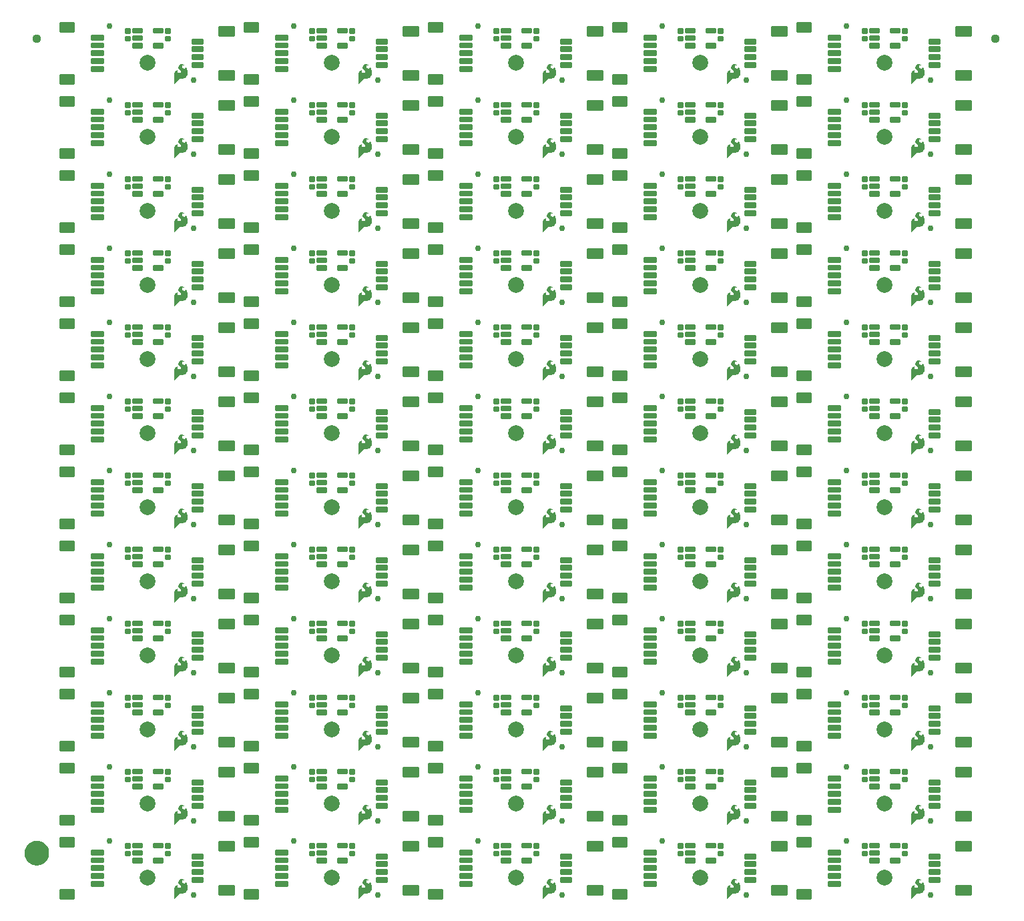
<source format=gts>
G04 EAGLE Gerber RS-274X export*
G75*
%MOMM*%
%FSLAX34Y34*%
%LPD*%
%INSoldermask Top*%
%IPPOS*%
%AMOC8*
5,1,8,0,0,1.08239X$1,22.5*%
G01*
%ADD10C,0.225369*%
%ADD11C,0.225588*%
%ADD12C,2.006600*%
%ADD13C,0.223409*%
%ADD14C,0.762000*%
%ADD15C,1.127000*%
%ADD16C,1.270000*%
%ADD17C,1.627000*%

G36*
X382418Y944682D02*
X382418Y944682D01*
X382431Y944683D01*
X382628Y944979D01*
X382925Y945275D01*
X382926Y945280D01*
X382929Y945280D01*
X383227Y945678D01*
X383725Y946175D01*
X383725Y946179D01*
X383728Y946178D01*
X384227Y946777D01*
X384825Y947375D01*
X384826Y947381D01*
X384830Y947381D01*
X385328Y948078D01*
X386625Y949375D01*
X386625Y949379D01*
X386628Y949378D01*
X387125Y949975D01*
X388118Y950770D01*
X388607Y951063D01*
X389194Y951161D01*
X391090Y951161D01*
X391091Y951162D01*
X391096Y951162D01*
X391097Y951162D01*
X391098Y951161D01*
X392298Y951361D01*
X392301Y951364D01*
X392303Y951363D01*
X393403Y951663D01*
X393406Y951666D01*
X393408Y951664D01*
X394408Y952064D01*
X394411Y952069D01*
X394415Y952068D01*
X395415Y952668D01*
X395418Y952674D01*
X395422Y952673D01*
X396222Y953373D01*
X396223Y953375D01*
X396225Y953375D01*
X397025Y954175D01*
X397025Y954180D01*
X397029Y954180D01*
X397729Y955080D01*
X397729Y955086D01*
X397733Y955086D01*
X398733Y956886D01*
X398732Y956895D01*
X398737Y956897D01*
X399237Y958697D01*
X399235Y958704D01*
X399239Y958707D01*
X399339Y960507D01*
X399334Y960515D01*
X399338Y960519D01*
X399038Y962119D01*
X399034Y962123D01*
X399036Y962127D01*
X398536Y963527D01*
X398531Y963530D01*
X398533Y963535D01*
X397833Y964735D01*
X397826Y964738D01*
X397827Y964743D01*
X397027Y965643D01*
X397014Y965645D01*
X397012Y965654D01*
X396212Y966054D01*
X396207Y966053D01*
X396203Y966057D01*
X396195Y966051D01*
X396154Y966043D01*
X396157Y966023D01*
X396141Y966010D01*
X396141Y965218D01*
X395949Y964642D01*
X395668Y964455D01*
X395382Y964359D01*
X394702Y964359D01*
X393915Y964753D01*
X393619Y964950D01*
X393220Y965249D01*
X393217Y965249D01*
X393217Y965251D01*
X392921Y965448D01*
X392631Y965739D01*
X392434Y966132D01*
X392430Y966134D01*
X392431Y966137D01*
X392236Y966430D01*
X392138Y966822D01*
X392136Y966824D01*
X392137Y966826D01*
X392042Y967110D01*
X392136Y967391D01*
X392234Y967588D01*
X392233Y967593D01*
X392237Y967594D01*
X392335Y967888D01*
X392526Y968176D01*
X392916Y968468D01*
X393306Y968663D01*
X393800Y968762D01*
X393801Y968763D01*
X393802Y968762D01*
X394196Y968861D01*
X394482Y968861D01*
X394774Y968763D01*
X394785Y968767D01*
X394790Y968761D01*
X395090Y968761D01*
X395101Y968769D01*
X395114Y968767D01*
X395116Y968780D01*
X395137Y968797D01*
X395121Y968818D01*
X395125Y968845D01*
X395025Y968945D01*
X395020Y968946D01*
X395020Y968949D01*
X394620Y969249D01*
X394613Y969249D01*
X394612Y969254D01*
X394012Y969554D01*
X394008Y969553D01*
X394007Y969556D01*
X393207Y969856D01*
X393206Y969856D01*
X393206Y969857D01*
X392306Y970157D01*
X392295Y970153D01*
X392290Y970159D01*
X391290Y970159D01*
X391285Y970155D01*
X391281Y970158D01*
X390181Y969958D01*
X390173Y969950D01*
X390166Y969953D01*
X389066Y969353D01*
X389063Y969346D01*
X389057Y969347D01*
X388157Y968547D01*
X388156Y968539D01*
X388150Y968539D01*
X387650Y967839D01*
X387650Y967828D01*
X387643Y967826D01*
X387343Y966926D01*
X387347Y966915D01*
X387341Y966910D01*
X387341Y966110D01*
X387346Y966104D01*
X387342Y966099D01*
X387542Y965199D01*
X387550Y965193D01*
X387547Y965186D01*
X388047Y964286D01*
X388054Y964283D01*
X388053Y964278D01*
X388753Y963478D01*
X388753Y963477D01*
X389553Y962577D01*
X390248Y961783D01*
X390541Y961100D01*
X390541Y960418D01*
X390346Y959834D01*
X389956Y959347D01*
X389370Y958956D01*
X388584Y958759D01*
X387795Y958759D01*
X387304Y958857D01*
X386813Y959054D01*
X386521Y959248D01*
X386231Y959539D01*
X386036Y959929D01*
X385939Y960218D01*
X385939Y960502D01*
X386035Y960788D01*
X386228Y961079D01*
X386617Y961467D01*
X386906Y961563D01*
X386909Y961568D01*
X386912Y961566D01*
X387312Y961766D01*
X387317Y961776D01*
X387325Y961775D01*
X387425Y961875D01*
X387425Y961877D01*
X387426Y961877D01*
X387426Y961881D01*
X387433Y961934D01*
X387415Y961937D01*
X387412Y961954D01*
X387212Y962054D01*
X387196Y962051D01*
X387190Y962059D01*
X386996Y962059D01*
X386602Y962158D01*
X386594Y962154D01*
X386590Y962159D01*
X385790Y962159D01*
X385785Y962156D01*
X385782Y962159D01*
X385182Y962059D01*
X385176Y962053D01*
X385172Y962056D01*
X384172Y961656D01*
X384167Y961648D01*
X384160Y961649D01*
X383762Y961351D01*
X383265Y961052D01*
X383258Y961037D01*
X383248Y961035D01*
X382948Y960535D01*
X382948Y960532D01*
X382946Y960532D01*
X382646Y959932D01*
X382647Y959927D01*
X382643Y959926D01*
X382443Y959326D01*
X382446Y959318D01*
X382441Y959315D01*
X382241Y957515D01*
X382243Y957512D01*
X382241Y957510D01*
X382241Y944710D01*
X382277Y944663D01*
X382284Y944668D01*
X382290Y944661D01*
X382390Y944661D01*
X382418Y944682D01*
G37*
G36*
X382418Y662742D02*
X382418Y662742D01*
X382431Y662743D01*
X382628Y663039D01*
X382925Y663335D01*
X382926Y663340D01*
X382929Y663340D01*
X383227Y663738D01*
X383725Y664235D01*
X383725Y664239D01*
X383728Y664238D01*
X384227Y664837D01*
X384825Y665435D01*
X384826Y665441D01*
X384830Y665441D01*
X385328Y666138D01*
X386625Y667435D01*
X386625Y667439D01*
X386628Y667438D01*
X387125Y668035D01*
X388118Y668830D01*
X388607Y669123D01*
X389194Y669221D01*
X391090Y669221D01*
X391091Y669222D01*
X391096Y669222D01*
X391097Y669222D01*
X391098Y669221D01*
X392298Y669421D01*
X392301Y669424D01*
X392303Y669423D01*
X393403Y669723D01*
X393406Y669726D01*
X393408Y669724D01*
X394408Y670124D01*
X394411Y670129D01*
X394415Y670128D01*
X395415Y670728D01*
X395418Y670734D01*
X395422Y670733D01*
X396222Y671433D01*
X396223Y671435D01*
X396225Y671435D01*
X397025Y672235D01*
X397025Y672240D01*
X397029Y672240D01*
X397729Y673140D01*
X397729Y673146D01*
X397733Y673146D01*
X398733Y674946D01*
X398732Y674955D01*
X398737Y674957D01*
X399237Y676757D01*
X399235Y676764D01*
X399239Y676767D01*
X399339Y678567D01*
X399334Y678575D01*
X399338Y678579D01*
X399038Y680179D01*
X399034Y680183D01*
X399036Y680187D01*
X398536Y681587D01*
X398531Y681590D01*
X398533Y681595D01*
X397833Y682795D01*
X397826Y682798D01*
X397827Y682803D01*
X397027Y683703D01*
X397014Y683705D01*
X397012Y683714D01*
X396212Y684114D01*
X396207Y684113D01*
X396203Y684117D01*
X396195Y684111D01*
X396154Y684103D01*
X396157Y684083D01*
X396141Y684070D01*
X396141Y683278D01*
X395949Y682702D01*
X395668Y682515D01*
X395382Y682419D01*
X394702Y682419D01*
X393915Y682813D01*
X393619Y683010D01*
X393220Y683309D01*
X393217Y683309D01*
X393217Y683311D01*
X392921Y683508D01*
X392631Y683799D01*
X392434Y684192D01*
X392430Y684194D01*
X392431Y684197D01*
X392236Y684490D01*
X392138Y684882D01*
X392136Y684884D01*
X392137Y684886D01*
X392042Y685170D01*
X392136Y685451D01*
X392234Y685648D01*
X392233Y685653D01*
X392237Y685654D01*
X392335Y685948D01*
X392526Y686236D01*
X392916Y686528D01*
X393306Y686723D01*
X393800Y686822D01*
X393801Y686823D01*
X393802Y686822D01*
X394196Y686921D01*
X394482Y686921D01*
X394774Y686823D01*
X394785Y686827D01*
X394790Y686821D01*
X395090Y686821D01*
X395101Y686829D01*
X395114Y686827D01*
X395116Y686840D01*
X395137Y686857D01*
X395121Y686878D01*
X395125Y686905D01*
X395025Y687005D01*
X395020Y687006D01*
X395020Y687009D01*
X394620Y687309D01*
X394613Y687309D01*
X394612Y687314D01*
X394012Y687614D01*
X394008Y687613D01*
X394007Y687616D01*
X393207Y687916D01*
X393206Y687916D01*
X393206Y687917D01*
X392306Y688217D01*
X392295Y688213D01*
X392290Y688219D01*
X391290Y688219D01*
X391285Y688215D01*
X391281Y688218D01*
X390181Y688018D01*
X390173Y688010D01*
X390166Y688013D01*
X389066Y687413D01*
X389063Y687406D01*
X389057Y687407D01*
X388157Y686607D01*
X388156Y686599D01*
X388150Y686599D01*
X387650Y685899D01*
X387650Y685888D01*
X387643Y685886D01*
X387343Y684986D01*
X387347Y684975D01*
X387341Y684970D01*
X387341Y684170D01*
X387346Y684164D01*
X387342Y684159D01*
X387542Y683259D01*
X387550Y683253D01*
X387547Y683246D01*
X388047Y682346D01*
X388054Y682343D01*
X388053Y682338D01*
X388753Y681538D01*
X388753Y681537D01*
X389553Y680637D01*
X390248Y679843D01*
X390541Y679160D01*
X390541Y678478D01*
X390346Y677894D01*
X389956Y677407D01*
X389370Y677016D01*
X388584Y676819D01*
X387795Y676819D01*
X387304Y676917D01*
X386813Y677114D01*
X386521Y677308D01*
X386231Y677599D01*
X386036Y677989D01*
X385939Y678278D01*
X385939Y678562D01*
X386035Y678848D01*
X386228Y679139D01*
X386617Y679527D01*
X386906Y679623D01*
X386909Y679628D01*
X386912Y679626D01*
X387312Y679826D01*
X387317Y679836D01*
X387325Y679835D01*
X387425Y679935D01*
X387425Y679937D01*
X387426Y679937D01*
X387426Y679941D01*
X387433Y679994D01*
X387415Y679997D01*
X387412Y680014D01*
X387212Y680114D01*
X387196Y680111D01*
X387190Y680119D01*
X386996Y680119D01*
X386602Y680218D01*
X386594Y680214D01*
X386590Y680219D01*
X385790Y680219D01*
X385785Y680216D01*
X385782Y680219D01*
X385182Y680119D01*
X385176Y680113D01*
X385172Y680116D01*
X384172Y679716D01*
X384167Y679708D01*
X384160Y679709D01*
X383762Y679411D01*
X383265Y679112D01*
X383258Y679097D01*
X383248Y679095D01*
X382948Y678595D01*
X382948Y678592D01*
X382946Y678592D01*
X382646Y677992D01*
X382647Y677987D01*
X382643Y677986D01*
X382443Y677386D01*
X382446Y677378D01*
X382441Y677375D01*
X382241Y675575D01*
X382243Y675572D01*
X382241Y675570D01*
X382241Y662770D01*
X382277Y662723D01*
X382284Y662728D01*
X382290Y662721D01*
X382390Y662721D01*
X382418Y662742D01*
G37*
G36*
X1083458Y662742D02*
X1083458Y662742D01*
X1083471Y662743D01*
X1083668Y663039D01*
X1083965Y663335D01*
X1083966Y663340D01*
X1083969Y663340D01*
X1084267Y663738D01*
X1084765Y664235D01*
X1084765Y664239D01*
X1084768Y664238D01*
X1085267Y664837D01*
X1085865Y665435D01*
X1085866Y665441D01*
X1085870Y665441D01*
X1086368Y666138D01*
X1087665Y667435D01*
X1087665Y667439D01*
X1087668Y667438D01*
X1088165Y668035D01*
X1089158Y668830D01*
X1089647Y669123D01*
X1090234Y669221D01*
X1092130Y669221D01*
X1092131Y669222D01*
X1092136Y669222D01*
X1092137Y669222D01*
X1092138Y669221D01*
X1093338Y669421D01*
X1093341Y669424D01*
X1093343Y669423D01*
X1094443Y669723D01*
X1094446Y669726D01*
X1094448Y669724D01*
X1095448Y670124D01*
X1095451Y670129D01*
X1095455Y670128D01*
X1096455Y670728D01*
X1096458Y670734D01*
X1096462Y670733D01*
X1097262Y671433D01*
X1097263Y671435D01*
X1097265Y671435D01*
X1098065Y672235D01*
X1098065Y672240D01*
X1098069Y672240D01*
X1098769Y673140D01*
X1098769Y673146D01*
X1098773Y673146D01*
X1099773Y674946D01*
X1099772Y674955D01*
X1099777Y674957D01*
X1100277Y676757D01*
X1100275Y676764D01*
X1100279Y676767D01*
X1100379Y678567D01*
X1100374Y678575D01*
X1100378Y678579D01*
X1100078Y680179D01*
X1100074Y680183D01*
X1100076Y680187D01*
X1099576Y681587D01*
X1099571Y681590D01*
X1099573Y681595D01*
X1098873Y682795D01*
X1098866Y682798D01*
X1098867Y682803D01*
X1098067Y683703D01*
X1098054Y683705D01*
X1098052Y683714D01*
X1097252Y684114D01*
X1097247Y684113D01*
X1097243Y684117D01*
X1097235Y684111D01*
X1097194Y684103D01*
X1097197Y684083D01*
X1097181Y684070D01*
X1097181Y683278D01*
X1096989Y682702D01*
X1096708Y682515D01*
X1096422Y682419D01*
X1095742Y682419D01*
X1094955Y682813D01*
X1094659Y683010D01*
X1094260Y683309D01*
X1094257Y683309D01*
X1094257Y683311D01*
X1093961Y683508D01*
X1093671Y683799D01*
X1093474Y684192D01*
X1093470Y684194D01*
X1093471Y684197D01*
X1093276Y684490D01*
X1093178Y684882D01*
X1093176Y684884D01*
X1093177Y684886D01*
X1093082Y685170D01*
X1093176Y685451D01*
X1093274Y685648D01*
X1093273Y685653D01*
X1093277Y685654D01*
X1093375Y685948D01*
X1093566Y686236D01*
X1093956Y686528D01*
X1094346Y686723D01*
X1094840Y686822D01*
X1094841Y686823D01*
X1094842Y686822D01*
X1095236Y686921D01*
X1095522Y686921D01*
X1095814Y686823D01*
X1095825Y686827D01*
X1095830Y686821D01*
X1096130Y686821D01*
X1096141Y686829D01*
X1096154Y686827D01*
X1096156Y686840D01*
X1096177Y686857D01*
X1096161Y686878D01*
X1096165Y686905D01*
X1096065Y687005D01*
X1096060Y687006D01*
X1096060Y687009D01*
X1095660Y687309D01*
X1095653Y687309D01*
X1095652Y687314D01*
X1095052Y687614D01*
X1095048Y687613D01*
X1095047Y687616D01*
X1094247Y687916D01*
X1094246Y687916D01*
X1094246Y687917D01*
X1093346Y688217D01*
X1093335Y688213D01*
X1093330Y688219D01*
X1092330Y688219D01*
X1092325Y688215D01*
X1092321Y688218D01*
X1091221Y688018D01*
X1091213Y688010D01*
X1091206Y688013D01*
X1090106Y687413D01*
X1090103Y687406D01*
X1090097Y687407D01*
X1089197Y686607D01*
X1089196Y686599D01*
X1089190Y686599D01*
X1088690Y685899D01*
X1088690Y685888D01*
X1088683Y685886D01*
X1088383Y684986D01*
X1088387Y684975D01*
X1088381Y684970D01*
X1088381Y684170D01*
X1088386Y684164D01*
X1088382Y684159D01*
X1088582Y683259D01*
X1088590Y683253D01*
X1088587Y683246D01*
X1089087Y682346D01*
X1089094Y682343D01*
X1089093Y682338D01*
X1089793Y681538D01*
X1089793Y681537D01*
X1090593Y680637D01*
X1091288Y679843D01*
X1091581Y679160D01*
X1091581Y678478D01*
X1091386Y677894D01*
X1090996Y677407D01*
X1090410Y677016D01*
X1089624Y676819D01*
X1088835Y676819D01*
X1088344Y676917D01*
X1087853Y677114D01*
X1087561Y677308D01*
X1087271Y677599D01*
X1087076Y677989D01*
X1086979Y678278D01*
X1086979Y678562D01*
X1087075Y678848D01*
X1087268Y679139D01*
X1087657Y679527D01*
X1087946Y679623D01*
X1087949Y679628D01*
X1087952Y679626D01*
X1088352Y679826D01*
X1088357Y679836D01*
X1088365Y679835D01*
X1088465Y679935D01*
X1088465Y679937D01*
X1088466Y679937D01*
X1088466Y679941D01*
X1088473Y679994D01*
X1088455Y679997D01*
X1088452Y680014D01*
X1088252Y680114D01*
X1088236Y680111D01*
X1088230Y680119D01*
X1088036Y680119D01*
X1087642Y680218D01*
X1087634Y680214D01*
X1087630Y680219D01*
X1086830Y680219D01*
X1086825Y680216D01*
X1086822Y680219D01*
X1086222Y680119D01*
X1086216Y680113D01*
X1086212Y680116D01*
X1085212Y679716D01*
X1085207Y679708D01*
X1085200Y679709D01*
X1084802Y679411D01*
X1084305Y679112D01*
X1084298Y679097D01*
X1084288Y679095D01*
X1083988Y678595D01*
X1083988Y678592D01*
X1083986Y678592D01*
X1083686Y677992D01*
X1083687Y677987D01*
X1083683Y677986D01*
X1083483Y677386D01*
X1083486Y677378D01*
X1083481Y677375D01*
X1083281Y675575D01*
X1083283Y675572D01*
X1083281Y675570D01*
X1083281Y662770D01*
X1083317Y662723D01*
X1083324Y662728D01*
X1083330Y662721D01*
X1083430Y662721D01*
X1083458Y662742D01*
G37*
G36*
X148738Y662742D02*
X148738Y662742D01*
X148751Y662743D01*
X148948Y663039D01*
X149245Y663335D01*
X149246Y663340D01*
X149249Y663340D01*
X149547Y663738D01*
X150045Y664235D01*
X150045Y664239D01*
X150048Y664238D01*
X150547Y664837D01*
X151145Y665435D01*
X151146Y665441D01*
X151150Y665441D01*
X151648Y666138D01*
X152945Y667435D01*
X152945Y667439D01*
X152948Y667438D01*
X153445Y668035D01*
X154438Y668830D01*
X154927Y669123D01*
X155514Y669221D01*
X157410Y669221D01*
X157411Y669222D01*
X157416Y669222D01*
X157417Y669222D01*
X157418Y669221D01*
X158618Y669421D01*
X158621Y669424D01*
X158623Y669423D01*
X159723Y669723D01*
X159726Y669726D01*
X159728Y669724D01*
X160728Y670124D01*
X160731Y670129D01*
X160735Y670128D01*
X161735Y670728D01*
X161738Y670734D01*
X161742Y670733D01*
X162542Y671433D01*
X162543Y671435D01*
X162545Y671435D01*
X163345Y672235D01*
X163345Y672240D01*
X163349Y672240D01*
X164049Y673140D01*
X164049Y673146D01*
X164053Y673146D01*
X165053Y674946D01*
X165052Y674955D01*
X165057Y674957D01*
X165557Y676757D01*
X165555Y676764D01*
X165559Y676767D01*
X165659Y678567D01*
X165654Y678575D01*
X165658Y678579D01*
X165358Y680179D01*
X165354Y680183D01*
X165356Y680187D01*
X164856Y681587D01*
X164851Y681590D01*
X164853Y681595D01*
X164153Y682795D01*
X164146Y682798D01*
X164147Y682803D01*
X163347Y683703D01*
X163334Y683705D01*
X163332Y683714D01*
X162532Y684114D01*
X162527Y684113D01*
X162523Y684117D01*
X162515Y684111D01*
X162474Y684103D01*
X162477Y684083D01*
X162461Y684070D01*
X162461Y683278D01*
X162269Y682702D01*
X161988Y682515D01*
X161702Y682419D01*
X161022Y682419D01*
X160235Y682813D01*
X159939Y683010D01*
X159540Y683309D01*
X159537Y683309D01*
X159537Y683311D01*
X159241Y683508D01*
X158951Y683799D01*
X158754Y684192D01*
X158750Y684194D01*
X158751Y684197D01*
X158556Y684490D01*
X158458Y684882D01*
X158456Y684884D01*
X158457Y684886D01*
X158362Y685170D01*
X158456Y685451D01*
X158554Y685648D01*
X158553Y685653D01*
X158557Y685654D01*
X158655Y685948D01*
X158846Y686236D01*
X159236Y686528D01*
X159626Y686723D01*
X160120Y686822D01*
X160121Y686823D01*
X160122Y686822D01*
X160516Y686921D01*
X160802Y686921D01*
X161094Y686823D01*
X161105Y686827D01*
X161110Y686821D01*
X161410Y686821D01*
X161421Y686829D01*
X161434Y686827D01*
X161436Y686840D01*
X161457Y686857D01*
X161441Y686878D01*
X161445Y686905D01*
X161345Y687005D01*
X161340Y687006D01*
X161340Y687009D01*
X160940Y687309D01*
X160933Y687309D01*
X160932Y687314D01*
X160332Y687614D01*
X160328Y687613D01*
X160327Y687616D01*
X159527Y687916D01*
X159526Y687916D01*
X159526Y687917D01*
X158626Y688217D01*
X158615Y688213D01*
X158610Y688219D01*
X157610Y688219D01*
X157605Y688215D01*
X157601Y688218D01*
X156501Y688018D01*
X156493Y688010D01*
X156486Y688013D01*
X155386Y687413D01*
X155383Y687406D01*
X155377Y687407D01*
X154477Y686607D01*
X154476Y686599D01*
X154470Y686599D01*
X153970Y685899D01*
X153970Y685888D01*
X153963Y685886D01*
X153663Y684986D01*
X153667Y684975D01*
X153661Y684970D01*
X153661Y684170D01*
X153666Y684164D01*
X153662Y684159D01*
X153862Y683259D01*
X153870Y683253D01*
X153867Y683246D01*
X154367Y682346D01*
X154374Y682343D01*
X154373Y682338D01*
X155073Y681538D01*
X155073Y681537D01*
X155873Y680637D01*
X156568Y679843D01*
X156861Y679160D01*
X156861Y678478D01*
X156666Y677894D01*
X156276Y677407D01*
X155690Y677016D01*
X154904Y676819D01*
X154115Y676819D01*
X153624Y676917D01*
X153133Y677114D01*
X152841Y677308D01*
X152551Y677599D01*
X152356Y677989D01*
X152259Y678278D01*
X152259Y678562D01*
X152355Y678848D01*
X152548Y679139D01*
X152937Y679527D01*
X153226Y679623D01*
X153229Y679628D01*
X153232Y679626D01*
X153632Y679826D01*
X153637Y679836D01*
X153645Y679835D01*
X153745Y679935D01*
X153745Y679937D01*
X153746Y679937D01*
X153746Y679941D01*
X153753Y679994D01*
X153735Y679997D01*
X153732Y680014D01*
X153532Y680114D01*
X153516Y680111D01*
X153510Y680119D01*
X153316Y680119D01*
X152922Y680218D01*
X152914Y680214D01*
X152910Y680219D01*
X152110Y680219D01*
X152105Y680216D01*
X152102Y680219D01*
X151502Y680119D01*
X151496Y680113D01*
X151492Y680116D01*
X150492Y679716D01*
X150487Y679708D01*
X150480Y679709D01*
X150082Y679411D01*
X149585Y679112D01*
X149578Y679097D01*
X149568Y679095D01*
X149268Y678595D01*
X149268Y678592D01*
X149266Y678592D01*
X148966Y677992D01*
X148967Y677987D01*
X148963Y677986D01*
X148763Y677386D01*
X148766Y677378D01*
X148761Y677375D01*
X148561Y675575D01*
X148563Y675572D01*
X148561Y675570D01*
X148561Y662770D01*
X148597Y662723D01*
X148604Y662728D01*
X148610Y662721D01*
X148710Y662721D01*
X148738Y662742D01*
G37*
G36*
X616098Y98862D02*
X616098Y98862D01*
X616111Y98863D01*
X616308Y99159D01*
X616605Y99455D01*
X616606Y99460D01*
X616609Y99460D01*
X616907Y99858D01*
X617405Y100355D01*
X617405Y100359D01*
X617408Y100358D01*
X617907Y100957D01*
X618505Y101555D01*
X618506Y101561D01*
X618510Y101561D01*
X619008Y102258D01*
X620305Y103555D01*
X620305Y103559D01*
X620308Y103558D01*
X620805Y104155D01*
X621798Y104950D01*
X622287Y105243D01*
X622874Y105341D01*
X624770Y105341D01*
X624771Y105342D01*
X624776Y105342D01*
X624777Y105342D01*
X624778Y105341D01*
X625978Y105541D01*
X625981Y105544D01*
X625983Y105543D01*
X627083Y105843D01*
X627086Y105846D01*
X627088Y105844D01*
X628088Y106244D01*
X628091Y106249D01*
X628095Y106248D01*
X629095Y106848D01*
X629098Y106854D01*
X629102Y106853D01*
X629902Y107553D01*
X629903Y107555D01*
X629905Y107555D01*
X630705Y108355D01*
X630705Y108360D01*
X630709Y108360D01*
X631409Y109260D01*
X631409Y109266D01*
X631413Y109266D01*
X632413Y111066D01*
X632412Y111075D01*
X632417Y111077D01*
X632917Y112877D01*
X632915Y112884D01*
X632919Y112887D01*
X633019Y114687D01*
X633014Y114695D01*
X633018Y114699D01*
X632718Y116299D01*
X632714Y116303D01*
X632716Y116307D01*
X632216Y117707D01*
X632211Y117710D01*
X632213Y117715D01*
X631513Y118915D01*
X631506Y118918D01*
X631507Y118923D01*
X630707Y119823D01*
X630694Y119825D01*
X630692Y119834D01*
X629892Y120234D01*
X629887Y120233D01*
X629883Y120237D01*
X629875Y120231D01*
X629834Y120223D01*
X629837Y120203D01*
X629821Y120190D01*
X629821Y119398D01*
X629629Y118822D01*
X629348Y118635D01*
X629062Y118539D01*
X628382Y118539D01*
X627595Y118933D01*
X627299Y119130D01*
X626900Y119429D01*
X626897Y119429D01*
X626897Y119431D01*
X626601Y119628D01*
X626311Y119919D01*
X626114Y120312D01*
X626110Y120314D01*
X626111Y120317D01*
X625916Y120610D01*
X625818Y121002D01*
X625816Y121004D01*
X625817Y121006D01*
X625722Y121290D01*
X625816Y121571D01*
X625914Y121768D01*
X625913Y121773D01*
X625917Y121774D01*
X626015Y122068D01*
X626206Y122356D01*
X626596Y122648D01*
X626986Y122843D01*
X627480Y122942D01*
X627481Y122943D01*
X627482Y122942D01*
X627876Y123041D01*
X628162Y123041D01*
X628454Y122943D01*
X628465Y122947D01*
X628470Y122941D01*
X628770Y122941D01*
X628781Y122949D01*
X628794Y122947D01*
X628796Y122960D01*
X628817Y122977D01*
X628801Y122998D01*
X628805Y123025D01*
X628705Y123125D01*
X628700Y123126D01*
X628700Y123129D01*
X628300Y123429D01*
X628293Y123429D01*
X628292Y123434D01*
X627692Y123734D01*
X627688Y123733D01*
X627687Y123736D01*
X626887Y124036D01*
X626886Y124036D01*
X626886Y124037D01*
X625986Y124337D01*
X625975Y124333D01*
X625970Y124339D01*
X624970Y124339D01*
X624965Y124335D01*
X624961Y124338D01*
X623861Y124138D01*
X623853Y124130D01*
X623846Y124133D01*
X622746Y123533D01*
X622743Y123526D01*
X622737Y123527D01*
X621837Y122727D01*
X621836Y122719D01*
X621830Y122719D01*
X621330Y122019D01*
X621330Y122008D01*
X621323Y122006D01*
X621023Y121106D01*
X621027Y121095D01*
X621021Y121090D01*
X621021Y120290D01*
X621026Y120284D01*
X621022Y120279D01*
X621222Y119379D01*
X621230Y119373D01*
X621227Y119366D01*
X621727Y118466D01*
X621734Y118463D01*
X621733Y118458D01*
X622433Y117658D01*
X622433Y117657D01*
X623233Y116757D01*
X623928Y115963D01*
X624221Y115280D01*
X624221Y114598D01*
X624026Y114014D01*
X623636Y113527D01*
X623050Y113136D01*
X622264Y112939D01*
X621475Y112939D01*
X620984Y113037D01*
X620493Y113234D01*
X620201Y113428D01*
X619911Y113719D01*
X619716Y114109D01*
X619619Y114398D01*
X619619Y114682D01*
X619715Y114968D01*
X619908Y115259D01*
X620297Y115647D01*
X620586Y115743D01*
X620589Y115748D01*
X620592Y115746D01*
X620992Y115946D01*
X620997Y115956D01*
X621005Y115955D01*
X621105Y116055D01*
X621105Y116057D01*
X621106Y116057D01*
X621106Y116061D01*
X621113Y116114D01*
X621095Y116117D01*
X621092Y116134D01*
X620892Y116234D01*
X620876Y116231D01*
X620870Y116239D01*
X620676Y116239D01*
X620282Y116338D01*
X620274Y116334D01*
X620270Y116339D01*
X619470Y116339D01*
X619465Y116336D01*
X619462Y116339D01*
X618862Y116239D01*
X618856Y116233D01*
X618852Y116236D01*
X617852Y115836D01*
X617847Y115828D01*
X617840Y115829D01*
X617442Y115531D01*
X616945Y115232D01*
X616938Y115217D01*
X616928Y115215D01*
X616628Y114715D01*
X616628Y114712D01*
X616626Y114712D01*
X616326Y114112D01*
X616327Y114107D01*
X616323Y114106D01*
X616123Y113506D01*
X616126Y113498D01*
X616121Y113495D01*
X615921Y111695D01*
X615923Y111692D01*
X615921Y111690D01*
X615921Y98890D01*
X615957Y98843D01*
X615964Y98848D01*
X615970Y98841D01*
X616070Y98841D01*
X616098Y98862D01*
G37*
G36*
X1083458Y944682D02*
X1083458Y944682D01*
X1083471Y944683D01*
X1083668Y944979D01*
X1083965Y945275D01*
X1083966Y945280D01*
X1083969Y945280D01*
X1084267Y945678D01*
X1084765Y946175D01*
X1084765Y946179D01*
X1084768Y946178D01*
X1085267Y946777D01*
X1085865Y947375D01*
X1085866Y947381D01*
X1085870Y947381D01*
X1086368Y948078D01*
X1087665Y949375D01*
X1087665Y949379D01*
X1087668Y949378D01*
X1088165Y949975D01*
X1089158Y950770D01*
X1089647Y951063D01*
X1090234Y951161D01*
X1092130Y951161D01*
X1092131Y951162D01*
X1092136Y951162D01*
X1092137Y951162D01*
X1092138Y951161D01*
X1093338Y951361D01*
X1093341Y951364D01*
X1093343Y951363D01*
X1094443Y951663D01*
X1094446Y951666D01*
X1094448Y951664D01*
X1095448Y952064D01*
X1095451Y952069D01*
X1095455Y952068D01*
X1096455Y952668D01*
X1096458Y952674D01*
X1096462Y952673D01*
X1097262Y953373D01*
X1097263Y953375D01*
X1097265Y953375D01*
X1098065Y954175D01*
X1098065Y954180D01*
X1098069Y954180D01*
X1098769Y955080D01*
X1098769Y955086D01*
X1098773Y955086D01*
X1099773Y956886D01*
X1099772Y956895D01*
X1099777Y956897D01*
X1100277Y958697D01*
X1100275Y958704D01*
X1100279Y958707D01*
X1100379Y960507D01*
X1100374Y960515D01*
X1100378Y960519D01*
X1100078Y962119D01*
X1100074Y962123D01*
X1100076Y962127D01*
X1099576Y963527D01*
X1099571Y963530D01*
X1099573Y963535D01*
X1098873Y964735D01*
X1098866Y964738D01*
X1098867Y964743D01*
X1098067Y965643D01*
X1098054Y965645D01*
X1098052Y965654D01*
X1097252Y966054D01*
X1097247Y966053D01*
X1097243Y966057D01*
X1097235Y966051D01*
X1097194Y966043D01*
X1097197Y966023D01*
X1097181Y966010D01*
X1097181Y965218D01*
X1096989Y964642D01*
X1096708Y964455D01*
X1096422Y964359D01*
X1095742Y964359D01*
X1094955Y964753D01*
X1094659Y964950D01*
X1094260Y965249D01*
X1094257Y965249D01*
X1094257Y965251D01*
X1093961Y965448D01*
X1093671Y965739D01*
X1093474Y966132D01*
X1093470Y966134D01*
X1093471Y966137D01*
X1093276Y966430D01*
X1093178Y966822D01*
X1093176Y966824D01*
X1093177Y966826D01*
X1093082Y967110D01*
X1093176Y967391D01*
X1093274Y967588D01*
X1093273Y967593D01*
X1093277Y967594D01*
X1093375Y967888D01*
X1093566Y968176D01*
X1093956Y968468D01*
X1094346Y968663D01*
X1094840Y968762D01*
X1094841Y968763D01*
X1094842Y968762D01*
X1095236Y968861D01*
X1095522Y968861D01*
X1095814Y968763D01*
X1095825Y968767D01*
X1095830Y968761D01*
X1096130Y968761D01*
X1096141Y968769D01*
X1096154Y968767D01*
X1096156Y968780D01*
X1096177Y968797D01*
X1096161Y968818D01*
X1096165Y968845D01*
X1096065Y968945D01*
X1096060Y968946D01*
X1096060Y968949D01*
X1095660Y969249D01*
X1095653Y969249D01*
X1095652Y969254D01*
X1095052Y969554D01*
X1095048Y969553D01*
X1095047Y969556D01*
X1094247Y969856D01*
X1094246Y969856D01*
X1094246Y969857D01*
X1093346Y970157D01*
X1093335Y970153D01*
X1093330Y970159D01*
X1092330Y970159D01*
X1092325Y970155D01*
X1092321Y970158D01*
X1091221Y969958D01*
X1091213Y969950D01*
X1091206Y969953D01*
X1090106Y969353D01*
X1090103Y969346D01*
X1090097Y969347D01*
X1089197Y968547D01*
X1089196Y968539D01*
X1089190Y968539D01*
X1088690Y967839D01*
X1088690Y967828D01*
X1088683Y967826D01*
X1088383Y966926D01*
X1088387Y966915D01*
X1088381Y966910D01*
X1088381Y966110D01*
X1088386Y966104D01*
X1088382Y966099D01*
X1088582Y965199D01*
X1088590Y965193D01*
X1088587Y965186D01*
X1089087Y964286D01*
X1089094Y964283D01*
X1089093Y964278D01*
X1089793Y963478D01*
X1089793Y963477D01*
X1090593Y962577D01*
X1091288Y961783D01*
X1091581Y961100D01*
X1091581Y960418D01*
X1091386Y959834D01*
X1090996Y959347D01*
X1090410Y958956D01*
X1089624Y958759D01*
X1088835Y958759D01*
X1088344Y958857D01*
X1087853Y959054D01*
X1087561Y959248D01*
X1087271Y959539D01*
X1087076Y959929D01*
X1086979Y960218D01*
X1086979Y960502D01*
X1087075Y960788D01*
X1087268Y961079D01*
X1087657Y961467D01*
X1087946Y961563D01*
X1087949Y961568D01*
X1087952Y961566D01*
X1088352Y961766D01*
X1088357Y961776D01*
X1088365Y961775D01*
X1088465Y961875D01*
X1088465Y961877D01*
X1088466Y961877D01*
X1088466Y961881D01*
X1088473Y961934D01*
X1088455Y961937D01*
X1088452Y961954D01*
X1088252Y962054D01*
X1088236Y962051D01*
X1088230Y962059D01*
X1088036Y962059D01*
X1087642Y962158D01*
X1087634Y962154D01*
X1087630Y962159D01*
X1086830Y962159D01*
X1086825Y962156D01*
X1086822Y962159D01*
X1086222Y962059D01*
X1086216Y962053D01*
X1086212Y962056D01*
X1085212Y961656D01*
X1085207Y961648D01*
X1085200Y961649D01*
X1084802Y961351D01*
X1084305Y961052D01*
X1084298Y961037D01*
X1084288Y961035D01*
X1083988Y960535D01*
X1083988Y960532D01*
X1083986Y960532D01*
X1083686Y959932D01*
X1083687Y959927D01*
X1083683Y959926D01*
X1083483Y959326D01*
X1083486Y959318D01*
X1083481Y959315D01*
X1083281Y957515D01*
X1083283Y957512D01*
X1083281Y957510D01*
X1083281Y944710D01*
X1083317Y944663D01*
X1083324Y944668D01*
X1083330Y944661D01*
X1083430Y944661D01*
X1083458Y944682D01*
G37*
G36*
X148738Y944682D02*
X148738Y944682D01*
X148751Y944683D01*
X148948Y944979D01*
X149245Y945275D01*
X149246Y945280D01*
X149249Y945280D01*
X149547Y945678D01*
X150045Y946175D01*
X150045Y946179D01*
X150048Y946178D01*
X150547Y946777D01*
X151145Y947375D01*
X151146Y947381D01*
X151150Y947381D01*
X151648Y948078D01*
X152945Y949375D01*
X152945Y949379D01*
X152948Y949378D01*
X153445Y949975D01*
X154438Y950770D01*
X154927Y951063D01*
X155514Y951161D01*
X157410Y951161D01*
X157411Y951162D01*
X157416Y951162D01*
X157417Y951162D01*
X157418Y951161D01*
X158618Y951361D01*
X158621Y951364D01*
X158623Y951363D01*
X159723Y951663D01*
X159726Y951666D01*
X159728Y951664D01*
X160728Y952064D01*
X160731Y952069D01*
X160735Y952068D01*
X161735Y952668D01*
X161738Y952674D01*
X161742Y952673D01*
X162542Y953373D01*
X162543Y953375D01*
X162545Y953375D01*
X163345Y954175D01*
X163345Y954180D01*
X163349Y954180D01*
X164049Y955080D01*
X164049Y955086D01*
X164053Y955086D01*
X165053Y956886D01*
X165052Y956895D01*
X165057Y956897D01*
X165557Y958697D01*
X165555Y958704D01*
X165559Y958707D01*
X165659Y960507D01*
X165654Y960515D01*
X165658Y960519D01*
X165358Y962119D01*
X165354Y962123D01*
X165356Y962127D01*
X164856Y963527D01*
X164851Y963530D01*
X164853Y963535D01*
X164153Y964735D01*
X164146Y964738D01*
X164147Y964743D01*
X163347Y965643D01*
X163334Y965645D01*
X163332Y965654D01*
X162532Y966054D01*
X162527Y966053D01*
X162523Y966057D01*
X162515Y966051D01*
X162474Y966043D01*
X162477Y966023D01*
X162461Y966010D01*
X162461Y965218D01*
X162269Y964642D01*
X161988Y964455D01*
X161702Y964359D01*
X161022Y964359D01*
X160235Y964753D01*
X159939Y964950D01*
X159540Y965249D01*
X159537Y965249D01*
X159537Y965251D01*
X159241Y965448D01*
X158951Y965739D01*
X158754Y966132D01*
X158750Y966134D01*
X158751Y966137D01*
X158556Y966430D01*
X158458Y966822D01*
X158456Y966824D01*
X158457Y966826D01*
X158362Y967110D01*
X158456Y967391D01*
X158554Y967588D01*
X158553Y967593D01*
X158557Y967594D01*
X158655Y967888D01*
X158846Y968176D01*
X159236Y968468D01*
X159626Y968663D01*
X160120Y968762D01*
X160121Y968763D01*
X160122Y968762D01*
X160516Y968861D01*
X160802Y968861D01*
X161094Y968763D01*
X161105Y968767D01*
X161110Y968761D01*
X161410Y968761D01*
X161421Y968769D01*
X161434Y968767D01*
X161436Y968780D01*
X161457Y968797D01*
X161441Y968818D01*
X161445Y968845D01*
X161345Y968945D01*
X161340Y968946D01*
X161340Y968949D01*
X160940Y969249D01*
X160933Y969249D01*
X160932Y969254D01*
X160332Y969554D01*
X160328Y969553D01*
X160327Y969556D01*
X159527Y969856D01*
X159526Y969856D01*
X159526Y969857D01*
X158626Y970157D01*
X158615Y970153D01*
X158610Y970159D01*
X157610Y970159D01*
X157605Y970155D01*
X157601Y970158D01*
X156501Y969958D01*
X156493Y969950D01*
X156486Y969953D01*
X155386Y969353D01*
X155383Y969346D01*
X155377Y969347D01*
X154477Y968547D01*
X154476Y968539D01*
X154470Y968539D01*
X153970Y967839D01*
X153970Y967828D01*
X153963Y967826D01*
X153663Y966926D01*
X153667Y966915D01*
X153661Y966910D01*
X153661Y966110D01*
X153666Y966104D01*
X153662Y966099D01*
X153862Y965199D01*
X153870Y965193D01*
X153867Y965186D01*
X154367Y964286D01*
X154374Y964283D01*
X154373Y964278D01*
X155073Y963478D01*
X155073Y963477D01*
X155873Y962577D01*
X156568Y961783D01*
X156861Y961100D01*
X156861Y960418D01*
X156666Y959834D01*
X156276Y959347D01*
X155690Y958956D01*
X154904Y958759D01*
X154115Y958759D01*
X153624Y958857D01*
X153133Y959054D01*
X152841Y959248D01*
X152551Y959539D01*
X152356Y959929D01*
X152259Y960218D01*
X152259Y960502D01*
X152355Y960788D01*
X152548Y961079D01*
X152937Y961467D01*
X153226Y961563D01*
X153229Y961568D01*
X153232Y961566D01*
X153632Y961766D01*
X153637Y961776D01*
X153645Y961775D01*
X153745Y961875D01*
X153745Y961877D01*
X153746Y961877D01*
X153746Y961881D01*
X153753Y961934D01*
X153735Y961937D01*
X153732Y961954D01*
X153532Y962054D01*
X153516Y962051D01*
X153510Y962059D01*
X153316Y962059D01*
X152922Y962158D01*
X152914Y962154D01*
X152910Y962159D01*
X152110Y962159D01*
X152105Y962156D01*
X152102Y962159D01*
X151502Y962059D01*
X151496Y962053D01*
X151492Y962056D01*
X150492Y961656D01*
X150487Y961648D01*
X150480Y961649D01*
X150082Y961351D01*
X149585Y961052D01*
X149578Y961037D01*
X149568Y961035D01*
X149268Y960535D01*
X149268Y960532D01*
X149266Y960532D01*
X148966Y959932D01*
X148967Y959927D01*
X148963Y959926D01*
X148763Y959326D01*
X148766Y959318D01*
X148761Y959315D01*
X148561Y957515D01*
X148563Y957512D01*
X148561Y957510D01*
X148561Y944710D01*
X148597Y944663D01*
X148604Y944668D01*
X148610Y944661D01*
X148710Y944661D01*
X148738Y944682D01*
G37*
G36*
X849778Y380802D02*
X849778Y380802D01*
X849791Y380803D01*
X849988Y381099D01*
X850285Y381395D01*
X850286Y381400D01*
X850289Y381400D01*
X850587Y381798D01*
X851085Y382295D01*
X851085Y382299D01*
X851088Y382298D01*
X851587Y382897D01*
X852185Y383495D01*
X852186Y383501D01*
X852190Y383501D01*
X852688Y384198D01*
X853985Y385495D01*
X853985Y385499D01*
X853988Y385498D01*
X854485Y386095D01*
X855478Y386890D01*
X855967Y387183D01*
X856554Y387281D01*
X858450Y387281D01*
X858451Y387282D01*
X858456Y387282D01*
X858457Y387282D01*
X858458Y387281D01*
X859658Y387481D01*
X859661Y387484D01*
X859663Y387483D01*
X860763Y387783D01*
X860766Y387786D01*
X860768Y387784D01*
X861768Y388184D01*
X861771Y388189D01*
X861775Y388188D01*
X862775Y388788D01*
X862778Y388794D01*
X862782Y388793D01*
X863582Y389493D01*
X863583Y389495D01*
X863585Y389495D01*
X864385Y390295D01*
X864385Y390300D01*
X864389Y390300D01*
X865089Y391200D01*
X865089Y391206D01*
X865093Y391206D01*
X866093Y393006D01*
X866092Y393015D01*
X866097Y393017D01*
X866597Y394817D01*
X866595Y394824D01*
X866599Y394827D01*
X866699Y396627D01*
X866694Y396635D01*
X866698Y396639D01*
X866398Y398239D01*
X866394Y398243D01*
X866396Y398247D01*
X865896Y399647D01*
X865891Y399650D01*
X865893Y399655D01*
X865193Y400855D01*
X865186Y400858D01*
X865187Y400863D01*
X864387Y401763D01*
X864374Y401765D01*
X864372Y401774D01*
X863572Y402174D01*
X863567Y402173D01*
X863563Y402177D01*
X863555Y402171D01*
X863514Y402163D01*
X863517Y402143D01*
X863501Y402130D01*
X863501Y401338D01*
X863309Y400762D01*
X863028Y400575D01*
X862742Y400479D01*
X862062Y400479D01*
X861275Y400873D01*
X860979Y401070D01*
X860580Y401369D01*
X860577Y401369D01*
X860577Y401371D01*
X860281Y401568D01*
X859991Y401859D01*
X859794Y402252D01*
X859790Y402254D01*
X859791Y402257D01*
X859596Y402550D01*
X859498Y402942D01*
X859496Y402944D01*
X859497Y402946D01*
X859402Y403230D01*
X859496Y403511D01*
X859594Y403708D01*
X859593Y403713D01*
X859597Y403714D01*
X859695Y404008D01*
X859886Y404296D01*
X860276Y404588D01*
X860666Y404783D01*
X861160Y404882D01*
X861161Y404883D01*
X861162Y404882D01*
X861556Y404981D01*
X861842Y404981D01*
X862134Y404883D01*
X862145Y404887D01*
X862150Y404881D01*
X862450Y404881D01*
X862461Y404889D01*
X862474Y404887D01*
X862476Y404900D01*
X862497Y404917D01*
X862481Y404938D01*
X862485Y404965D01*
X862385Y405065D01*
X862380Y405066D01*
X862380Y405069D01*
X861980Y405369D01*
X861973Y405369D01*
X861972Y405374D01*
X861372Y405674D01*
X861368Y405673D01*
X861367Y405676D01*
X860567Y405976D01*
X860566Y405976D01*
X860566Y405977D01*
X859666Y406277D01*
X859655Y406273D01*
X859650Y406279D01*
X858650Y406279D01*
X858645Y406275D01*
X858641Y406278D01*
X857541Y406078D01*
X857533Y406070D01*
X857526Y406073D01*
X856426Y405473D01*
X856423Y405466D01*
X856417Y405467D01*
X855517Y404667D01*
X855516Y404659D01*
X855510Y404659D01*
X855010Y403959D01*
X855010Y403948D01*
X855003Y403946D01*
X854703Y403046D01*
X854707Y403035D01*
X854701Y403030D01*
X854701Y402230D01*
X854706Y402224D01*
X854702Y402219D01*
X854902Y401319D01*
X854910Y401313D01*
X854907Y401306D01*
X855407Y400406D01*
X855414Y400403D01*
X855413Y400398D01*
X856113Y399598D01*
X856113Y399597D01*
X856913Y398697D01*
X857608Y397903D01*
X857901Y397220D01*
X857901Y396538D01*
X857706Y395954D01*
X857316Y395467D01*
X856730Y395076D01*
X855944Y394879D01*
X855155Y394879D01*
X854664Y394977D01*
X854173Y395174D01*
X853881Y395368D01*
X853591Y395659D01*
X853396Y396049D01*
X853299Y396338D01*
X853299Y396622D01*
X853395Y396908D01*
X853588Y397199D01*
X853977Y397587D01*
X854266Y397683D01*
X854269Y397688D01*
X854272Y397686D01*
X854672Y397886D01*
X854677Y397896D01*
X854685Y397895D01*
X854785Y397995D01*
X854785Y397997D01*
X854786Y397997D01*
X854786Y398001D01*
X854793Y398054D01*
X854775Y398057D01*
X854772Y398074D01*
X854572Y398174D01*
X854556Y398171D01*
X854550Y398179D01*
X854356Y398179D01*
X853962Y398278D01*
X853954Y398274D01*
X853950Y398279D01*
X853150Y398279D01*
X853145Y398276D01*
X853142Y398279D01*
X852542Y398179D01*
X852536Y398173D01*
X852532Y398176D01*
X851532Y397776D01*
X851527Y397768D01*
X851520Y397769D01*
X851122Y397471D01*
X850625Y397172D01*
X850618Y397157D01*
X850608Y397155D01*
X850308Y396655D01*
X850308Y396652D01*
X850306Y396652D01*
X850006Y396052D01*
X850007Y396047D01*
X850003Y396046D01*
X849803Y395446D01*
X849806Y395438D01*
X849801Y395435D01*
X849601Y393635D01*
X849603Y393632D01*
X849601Y393630D01*
X849601Y380830D01*
X849637Y380783D01*
X849644Y380788D01*
X849650Y380781D01*
X849750Y380781D01*
X849778Y380802D01*
G37*
G36*
X849778Y944682D02*
X849778Y944682D01*
X849791Y944683D01*
X849988Y944979D01*
X850285Y945275D01*
X850286Y945280D01*
X850289Y945280D01*
X850587Y945678D01*
X851085Y946175D01*
X851085Y946179D01*
X851088Y946178D01*
X851587Y946777D01*
X852185Y947375D01*
X852186Y947381D01*
X852190Y947381D01*
X852688Y948078D01*
X853985Y949375D01*
X853985Y949379D01*
X853988Y949378D01*
X854485Y949975D01*
X855478Y950770D01*
X855967Y951063D01*
X856554Y951161D01*
X858450Y951161D01*
X858451Y951162D01*
X858456Y951162D01*
X858457Y951162D01*
X858458Y951161D01*
X859658Y951361D01*
X859661Y951364D01*
X859663Y951363D01*
X860763Y951663D01*
X860766Y951666D01*
X860768Y951664D01*
X861768Y952064D01*
X861771Y952069D01*
X861775Y952068D01*
X862775Y952668D01*
X862778Y952674D01*
X862782Y952673D01*
X863582Y953373D01*
X863583Y953375D01*
X863585Y953375D01*
X864385Y954175D01*
X864385Y954180D01*
X864389Y954180D01*
X865089Y955080D01*
X865089Y955086D01*
X865093Y955086D01*
X866093Y956886D01*
X866092Y956895D01*
X866097Y956897D01*
X866597Y958697D01*
X866595Y958704D01*
X866599Y958707D01*
X866699Y960507D01*
X866694Y960515D01*
X866698Y960519D01*
X866398Y962119D01*
X866394Y962123D01*
X866396Y962127D01*
X865896Y963527D01*
X865891Y963530D01*
X865893Y963535D01*
X865193Y964735D01*
X865186Y964738D01*
X865187Y964743D01*
X864387Y965643D01*
X864374Y965645D01*
X864372Y965654D01*
X863572Y966054D01*
X863567Y966053D01*
X863563Y966057D01*
X863555Y966051D01*
X863514Y966043D01*
X863517Y966023D01*
X863501Y966010D01*
X863501Y965218D01*
X863309Y964642D01*
X863028Y964455D01*
X862742Y964359D01*
X862062Y964359D01*
X861275Y964753D01*
X860979Y964950D01*
X860580Y965249D01*
X860577Y965249D01*
X860577Y965251D01*
X860281Y965448D01*
X859991Y965739D01*
X859794Y966132D01*
X859790Y966134D01*
X859791Y966137D01*
X859596Y966430D01*
X859498Y966822D01*
X859496Y966824D01*
X859497Y966826D01*
X859402Y967110D01*
X859496Y967391D01*
X859594Y967588D01*
X859593Y967593D01*
X859597Y967594D01*
X859695Y967888D01*
X859886Y968176D01*
X860276Y968468D01*
X860666Y968663D01*
X861160Y968762D01*
X861161Y968763D01*
X861162Y968762D01*
X861556Y968861D01*
X861842Y968861D01*
X862134Y968763D01*
X862145Y968767D01*
X862150Y968761D01*
X862450Y968761D01*
X862461Y968769D01*
X862474Y968767D01*
X862476Y968780D01*
X862497Y968797D01*
X862481Y968818D01*
X862485Y968845D01*
X862385Y968945D01*
X862380Y968946D01*
X862380Y968949D01*
X861980Y969249D01*
X861973Y969249D01*
X861972Y969254D01*
X861372Y969554D01*
X861368Y969553D01*
X861367Y969556D01*
X860567Y969856D01*
X860566Y969856D01*
X860566Y969857D01*
X859666Y970157D01*
X859655Y970153D01*
X859650Y970159D01*
X858650Y970159D01*
X858645Y970155D01*
X858641Y970158D01*
X857541Y969958D01*
X857533Y969950D01*
X857526Y969953D01*
X856426Y969353D01*
X856423Y969346D01*
X856417Y969347D01*
X855517Y968547D01*
X855516Y968539D01*
X855510Y968539D01*
X855010Y967839D01*
X855010Y967828D01*
X855003Y967826D01*
X854703Y966926D01*
X854707Y966915D01*
X854701Y966910D01*
X854701Y966110D01*
X854706Y966104D01*
X854702Y966099D01*
X854902Y965199D01*
X854910Y965193D01*
X854907Y965186D01*
X855407Y964286D01*
X855414Y964283D01*
X855413Y964278D01*
X856113Y963478D01*
X856113Y963477D01*
X856913Y962577D01*
X857608Y961783D01*
X857901Y961100D01*
X857901Y960418D01*
X857706Y959834D01*
X857316Y959347D01*
X856730Y958956D01*
X855944Y958759D01*
X855155Y958759D01*
X854664Y958857D01*
X854173Y959054D01*
X853881Y959248D01*
X853591Y959539D01*
X853396Y959929D01*
X853299Y960218D01*
X853299Y960502D01*
X853395Y960788D01*
X853588Y961079D01*
X853977Y961467D01*
X854266Y961563D01*
X854269Y961568D01*
X854272Y961566D01*
X854672Y961766D01*
X854677Y961776D01*
X854685Y961775D01*
X854785Y961875D01*
X854785Y961877D01*
X854786Y961877D01*
X854786Y961881D01*
X854793Y961934D01*
X854775Y961937D01*
X854772Y961954D01*
X854572Y962054D01*
X854556Y962051D01*
X854550Y962059D01*
X854356Y962059D01*
X853962Y962158D01*
X853954Y962154D01*
X853950Y962159D01*
X853150Y962159D01*
X853145Y962156D01*
X853142Y962159D01*
X852542Y962059D01*
X852536Y962053D01*
X852532Y962056D01*
X851532Y961656D01*
X851527Y961648D01*
X851520Y961649D01*
X851122Y961351D01*
X850625Y961052D01*
X850618Y961037D01*
X850608Y961035D01*
X850308Y960535D01*
X850308Y960532D01*
X850306Y960532D01*
X850006Y959932D01*
X850007Y959927D01*
X850003Y959926D01*
X849803Y959326D01*
X849806Y959318D01*
X849801Y959315D01*
X849601Y957515D01*
X849603Y957512D01*
X849601Y957510D01*
X849601Y944710D01*
X849637Y944663D01*
X849644Y944668D01*
X849650Y944661D01*
X849750Y944661D01*
X849778Y944682D01*
G37*
G36*
X616098Y944682D02*
X616098Y944682D01*
X616111Y944683D01*
X616308Y944979D01*
X616605Y945275D01*
X616606Y945280D01*
X616609Y945280D01*
X616907Y945678D01*
X617405Y946175D01*
X617405Y946179D01*
X617408Y946178D01*
X617907Y946777D01*
X618505Y947375D01*
X618506Y947381D01*
X618510Y947381D01*
X619008Y948078D01*
X620305Y949375D01*
X620305Y949379D01*
X620308Y949378D01*
X620805Y949975D01*
X621798Y950770D01*
X622287Y951063D01*
X622874Y951161D01*
X624770Y951161D01*
X624771Y951162D01*
X624776Y951162D01*
X624777Y951162D01*
X624778Y951161D01*
X625978Y951361D01*
X625981Y951364D01*
X625983Y951363D01*
X627083Y951663D01*
X627086Y951666D01*
X627088Y951664D01*
X628088Y952064D01*
X628091Y952069D01*
X628095Y952068D01*
X629095Y952668D01*
X629098Y952674D01*
X629102Y952673D01*
X629902Y953373D01*
X629903Y953375D01*
X629905Y953375D01*
X630705Y954175D01*
X630705Y954180D01*
X630709Y954180D01*
X631409Y955080D01*
X631409Y955086D01*
X631413Y955086D01*
X632413Y956886D01*
X632412Y956895D01*
X632417Y956897D01*
X632917Y958697D01*
X632915Y958704D01*
X632919Y958707D01*
X633019Y960507D01*
X633014Y960515D01*
X633018Y960519D01*
X632718Y962119D01*
X632714Y962123D01*
X632716Y962127D01*
X632216Y963527D01*
X632211Y963530D01*
X632213Y963535D01*
X631513Y964735D01*
X631506Y964738D01*
X631507Y964743D01*
X630707Y965643D01*
X630694Y965645D01*
X630692Y965654D01*
X629892Y966054D01*
X629887Y966053D01*
X629883Y966057D01*
X629875Y966051D01*
X629834Y966043D01*
X629837Y966023D01*
X629821Y966010D01*
X629821Y965218D01*
X629629Y964642D01*
X629348Y964455D01*
X629062Y964359D01*
X628382Y964359D01*
X627595Y964753D01*
X627299Y964950D01*
X626900Y965249D01*
X626897Y965249D01*
X626897Y965251D01*
X626601Y965448D01*
X626311Y965739D01*
X626114Y966132D01*
X626110Y966134D01*
X626111Y966137D01*
X625916Y966430D01*
X625818Y966822D01*
X625816Y966824D01*
X625817Y966826D01*
X625722Y967110D01*
X625816Y967391D01*
X625914Y967588D01*
X625913Y967593D01*
X625917Y967594D01*
X626015Y967888D01*
X626206Y968176D01*
X626596Y968468D01*
X626986Y968663D01*
X627480Y968762D01*
X627481Y968763D01*
X627482Y968762D01*
X627876Y968861D01*
X628162Y968861D01*
X628454Y968763D01*
X628465Y968767D01*
X628470Y968761D01*
X628770Y968761D01*
X628781Y968769D01*
X628794Y968767D01*
X628796Y968780D01*
X628817Y968797D01*
X628801Y968818D01*
X628805Y968845D01*
X628705Y968945D01*
X628700Y968946D01*
X628700Y968949D01*
X628300Y969249D01*
X628293Y969249D01*
X628292Y969254D01*
X627692Y969554D01*
X627688Y969553D01*
X627687Y969556D01*
X626887Y969856D01*
X626886Y969856D01*
X626886Y969857D01*
X625986Y970157D01*
X625975Y970153D01*
X625970Y970159D01*
X624970Y970159D01*
X624965Y970155D01*
X624961Y970158D01*
X623861Y969958D01*
X623853Y969950D01*
X623846Y969953D01*
X622746Y969353D01*
X622743Y969346D01*
X622737Y969347D01*
X621837Y968547D01*
X621836Y968539D01*
X621830Y968539D01*
X621330Y967839D01*
X621330Y967828D01*
X621323Y967826D01*
X621023Y966926D01*
X621027Y966915D01*
X621021Y966910D01*
X621021Y966110D01*
X621026Y966104D01*
X621022Y966099D01*
X621222Y965199D01*
X621230Y965193D01*
X621227Y965186D01*
X621727Y964286D01*
X621734Y964283D01*
X621733Y964278D01*
X622433Y963478D01*
X622433Y963477D01*
X623233Y962577D01*
X623928Y961783D01*
X624221Y961100D01*
X624221Y960418D01*
X624026Y959834D01*
X623636Y959347D01*
X623050Y958956D01*
X622264Y958759D01*
X621475Y958759D01*
X620984Y958857D01*
X620493Y959054D01*
X620201Y959248D01*
X619911Y959539D01*
X619716Y959929D01*
X619619Y960218D01*
X619619Y960502D01*
X619715Y960788D01*
X619908Y961079D01*
X620297Y961467D01*
X620586Y961563D01*
X620589Y961568D01*
X620592Y961566D01*
X620992Y961766D01*
X620997Y961776D01*
X621005Y961775D01*
X621105Y961875D01*
X621105Y961877D01*
X621106Y961877D01*
X621106Y961881D01*
X621113Y961934D01*
X621095Y961937D01*
X621092Y961954D01*
X620892Y962054D01*
X620876Y962051D01*
X620870Y962059D01*
X620676Y962059D01*
X620282Y962158D01*
X620274Y962154D01*
X620270Y962159D01*
X619470Y962159D01*
X619465Y962156D01*
X619462Y962159D01*
X618862Y962059D01*
X618856Y962053D01*
X618852Y962056D01*
X617852Y961656D01*
X617847Y961648D01*
X617840Y961649D01*
X617442Y961351D01*
X616945Y961052D01*
X616938Y961037D01*
X616928Y961035D01*
X616628Y960535D01*
X616628Y960532D01*
X616626Y960532D01*
X616326Y959932D01*
X616327Y959927D01*
X616323Y959926D01*
X616123Y959326D01*
X616126Y959318D01*
X616121Y959315D01*
X615921Y957515D01*
X615923Y957512D01*
X615921Y957510D01*
X615921Y944710D01*
X615957Y944663D01*
X615964Y944668D01*
X615970Y944661D01*
X616070Y944661D01*
X616098Y944682D01*
G37*
G36*
X148738Y380802D02*
X148738Y380802D01*
X148751Y380803D01*
X148948Y381099D01*
X149245Y381395D01*
X149246Y381400D01*
X149249Y381400D01*
X149547Y381798D01*
X150045Y382295D01*
X150045Y382299D01*
X150048Y382298D01*
X150547Y382897D01*
X151145Y383495D01*
X151146Y383501D01*
X151150Y383501D01*
X151648Y384198D01*
X152945Y385495D01*
X152945Y385499D01*
X152948Y385498D01*
X153445Y386095D01*
X154438Y386890D01*
X154927Y387183D01*
X155514Y387281D01*
X157410Y387281D01*
X157411Y387282D01*
X157416Y387282D01*
X157417Y387282D01*
X157418Y387281D01*
X158618Y387481D01*
X158621Y387484D01*
X158623Y387483D01*
X159723Y387783D01*
X159726Y387786D01*
X159728Y387784D01*
X160728Y388184D01*
X160731Y388189D01*
X160735Y388188D01*
X161735Y388788D01*
X161738Y388794D01*
X161742Y388793D01*
X162542Y389493D01*
X162543Y389495D01*
X162545Y389495D01*
X163345Y390295D01*
X163345Y390300D01*
X163349Y390300D01*
X164049Y391200D01*
X164049Y391206D01*
X164053Y391206D01*
X165053Y393006D01*
X165052Y393015D01*
X165057Y393017D01*
X165557Y394817D01*
X165555Y394824D01*
X165559Y394827D01*
X165659Y396627D01*
X165654Y396635D01*
X165658Y396639D01*
X165358Y398239D01*
X165354Y398243D01*
X165356Y398247D01*
X164856Y399647D01*
X164851Y399650D01*
X164853Y399655D01*
X164153Y400855D01*
X164146Y400858D01*
X164147Y400863D01*
X163347Y401763D01*
X163334Y401765D01*
X163332Y401774D01*
X162532Y402174D01*
X162527Y402173D01*
X162523Y402177D01*
X162515Y402171D01*
X162474Y402163D01*
X162477Y402143D01*
X162461Y402130D01*
X162461Y401338D01*
X162269Y400762D01*
X161988Y400575D01*
X161702Y400479D01*
X161022Y400479D01*
X160235Y400873D01*
X159939Y401070D01*
X159540Y401369D01*
X159537Y401369D01*
X159537Y401371D01*
X159241Y401568D01*
X158951Y401859D01*
X158754Y402252D01*
X158750Y402254D01*
X158751Y402257D01*
X158556Y402550D01*
X158458Y402942D01*
X158456Y402944D01*
X158457Y402946D01*
X158362Y403230D01*
X158456Y403511D01*
X158554Y403708D01*
X158553Y403713D01*
X158557Y403714D01*
X158655Y404008D01*
X158846Y404296D01*
X159236Y404588D01*
X159626Y404783D01*
X160120Y404882D01*
X160121Y404883D01*
X160122Y404882D01*
X160516Y404981D01*
X160802Y404981D01*
X161094Y404883D01*
X161105Y404887D01*
X161110Y404881D01*
X161410Y404881D01*
X161421Y404889D01*
X161434Y404887D01*
X161436Y404900D01*
X161457Y404917D01*
X161441Y404938D01*
X161445Y404965D01*
X161345Y405065D01*
X161340Y405066D01*
X161340Y405069D01*
X160940Y405369D01*
X160933Y405369D01*
X160932Y405374D01*
X160332Y405674D01*
X160328Y405673D01*
X160327Y405676D01*
X159527Y405976D01*
X159526Y405976D01*
X159526Y405977D01*
X158626Y406277D01*
X158615Y406273D01*
X158610Y406279D01*
X157610Y406279D01*
X157605Y406275D01*
X157601Y406278D01*
X156501Y406078D01*
X156493Y406070D01*
X156486Y406073D01*
X155386Y405473D01*
X155383Y405466D01*
X155377Y405467D01*
X154477Y404667D01*
X154476Y404659D01*
X154470Y404659D01*
X153970Y403959D01*
X153970Y403948D01*
X153963Y403946D01*
X153663Y403046D01*
X153667Y403035D01*
X153661Y403030D01*
X153661Y402230D01*
X153666Y402224D01*
X153662Y402219D01*
X153862Y401319D01*
X153870Y401313D01*
X153867Y401306D01*
X154367Y400406D01*
X154374Y400403D01*
X154373Y400398D01*
X155073Y399598D01*
X155073Y399597D01*
X155873Y398697D01*
X156568Y397903D01*
X156861Y397220D01*
X156861Y396538D01*
X156666Y395954D01*
X156276Y395467D01*
X155690Y395076D01*
X154904Y394879D01*
X154115Y394879D01*
X153624Y394977D01*
X153133Y395174D01*
X152841Y395368D01*
X152551Y395659D01*
X152356Y396049D01*
X152259Y396338D01*
X152259Y396622D01*
X152355Y396908D01*
X152548Y397199D01*
X152937Y397587D01*
X153226Y397683D01*
X153229Y397688D01*
X153232Y397686D01*
X153632Y397886D01*
X153637Y397896D01*
X153645Y397895D01*
X153745Y397995D01*
X153745Y397997D01*
X153746Y397997D01*
X153746Y398001D01*
X153753Y398054D01*
X153735Y398057D01*
X153732Y398074D01*
X153532Y398174D01*
X153516Y398171D01*
X153510Y398179D01*
X153316Y398179D01*
X152922Y398278D01*
X152914Y398274D01*
X152910Y398279D01*
X152110Y398279D01*
X152105Y398276D01*
X152102Y398279D01*
X151502Y398179D01*
X151496Y398173D01*
X151492Y398176D01*
X150492Y397776D01*
X150487Y397768D01*
X150480Y397769D01*
X150082Y397471D01*
X149585Y397172D01*
X149578Y397157D01*
X149568Y397155D01*
X149268Y396655D01*
X149268Y396652D01*
X149266Y396652D01*
X148966Y396052D01*
X148967Y396047D01*
X148963Y396046D01*
X148763Y395446D01*
X148766Y395438D01*
X148761Y395435D01*
X148561Y393635D01*
X148563Y393632D01*
X148561Y393630D01*
X148561Y380830D01*
X148597Y380783D01*
X148604Y380788D01*
X148610Y380781D01*
X148710Y380781D01*
X148738Y380802D01*
G37*
G36*
X616098Y380802D02*
X616098Y380802D01*
X616111Y380803D01*
X616308Y381099D01*
X616605Y381395D01*
X616606Y381400D01*
X616609Y381400D01*
X616907Y381798D01*
X617405Y382295D01*
X617405Y382299D01*
X617408Y382298D01*
X617907Y382897D01*
X618505Y383495D01*
X618506Y383501D01*
X618510Y383501D01*
X619008Y384198D01*
X620305Y385495D01*
X620305Y385499D01*
X620308Y385498D01*
X620805Y386095D01*
X621798Y386890D01*
X622287Y387183D01*
X622874Y387281D01*
X624770Y387281D01*
X624771Y387282D01*
X624776Y387282D01*
X624777Y387282D01*
X624778Y387281D01*
X625978Y387481D01*
X625981Y387484D01*
X625983Y387483D01*
X627083Y387783D01*
X627086Y387786D01*
X627088Y387784D01*
X628088Y388184D01*
X628091Y388189D01*
X628095Y388188D01*
X629095Y388788D01*
X629098Y388794D01*
X629102Y388793D01*
X629902Y389493D01*
X629903Y389495D01*
X629905Y389495D01*
X630705Y390295D01*
X630705Y390300D01*
X630709Y390300D01*
X631409Y391200D01*
X631409Y391206D01*
X631413Y391206D01*
X632413Y393006D01*
X632412Y393015D01*
X632417Y393017D01*
X632917Y394817D01*
X632915Y394824D01*
X632919Y394827D01*
X633019Y396627D01*
X633014Y396635D01*
X633018Y396639D01*
X632718Y398239D01*
X632714Y398243D01*
X632716Y398247D01*
X632216Y399647D01*
X632211Y399650D01*
X632213Y399655D01*
X631513Y400855D01*
X631506Y400858D01*
X631507Y400863D01*
X630707Y401763D01*
X630694Y401765D01*
X630692Y401774D01*
X629892Y402174D01*
X629887Y402173D01*
X629883Y402177D01*
X629875Y402171D01*
X629834Y402163D01*
X629837Y402143D01*
X629821Y402130D01*
X629821Y401338D01*
X629629Y400762D01*
X629348Y400575D01*
X629062Y400479D01*
X628382Y400479D01*
X627595Y400873D01*
X627299Y401070D01*
X626900Y401369D01*
X626897Y401369D01*
X626897Y401371D01*
X626601Y401568D01*
X626311Y401859D01*
X626114Y402252D01*
X626110Y402254D01*
X626111Y402257D01*
X625916Y402550D01*
X625818Y402942D01*
X625816Y402944D01*
X625817Y402946D01*
X625722Y403230D01*
X625816Y403511D01*
X625914Y403708D01*
X625913Y403713D01*
X625917Y403714D01*
X626015Y404008D01*
X626206Y404296D01*
X626596Y404588D01*
X626986Y404783D01*
X627480Y404882D01*
X627481Y404883D01*
X627482Y404882D01*
X627876Y404981D01*
X628162Y404981D01*
X628454Y404883D01*
X628465Y404887D01*
X628470Y404881D01*
X628770Y404881D01*
X628781Y404889D01*
X628794Y404887D01*
X628796Y404900D01*
X628817Y404917D01*
X628801Y404938D01*
X628805Y404965D01*
X628705Y405065D01*
X628700Y405066D01*
X628700Y405069D01*
X628300Y405369D01*
X628293Y405369D01*
X628292Y405374D01*
X627692Y405674D01*
X627688Y405673D01*
X627687Y405676D01*
X626887Y405976D01*
X626886Y405976D01*
X626886Y405977D01*
X625986Y406277D01*
X625975Y406273D01*
X625970Y406279D01*
X624970Y406279D01*
X624965Y406275D01*
X624961Y406278D01*
X623861Y406078D01*
X623853Y406070D01*
X623846Y406073D01*
X622746Y405473D01*
X622743Y405466D01*
X622737Y405467D01*
X621837Y404667D01*
X621836Y404659D01*
X621830Y404659D01*
X621330Y403959D01*
X621330Y403948D01*
X621323Y403946D01*
X621023Y403046D01*
X621027Y403035D01*
X621021Y403030D01*
X621021Y402230D01*
X621026Y402224D01*
X621022Y402219D01*
X621222Y401319D01*
X621230Y401313D01*
X621227Y401306D01*
X621727Y400406D01*
X621734Y400403D01*
X621733Y400398D01*
X622433Y399598D01*
X622433Y399597D01*
X623233Y398697D01*
X623928Y397903D01*
X624221Y397220D01*
X624221Y396538D01*
X624026Y395954D01*
X623636Y395467D01*
X623050Y395076D01*
X622264Y394879D01*
X621475Y394879D01*
X620984Y394977D01*
X620493Y395174D01*
X620201Y395368D01*
X619911Y395659D01*
X619716Y396049D01*
X619619Y396338D01*
X619619Y396622D01*
X619715Y396908D01*
X619908Y397199D01*
X620297Y397587D01*
X620586Y397683D01*
X620589Y397688D01*
X620592Y397686D01*
X620992Y397886D01*
X620997Y397896D01*
X621005Y397895D01*
X621105Y397995D01*
X621105Y397997D01*
X621106Y397997D01*
X621106Y398001D01*
X621113Y398054D01*
X621095Y398057D01*
X621092Y398074D01*
X620892Y398174D01*
X620876Y398171D01*
X620870Y398179D01*
X620676Y398179D01*
X620282Y398278D01*
X620274Y398274D01*
X620270Y398279D01*
X619470Y398279D01*
X619465Y398276D01*
X619462Y398279D01*
X618862Y398179D01*
X618856Y398173D01*
X618852Y398176D01*
X617852Y397776D01*
X617847Y397768D01*
X617840Y397769D01*
X617442Y397471D01*
X616945Y397172D01*
X616938Y397157D01*
X616928Y397155D01*
X616628Y396655D01*
X616628Y396652D01*
X616626Y396652D01*
X616326Y396052D01*
X616327Y396047D01*
X616323Y396046D01*
X616123Y395446D01*
X616126Y395438D01*
X616121Y395435D01*
X615921Y393635D01*
X615923Y393632D01*
X615921Y393630D01*
X615921Y380830D01*
X615957Y380783D01*
X615964Y380788D01*
X615970Y380781D01*
X616070Y380781D01*
X616098Y380802D01*
G37*
G36*
X1083458Y380802D02*
X1083458Y380802D01*
X1083471Y380803D01*
X1083668Y381099D01*
X1083965Y381395D01*
X1083966Y381400D01*
X1083969Y381400D01*
X1084267Y381798D01*
X1084765Y382295D01*
X1084765Y382299D01*
X1084768Y382298D01*
X1085267Y382897D01*
X1085865Y383495D01*
X1085866Y383501D01*
X1085870Y383501D01*
X1086368Y384198D01*
X1087665Y385495D01*
X1087665Y385499D01*
X1087668Y385498D01*
X1088165Y386095D01*
X1089158Y386890D01*
X1089647Y387183D01*
X1090234Y387281D01*
X1092130Y387281D01*
X1092131Y387282D01*
X1092136Y387282D01*
X1092137Y387282D01*
X1092138Y387281D01*
X1093338Y387481D01*
X1093341Y387484D01*
X1093343Y387483D01*
X1094443Y387783D01*
X1094446Y387786D01*
X1094448Y387784D01*
X1095448Y388184D01*
X1095451Y388189D01*
X1095455Y388188D01*
X1096455Y388788D01*
X1096458Y388794D01*
X1096462Y388793D01*
X1097262Y389493D01*
X1097263Y389495D01*
X1097265Y389495D01*
X1098065Y390295D01*
X1098065Y390300D01*
X1098069Y390300D01*
X1098769Y391200D01*
X1098769Y391206D01*
X1098773Y391206D01*
X1099773Y393006D01*
X1099772Y393015D01*
X1099777Y393017D01*
X1100277Y394817D01*
X1100275Y394824D01*
X1100279Y394827D01*
X1100379Y396627D01*
X1100374Y396635D01*
X1100378Y396639D01*
X1100078Y398239D01*
X1100074Y398243D01*
X1100076Y398247D01*
X1099576Y399647D01*
X1099571Y399650D01*
X1099573Y399655D01*
X1098873Y400855D01*
X1098866Y400858D01*
X1098867Y400863D01*
X1098067Y401763D01*
X1098054Y401765D01*
X1098052Y401774D01*
X1097252Y402174D01*
X1097247Y402173D01*
X1097243Y402177D01*
X1097235Y402171D01*
X1097194Y402163D01*
X1097197Y402143D01*
X1097181Y402130D01*
X1097181Y401338D01*
X1096989Y400762D01*
X1096708Y400575D01*
X1096422Y400479D01*
X1095742Y400479D01*
X1094955Y400873D01*
X1094659Y401070D01*
X1094260Y401369D01*
X1094257Y401369D01*
X1094257Y401371D01*
X1093961Y401568D01*
X1093671Y401859D01*
X1093474Y402252D01*
X1093470Y402254D01*
X1093471Y402257D01*
X1093276Y402550D01*
X1093178Y402942D01*
X1093176Y402944D01*
X1093177Y402946D01*
X1093082Y403230D01*
X1093176Y403511D01*
X1093274Y403708D01*
X1093273Y403713D01*
X1093277Y403714D01*
X1093375Y404008D01*
X1093566Y404296D01*
X1093956Y404588D01*
X1094346Y404783D01*
X1094840Y404882D01*
X1094841Y404883D01*
X1094842Y404882D01*
X1095236Y404981D01*
X1095522Y404981D01*
X1095814Y404883D01*
X1095825Y404887D01*
X1095830Y404881D01*
X1096130Y404881D01*
X1096141Y404889D01*
X1096154Y404887D01*
X1096156Y404900D01*
X1096177Y404917D01*
X1096161Y404938D01*
X1096165Y404965D01*
X1096065Y405065D01*
X1096060Y405066D01*
X1096060Y405069D01*
X1095660Y405369D01*
X1095653Y405369D01*
X1095652Y405374D01*
X1095052Y405674D01*
X1095048Y405673D01*
X1095047Y405676D01*
X1094247Y405976D01*
X1094246Y405976D01*
X1094246Y405977D01*
X1093346Y406277D01*
X1093335Y406273D01*
X1093330Y406279D01*
X1092330Y406279D01*
X1092325Y406275D01*
X1092321Y406278D01*
X1091221Y406078D01*
X1091213Y406070D01*
X1091206Y406073D01*
X1090106Y405473D01*
X1090103Y405466D01*
X1090097Y405467D01*
X1089197Y404667D01*
X1089196Y404659D01*
X1089190Y404659D01*
X1088690Y403959D01*
X1088690Y403948D01*
X1088683Y403946D01*
X1088383Y403046D01*
X1088387Y403035D01*
X1088381Y403030D01*
X1088381Y402230D01*
X1088386Y402224D01*
X1088382Y402219D01*
X1088582Y401319D01*
X1088590Y401313D01*
X1088587Y401306D01*
X1089087Y400406D01*
X1089094Y400403D01*
X1089093Y400398D01*
X1089793Y399598D01*
X1089793Y399597D01*
X1090593Y398697D01*
X1091288Y397903D01*
X1091581Y397220D01*
X1091581Y396538D01*
X1091386Y395954D01*
X1090996Y395467D01*
X1090410Y395076D01*
X1089624Y394879D01*
X1088835Y394879D01*
X1088344Y394977D01*
X1087853Y395174D01*
X1087561Y395368D01*
X1087271Y395659D01*
X1087076Y396049D01*
X1086979Y396338D01*
X1086979Y396622D01*
X1087075Y396908D01*
X1087268Y397199D01*
X1087657Y397587D01*
X1087946Y397683D01*
X1087949Y397688D01*
X1087952Y397686D01*
X1088352Y397886D01*
X1088357Y397896D01*
X1088365Y397895D01*
X1088465Y397995D01*
X1088465Y397997D01*
X1088466Y397997D01*
X1088466Y398001D01*
X1088473Y398054D01*
X1088455Y398057D01*
X1088452Y398074D01*
X1088252Y398174D01*
X1088236Y398171D01*
X1088230Y398179D01*
X1088036Y398179D01*
X1087642Y398278D01*
X1087634Y398274D01*
X1087630Y398279D01*
X1086830Y398279D01*
X1086825Y398276D01*
X1086822Y398279D01*
X1086222Y398179D01*
X1086216Y398173D01*
X1086212Y398176D01*
X1085212Y397776D01*
X1085207Y397768D01*
X1085200Y397769D01*
X1084802Y397471D01*
X1084305Y397172D01*
X1084298Y397157D01*
X1084288Y397155D01*
X1083988Y396655D01*
X1083988Y396652D01*
X1083986Y396652D01*
X1083686Y396052D01*
X1083687Y396047D01*
X1083683Y396046D01*
X1083483Y395446D01*
X1083486Y395438D01*
X1083481Y395435D01*
X1083281Y393635D01*
X1083283Y393632D01*
X1083281Y393630D01*
X1083281Y380830D01*
X1083317Y380783D01*
X1083324Y380788D01*
X1083330Y380781D01*
X1083430Y380781D01*
X1083458Y380802D01*
G37*
G36*
X382418Y380802D02*
X382418Y380802D01*
X382431Y380803D01*
X382628Y381099D01*
X382925Y381395D01*
X382926Y381400D01*
X382929Y381400D01*
X383227Y381798D01*
X383725Y382295D01*
X383725Y382299D01*
X383728Y382298D01*
X384227Y382897D01*
X384825Y383495D01*
X384826Y383501D01*
X384830Y383501D01*
X385328Y384198D01*
X386625Y385495D01*
X386625Y385499D01*
X386628Y385498D01*
X387125Y386095D01*
X388118Y386890D01*
X388607Y387183D01*
X389194Y387281D01*
X391090Y387281D01*
X391091Y387282D01*
X391096Y387282D01*
X391097Y387282D01*
X391098Y387281D01*
X392298Y387481D01*
X392301Y387484D01*
X392303Y387483D01*
X393403Y387783D01*
X393406Y387786D01*
X393408Y387784D01*
X394408Y388184D01*
X394411Y388189D01*
X394415Y388188D01*
X395415Y388788D01*
X395418Y388794D01*
X395422Y388793D01*
X396222Y389493D01*
X396223Y389495D01*
X396225Y389495D01*
X397025Y390295D01*
X397025Y390300D01*
X397029Y390300D01*
X397729Y391200D01*
X397729Y391206D01*
X397733Y391206D01*
X398733Y393006D01*
X398732Y393015D01*
X398737Y393017D01*
X399237Y394817D01*
X399235Y394824D01*
X399239Y394827D01*
X399339Y396627D01*
X399334Y396635D01*
X399338Y396639D01*
X399038Y398239D01*
X399034Y398243D01*
X399036Y398247D01*
X398536Y399647D01*
X398531Y399650D01*
X398533Y399655D01*
X397833Y400855D01*
X397826Y400858D01*
X397827Y400863D01*
X397027Y401763D01*
X397014Y401765D01*
X397012Y401774D01*
X396212Y402174D01*
X396207Y402173D01*
X396203Y402177D01*
X396195Y402171D01*
X396154Y402163D01*
X396157Y402143D01*
X396141Y402130D01*
X396141Y401338D01*
X395949Y400762D01*
X395668Y400575D01*
X395382Y400479D01*
X394702Y400479D01*
X393915Y400873D01*
X393619Y401070D01*
X393220Y401369D01*
X393217Y401369D01*
X393217Y401371D01*
X392921Y401568D01*
X392631Y401859D01*
X392434Y402252D01*
X392430Y402254D01*
X392431Y402257D01*
X392236Y402550D01*
X392138Y402942D01*
X392136Y402944D01*
X392137Y402946D01*
X392042Y403230D01*
X392136Y403511D01*
X392234Y403708D01*
X392233Y403713D01*
X392237Y403714D01*
X392335Y404008D01*
X392526Y404296D01*
X392916Y404588D01*
X393306Y404783D01*
X393800Y404882D01*
X393801Y404883D01*
X393802Y404882D01*
X394196Y404981D01*
X394482Y404981D01*
X394774Y404883D01*
X394785Y404887D01*
X394790Y404881D01*
X395090Y404881D01*
X395101Y404889D01*
X395114Y404887D01*
X395116Y404900D01*
X395137Y404917D01*
X395121Y404938D01*
X395125Y404965D01*
X395025Y405065D01*
X395020Y405066D01*
X395020Y405069D01*
X394620Y405369D01*
X394613Y405369D01*
X394612Y405374D01*
X394012Y405674D01*
X394008Y405673D01*
X394007Y405676D01*
X393207Y405976D01*
X393206Y405976D01*
X393206Y405977D01*
X392306Y406277D01*
X392295Y406273D01*
X392290Y406279D01*
X391290Y406279D01*
X391285Y406275D01*
X391281Y406278D01*
X390181Y406078D01*
X390173Y406070D01*
X390166Y406073D01*
X389066Y405473D01*
X389063Y405466D01*
X389057Y405467D01*
X388157Y404667D01*
X388156Y404659D01*
X388150Y404659D01*
X387650Y403959D01*
X387650Y403948D01*
X387643Y403946D01*
X387343Y403046D01*
X387347Y403035D01*
X387341Y403030D01*
X387341Y402230D01*
X387346Y402224D01*
X387342Y402219D01*
X387542Y401319D01*
X387550Y401313D01*
X387547Y401306D01*
X388047Y400406D01*
X388054Y400403D01*
X388053Y400398D01*
X388753Y399598D01*
X388753Y399597D01*
X389553Y398697D01*
X390248Y397903D01*
X390541Y397220D01*
X390541Y396538D01*
X390346Y395954D01*
X389956Y395467D01*
X389370Y395076D01*
X388584Y394879D01*
X387795Y394879D01*
X387304Y394977D01*
X386813Y395174D01*
X386521Y395368D01*
X386231Y395659D01*
X386036Y396049D01*
X385939Y396338D01*
X385939Y396622D01*
X386035Y396908D01*
X386228Y397199D01*
X386617Y397587D01*
X386906Y397683D01*
X386909Y397688D01*
X386912Y397686D01*
X387312Y397886D01*
X387317Y397896D01*
X387325Y397895D01*
X387425Y397995D01*
X387425Y397997D01*
X387426Y397997D01*
X387426Y398001D01*
X387433Y398054D01*
X387415Y398057D01*
X387412Y398074D01*
X387212Y398174D01*
X387196Y398171D01*
X387190Y398179D01*
X386996Y398179D01*
X386602Y398278D01*
X386594Y398274D01*
X386590Y398279D01*
X385790Y398279D01*
X385785Y398276D01*
X385782Y398279D01*
X385182Y398179D01*
X385176Y398173D01*
X385172Y398176D01*
X384172Y397776D01*
X384167Y397768D01*
X384160Y397769D01*
X383762Y397471D01*
X383265Y397172D01*
X383258Y397157D01*
X383248Y397155D01*
X382948Y396655D01*
X382948Y396652D01*
X382946Y396652D01*
X382646Y396052D01*
X382647Y396047D01*
X382643Y396046D01*
X382443Y395446D01*
X382446Y395438D01*
X382441Y395435D01*
X382241Y393635D01*
X382243Y393632D01*
X382241Y393630D01*
X382241Y380830D01*
X382277Y380783D01*
X382284Y380788D01*
X382290Y380781D01*
X382390Y380781D01*
X382418Y380802D01*
G37*
G36*
X616098Y4882D02*
X616098Y4882D01*
X616111Y4883D01*
X616308Y5179D01*
X616605Y5475D01*
X616606Y5480D01*
X616609Y5480D01*
X616907Y5878D01*
X617405Y6375D01*
X617405Y6379D01*
X617408Y6378D01*
X617907Y6977D01*
X618505Y7575D01*
X618506Y7581D01*
X618510Y7581D01*
X619008Y8278D01*
X620305Y9575D01*
X620305Y9579D01*
X620308Y9578D01*
X620805Y10175D01*
X621798Y10970D01*
X622287Y11263D01*
X622874Y11361D01*
X624770Y11361D01*
X624771Y11362D01*
X624776Y11362D01*
X624777Y11362D01*
X624778Y11361D01*
X625978Y11561D01*
X625981Y11564D01*
X625983Y11563D01*
X627083Y11863D01*
X627086Y11866D01*
X627088Y11864D01*
X628088Y12264D01*
X628091Y12269D01*
X628095Y12268D01*
X629095Y12868D01*
X629098Y12874D01*
X629102Y12873D01*
X629902Y13573D01*
X629903Y13575D01*
X629905Y13575D01*
X630705Y14375D01*
X630705Y14380D01*
X630709Y14380D01*
X631409Y15280D01*
X631409Y15286D01*
X631413Y15286D01*
X632413Y17086D01*
X632412Y17095D01*
X632417Y17097D01*
X632917Y18897D01*
X632915Y18904D01*
X632919Y18907D01*
X633019Y20707D01*
X633014Y20715D01*
X633018Y20719D01*
X632718Y22319D01*
X632714Y22323D01*
X632716Y22327D01*
X632216Y23727D01*
X632211Y23730D01*
X632213Y23735D01*
X631513Y24935D01*
X631506Y24938D01*
X631507Y24943D01*
X630707Y25843D01*
X630694Y25845D01*
X630692Y25854D01*
X629892Y26254D01*
X629887Y26253D01*
X629883Y26257D01*
X629875Y26251D01*
X629834Y26243D01*
X629837Y26223D01*
X629821Y26210D01*
X629821Y25418D01*
X629629Y24842D01*
X629348Y24655D01*
X629062Y24559D01*
X628382Y24559D01*
X627595Y24953D01*
X627299Y25150D01*
X626900Y25449D01*
X626897Y25449D01*
X626897Y25451D01*
X626601Y25648D01*
X626311Y25939D01*
X626114Y26332D01*
X626110Y26334D01*
X626111Y26337D01*
X625916Y26630D01*
X625818Y27022D01*
X625816Y27024D01*
X625817Y27026D01*
X625722Y27310D01*
X625816Y27591D01*
X625914Y27788D01*
X625913Y27793D01*
X625917Y27794D01*
X626015Y28088D01*
X626206Y28376D01*
X626596Y28668D01*
X626986Y28863D01*
X627480Y28962D01*
X627481Y28963D01*
X627482Y28962D01*
X627876Y29061D01*
X628162Y29061D01*
X628454Y28963D01*
X628465Y28967D01*
X628470Y28961D01*
X628770Y28961D01*
X628781Y28969D01*
X628794Y28967D01*
X628796Y28980D01*
X628817Y28997D01*
X628801Y29018D01*
X628805Y29045D01*
X628705Y29145D01*
X628700Y29146D01*
X628700Y29149D01*
X628300Y29449D01*
X628293Y29449D01*
X628292Y29454D01*
X627692Y29754D01*
X627688Y29753D01*
X627687Y29756D01*
X626887Y30056D01*
X626886Y30056D01*
X626886Y30057D01*
X625986Y30357D01*
X625975Y30353D01*
X625970Y30359D01*
X624970Y30359D01*
X624965Y30355D01*
X624961Y30358D01*
X623861Y30158D01*
X623853Y30150D01*
X623846Y30153D01*
X622746Y29553D01*
X622743Y29546D01*
X622737Y29547D01*
X621837Y28747D01*
X621836Y28739D01*
X621830Y28739D01*
X621330Y28039D01*
X621330Y28028D01*
X621323Y28026D01*
X621023Y27126D01*
X621027Y27115D01*
X621021Y27110D01*
X621021Y26310D01*
X621026Y26304D01*
X621022Y26299D01*
X621222Y25399D01*
X621230Y25393D01*
X621227Y25386D01*
X621727Y24486D01*
X621734Y24483D01*
X621733Y24478D01*
X622433Y23678D01*
X622433Y23677D01*
X623233Y22777D01*
X623928Y21983D01*
X624221Y21300D01*
X624221Y20618D01*
X624026Y20034D01*
X623636Y19547D01*
X623050Y19156D01*
X622264Y18959D01*
X621475Y18959D01*
X620984Y19057D01*
X620493Y19254D01*
X620201Y19448D01*
X619911Y19739D01*
X619716Y20129D01*
X619619Y20418D01*
X619619Y20702D01*
X619715Y20988D01*
X619908Y21279D01*
X620297Y21667D01*
X620586Y21763D01*
X620589Y21768D01*
X620592Y21766D01*
X620992Y21966D01*
X620997Y21976D01*
X621005Y21975D01*
X621105Y22075D01*
X621105Y22077D01*
X621106Y22077D01*
X621106Y22081D01*
X621113Y22134D01*
X621095Y22137D01*
X621092Y22154D01*
X620892Y22254D01*
X620876Y22251D01*
X620870Y22259D01*
X620676Y22259D01*
X620282Y22358D01*
X620274Y22354D01*
X620270Y22359D01*
X619470Y22359D01*
X619465Y22356D01*
X619462Y22359D01*
X618862Y22259D01*
X618856Y22253D01*
X618852Y22256D01*
X617852Y21856D01*
X617847Y21848D01*
X617840Y21849D01*
X617442Y21551D01*
X616945Y21252D01*
X616938Y21237D01*
X616928Y21235D01*
X616628Y20735D01*
X616628Y20732D01*
X616626Y20732D01*
X616326Y20132D01*
X616327Y20127D01*
X616323Y20126D01*
X616123Y19526D01*
X616126Y19518D01*
X616121Y19515D01*
X615921Y17715D01*
X615923Y17712D01*
X615921Y17710D01*
X615921Y4910D01*
X615957Y4863D01*
X615964Y4868D01*
X615970Y4861D01*
X616070Y4861D01*
X616098Y4882D01*
G37*
G36*
X849778Y4882D02*
X849778Y4882D01*
X849791Y4883D01*
X849988Y5179D01*
X850285Y5475D01*
X850286Y5480D01*
X850289Y5480D01*
X850587Y5878D01*
X851085Y6375D01*
X851085Y6379D01*
X851088Y6378D01*
X851587Y6977D01*
X852185Y7575D01*
X852186Y7581D01*
X852190Y7581D01*
X852688Y8278D01*
X853985Y9575D01*
X853985Y9579D01*
X853988Y9578D01*
X854485Y10175D01*
X855478Y10970D01*
X855967Y11263D01*
X856554Y11361D01*
X858450Y11361D01*
X858451Y11362D01*
X858456Y11362D01*
X858457Y11362D01*
X858458Y11361D01*
X859658Y11561D01*
X859661Y11564D01*
X859663Y11563D01*
X860763Y11863D01*
X860766Y11866D01*
X860768Y11864D01*
X861768Y12264D01*
X861771Y12269D01*
X861775Y12268D01*
X862775Y12868D01*
X862778Y12874D01*
X862782Y12873D01*
X863582Y13573D01*
X863583Y13575D01*
X863585Y13575D01*
X864385Y14375D01*
X864385Y14380D01*
X864389Y14380D01*
X865089Y15280D01*
X865089Y15286D01*
X865093Y15286D01*
X866093Y17086D01*
X866092Y17095D01*
X866097Y17097D01*
X866597Y18897D01*
X866595Y18904D01*
X866599Y18907D01*
X866699Y20707D01*
X866694Y20715D01*
X866698Y20719D01*
X866398Y22319D01*
X866394Y22323D01*
X866396Y22327D01*
X865896Y23727D01*
X865891Y23730D01*
X865893Y23735D01*
X865193Y24935D01*
X865186Y24938D01*
X865187Y24943D01*
X864387Y25843D01*
X864374Y25845D01*
X864372Y25854D01*
X863572Y26254D01*
X863567Y26253D01*
X863563Y26257D01*
X863555Y26251D01*
X863514Y26243D01*
X863517Y26223D01*
X863501Y26210D01*
X863501Y25418D01*
X863309Y24842D01*
X863028Y24655D01*
X862742Y24559D01*
X862062Y24559D01*
X861275Y24953D01*
X860979Y25150D01*
X860580Y25449D01*
X860577Y25449D01*
X860577Y25451D01*
X860281Y25648D01*
X859991Y25939D01*
X859794Y26332D01*
X859790Y26334D01*
X859791Y26337D01*
X859596Y26630D01*
X859498Y27022D01*
X859496Y27024D01*
X859497Y27026D01*
X859402Y27310D01*
X859496Y27591D01*
X859594Y27788D01*
X859593Y27793D01*
X859597Y27794D01*
X859695Y28088D01*
X859886Y28376D01*
X860276Y28668D01*
X860666Y28863D01*
X861160Y28962D01*
X861161Y28963D01*
X861162Y28962D01*
X861556Y29061D01*
X861842Y29061D01*
X862134Y28963D01*
X862145Y28967D01*
X862150Y28961D01*
X862450Y28961D01*
X862461Y28969D01*
X862474Y28967D01*
X862476Y28980D01*
X862497Y28997D01*
X862481Y29018D01*
X862485Y29045D01*
X862385Y29145D01*
X862380Y29146D01*
X862380Y29149D01*
X861980Y29449D01*
X861973Y29449D01*
X861972Y29454D01*
X861372Y29754D01*
X861368Y29753D01*
X861367Y29756D01*
X860567Y30056D01*
X860566Y30056D01*
X860566Y30057D01*
X859666Y30357D01*
X859655Y30353D01*
X859650Y30359D01*
X858650Y30359D01*
X858645Y30355D01*
X858641Y30358D01*
X857541Y30158D01*
X857533Y30150D01*
X857526Y30153D01*
X856426Y29553D01*
X856423Y29546D01*
X856417Y29547D01*
X855517Y28747D01*
X855516Y28739D01*
X855510Y28739D01*
X855010Y28039D01*
X855010Y28028D01*
X855003Y28026D01*
X854703Y27126D01*
X854707Y27115D01*
X854701Y27110D01*
X854701Y26310D01*
X854706Y26304D01*
X854702Y26299D01*
X854902Y25399D01*
X854910Y25393D01*
X854907Y25386D01*
X855407Y24486D01*
X855414Y24483D01*
X855413Y24478D01*
X856113Y23678D01*
X856113Y23677D01*
X856913Y22777D01*
X857608Y21983D01*
X857901Y21300D01*
X857901Y20618D01*
X857706Y20034D01*
X857316Y19547D01*
X856730Y19156D01*
X855944Y18959D01*
X855155Y18959D01*
X854664Y19057D01*
X854173Y19254D01*
X853881Y19448D01*
X853591Y19739D01*
X853396Y20129D01*
X853299Y20418D01*
X853299Y20702D01*
X853395Y20988D01*
X853588Y21279D01*
X853977Y21667D01*
X854266Y21763D01*
X854269Y21768D01*
X854272Y21766D01*
X854672Y21966D01*
X854677Y21976D01*
X854685Y21975D01*
X854785Y22075D01*
X854785Y22077D01*
X854786Y22077D01*
X854786Y22081D01*
X854793Y22134D01*
X854775Y22137D01*
X854772Y22154D01*
X854572Y22254D01*
X854556Y22251D01*
X854550Y22259D01*
X854356Y22259D01*
X853962Y22358D01*
X853954Y22354D01*
X853950Y22359D01*
X853150Y22359D01*
X853145Y22356D01*
X853142Y22359D01*
X852542Y22259D01*
X852536Y22253D01*
X852532Y22256D01*
X851532Y21856D01*
X851527Y21848D01*
X851520Y21849D01*
X851122Y21551D01*
X850625Y21252D01*
X850618Y21237D01*
X850608Y21235D01*
X850308Y20735D01*
X850308Y20732D01*
X850306Y20732D01*
X850006Y20132D01*
X850007Y20127D01*
X850003Y20126D01*
X849803Y19526D01*
X849806Y19518D01*
X849801Y19515D01*
X849601Y17715D01*
X849603Y17712D01*
X849601Y17710D01*
X849601Y4910D01*
X849637Y4863D01*
X849644Y4868D01*
X849650Y4861D01*
X849750Y4861D01*
X849778Y4882D01*
G37*
G36*
X849778Y98862D02*
X849778Y98862D01*
X849791Y98863D01*
X849988Y99159D01*
X850285Y99455D01*
X850286Y99460D01*
X850289Y99460D01*
X850587Y99858D01*
X851085Y100355D01*
X851085Y100359D01*
X851088Y100358D01*
X851587Y100957D01*
X852185Y101555D01*
X852186Y101561D01*
X852190Y101561D01*
X852688Y102258D01*
X853985Y103555D01*
X853985Y103559D01*
X853988Y103558D01*
X854485Y104155D01*
X855478Y104950D01*
X855967Y105243D01*
X856554Y105341D01*
X858450Y105341D01*
X858451Y105342D01*
X858456Y105342D01*
X858457Y105342D01*
X858458Y105341D01*
X859658Y105541D01*
X859661Y105544D01*
X859663Y105543D01*
X860763Y105843D01*
X860766Y105846D01*
X860768Y105844D01*
X861768Y106244D01*
X861771Y106249D01*
X861775Y106248D01*
X862775Y106848D01*
X862778Y106854D01*
X862782Y106853D01*
X863582Y107553D01*
X863583Y107555D01*
X863585Y107555D01*
X864385Y108355D01*
X864385Y108360D01*
X864389Y108360D01*
X865089Y109260D01*
X865089Y109266D01*
X865093Y109266D01*
X866093Y111066D01*
X866092Y111075D01*
X866097Y111077D01*
X866597Y112877D01*
X866595Y112884D01*
X866599Y112887D01*
X866699Y114687D01*
X866694Y114695D01*
X866698Y114699D01*
X866398Y116299D01*
X866394Y116303D01*
X866396Y116307D01*
X865896Y117707D01*
X865891Y117710D01*
X865893Y117715D01*
X865193Y118915D01*
X865186Y118918D01*
X865187Y118923D01*
X864387Y119823D01*
X864374Y119825D01*
X864372Y119834D01*
X863572Y120234D01*
X863567Y120233D01*
X863563Y120237D01*
X863555Y120231D01*
X863514Y120223D01*
X863517Y120203D01*
X863501Y120190D01*
X863501Y119398D01*
X863309Y118822D01*
X863028Y118635D01*
X862742Y118539D01*
X862062Y118539D01*
X861275Y118933D01*
X860979Y119130D01*
X860580Y119429D01*
X860577Y119429D01*
X860577Y119431D01*
X860281Y119628D01*
X859991Y119919D01*
X859794Y120312D01*
X859790Y120314D01*
X859791Y120317D01*
X859596Y120610D01*
X859498Y121002D01*
X859496Y121004D01*
X859497Y121006D01*
X859402Y121290D01*
X859496Y121571D01*
X859594Y121768D01*
X859593Y121773D01*
X859597Y121774D01*
X859695Y122068D01*
X859886Y122356D01*
X860276Y122648D01*
X860666Y122843D01*
X861160Y122942D01*
X861161Y122943D01*
X861162Y122942D01*
X861556Y123041D01*
X861842Y123041D01*
X862134Y122943D01*
X862145Y122947D01*
X862150Y122941D01*
X862450Y122941D01*
X862461Y122949D01*
X862474Y122947D01*
X862476Y122960D01*
X862497Y122977D01*
X862481Y122998D01*
X862485Y123025D01*
X862385Y123125D01*
X862380Y123126D01*
X862380Y123129D01*
X861980Y123429D01*
X861973Y123429D01*
X861972Y123434D01*
X861372Y123734D01*
X861368Y123733D01*
X861367Y123736D01*
X860567Y124036D01*
X860566Y124036D01*
X860566Y124037D01*
X859666Y124337D01*
X859655Y124333D01*
X859650Y124339D01*
X858650Y124339D01*
X858645Y124335D01*
X858641Y124338D01*
X857541Y124138D01*
X857533Y124130D01*
X857526Y124133D01*
X856426Y123533D01*
X856423Y123526D01*
X856417Y123527D01*
X855517Y122727D01*
X855516Y122719D01*
X855510Y122719D01*
X855010Y122019D01*
X855010Y122008D01*
X855003Y122006D01*
X854703Y121106D01*
X854707Y121095D01*
X854701Y121090D01*
X854701Y120290D01*
X854706Y120284D01*
X854702Y120279D01*
X854902Y119379D01*
X854910Y119373D01*
X854907Y119366D01*
X855407Y118466D01*
X855414Y118463D01*
X855413Y118458D01*
X856113Y117658D01*
X856113Y117657D01*
X856913Y116757D01*
X857608Y115963D01*
X857901Y115280D01*
X857901Y114598D01*
X857706Y114014D01*
X857316Y113527D01*
X856730Y113136D01*
X855944Y112939D01*
X855155Y112939D01*
X854664Y113037D01*
X854173Y113234D01*
X853881Y113428D01*
X853591Y113719D01*
X853396Y114109D01*
X853299Y114398D01*
X853299Y114682D01*
X853395Y114968D01*
X853588Y115259D01*
X853977Y115647D01*
X854266Y115743D01*
X854269Y115748D01*
X854272Y115746D01*
X854672Y115946D01*
X854677Y115956D01*
X854685Y115955D01*
X854785Y116055D01*
X854785Y116057D01*
X854786Y116057D01*
X854786Y116061D01*
X854793Y116114D01*
X854775Y116117D01*
X854772Y116134D01*
X854572Y116234D01*
X854556Y116231D01*
X854550Y116239D01*
X854356Y116239D01*
X853962Y116338D01*
X853954Y116334D01*
X853950Y116339D01*
X853150Y116339D01*
X853145Y116336D01*
X853142Y116339D01*
X852542Y116239D01*
X852536Y116233D01*
X852532Y116236D01*
X851532Y115836D01*
X851527Y115828D01*
X851520Y115829D01*
X851122Y115531D01*
X850625Y115232D01*
X850618Y115217D01*
X850608Y115215D01*
X850308Y114715D01*
X850308Y114712D01*
X850306Y114712D01*
X850006Y114112D01*
X850007Y114107D01*
X850003Y114106D01*
X849803Y113506D01*
X849806Y113498D01*
X849801Y113495D01*
X849601Y111695D01*
X849603Y111692D01*
X849601Y111690D01*
X849601Y98890D01*
X849637Y98843D01*
X849644Y98848D01*
X849650Y98841D01*
X849750Y98841D01*
X849778Y98862D01*
G37*
G36*
X148738Y98862D02*
X148738Y98862D01*
X148751Y98863D01*
X148948Y99159D01*
X149245Y99455D01*
X149246Y99460D01*
X149249Y99460D01*
X149547Y99858D01*
X150045Y100355D01*
X150045Y100359D01*
X150048Y100358D01*
X150547Y100957D01*
X151145Y101555D01*
X151146Y101561D01*
X151150Y101561D01*
X151648Y102258D01*
X152945Y103555D01*
X152945Y103559D01*
X152948Y103558D01*
X153445Y104155D01*
X154438Y104950D01*
X154927Y105243D01*
X155514Y105341D01*
X157410Y105341D01*
X157411Y105342D01*
X157416Y105342D01*
X157417Y105342D01*
X157418Y105341D01*
X158618Y105541D01*
X158621Y105544D01*
X158623Y105543D01*
X159723Y105843D01*
X159726Y105846D01*
X159728Y105844D01*
X160728Y106244D01*
X160731Y106249D01*
X160735Y106248D01*
X161735Y106848D01*
X161738Y106854D01*
X161742Y106853D01*
X162542Y107553D01*
X162543Y107555D01*
X162545Y107555D01*
X163345Y108355D01*
X163345Y108360D01*
X163349Y108360D01*
X164049Y109260D01*
X164049Y109266D01*
X164053Y109266D01*
X165053Y111066D01*
X165052Y111075D01*
X165057Y111077D01*
X165557Y112877D01*
X165555Y112884D01*
X165559Y112887D01*
X165659Y114687D01*
X165654Y114695D01*
X165658Y114699D01*
X165358Y116299D01*
X165354Y116303D01*
X165356Y116307D01*
X164856Y117707D01*
X164851Y117710D01*
X164853Y117715D01*
X164153Y118915D01*
X164146Y118918D01*
X164147Y118923D01*
X163347Y119823D01*
X163334Y119825D01*
X163332Y119834D01*
X162532Y120234D01*
X162527Y120233D01*
X162523Y120237D01*
X162515Y120231D01*
X162474Y120223D01*
X162477Y120203D01*
X162461Y120190D01*
X162461Y119398D01*
X162269Y118822D01*
X161988Y118635D01*
X161702Y118539D01*
X161022Y118539D01*
X160235Y118933D01*
X159939Y119130D01*
X159540Y119429D01*
X159537Y119429D01*
X159537Y119431D01*
X159241Y119628D01*
X158951Y119919D01*
X158754Y120312D01*
X158750Y120314D01*
X158751Y120317D01*
X158556Y120610D01*
X158458Y121002D01*
X158456Y121004D01*
X158457Y121006D01*
X158362Y121290D01*
X158456Y121571D01*
X158554Y121768D01*
X158553Y121773D01*
X158557Y121774D01*
X158655Y122068D01*
X158846Y122356D01*
X159236Y122648D01*
X159626Y122843D01*
X160120Y122942D01*
X160121Y122943D01*
X160122Y122942D01*
X160516Y123041D01*
X160802Y123041D01*
X161094Y122943D01*
X161105Y122947D01*
X161110Y122941D01*
X161410Y122941D01*
X161421Y122949D01*
X161434Y122947D01*
X161436Y122960D01*
X161457Y122977D01*
X161441Y122998D01*
X161445Y123025D01*
X161345Y123125D01*
X161340Y123126D01*
X161340Y123129D01*
X160940Y123429D01*
X160933Y123429D01*
X160932Y123434D01*
X160332Y123734D01*
X160328Y123733D01*
X160327Y123736D01*
X159527Y124036D01*
X159526Y124036D01*
X159526Y124037D01*
X158626Y124337D01*
X158615Y124333D01*
X158610Y124339D01*
X157610Y124339D01*
X157605Y124335D01*
X157601Y124338D01*
X156501Y124138D01*
X156493Y124130D01*
X156486Y124133D01*
X155386Y123533D01*
X155383Y123526D01*
X155377Y123527D01*
X154477Y122727D01*
X154476Y122719D01*
X154470Y122719D01*
X153970Y122019D01*
X153970Y122008D01*
X153963Y122006D01*
X153663Y121106D01*
X153667Y121095D01*
X153661Y121090D01*
X153661Y120290D01*
X153666Y120284D01*
X153662Y120279D01*
X153862Y119379D01*
X153870Y119373D01*
X153867Y119366D01*
X154367Y118466D01*
X154374Y118463D01*
X154373Y118458D01*
X155073Y117658D01*
X155073Y117657D01*
X155873Y116757D01*
X156568Y115963D01*
X156861Y115280D01*
X156861Y114598D01*
X156666Y114014D01*
X156276Y113527D01*
X155690Y113136D01*
X154904Y112939D01*
X154115Y112939D01*
X153624Y113037D01*
X153133Y113234D01*
X152841Y113428D01*
X152551Y113719D01*
X152356Y114109D01*
X152259Y114398D01*
X152259Y114682D01*
X152355Y114968D01*
X152548Y115259D01*
X152937Y115647D01*
X153226Y115743D01*
X153229Y115748D01*
X153232Y115746D01*
X153632Y115946D01*
X153637Y115956D01*
X153645Y115955D01*
X153745Y116055D01*
X153745Y116057D01*
X153746Y116057D01*
X153746Y116061D01*
X153753Y116114D01*
X153735Y116117D01*
X153732Y116134D01*
X153532Y116234D01*
X153516Y116231D01*
X153510Y116239D01*
X153316Y116239D01*
X152922Y116338D01*
X152914Y116334D01*
X152910Y116339D01*
X152110Y116339D01*
X152105Y116336D01*
X152102Y116339D01*
X151502Y116239D01*
X151496Y116233D01*
X151492Y116236D01*
X150492Y115836D01*
X150487Y115828D01*
X150480Y115829D01*
X150082Y115531D01*
X149585Y115232D01*
X149578Y115217D01*
X149568Y115215D01*
X149268Y114715D01*
X149268Y114712D01*
X149266Y114712D01*
X148966Y114112D01*
X148967Y114107D01*
X148963Y114106D01*
X148763Y113506D01*
X148766Y113498D01*
X148761Y113495D01*
X148561Y111695D01*
X148563Y111692D01*
X148561Y111690D01*
X148561Y98890D01*
X148597Y98843D01*
X148604Y98848D01*
X148610Y98841D01*
X148710Y98841D01*
X148738Y98862D01*
G37*
G36*
X382418Y98862D02*
X382418Y98862D01*
X382431Y98863D01*
X382628Y99159D01*
X382925Y99455D01*
X382926Y99460D01*
X382929Y99460D01*
X383227Y99858D01*
X383725Y100355D01*
X383725Y100359D01*
X383728Y100358D01*
X384227Y100957D01*
X384825Y101555D01*
X384826Y101561D01*
X384830Y101561D01*
X385328Y102258D01*
X386625Y103555D01*
X386625Y103559D01*
X386628Y103558D01*
X387125Y104155D01*
X388118Y104950D01*
X388607Y105243D01*
X389194Y105341D01*
X391090Y105341D01*
X391091Y105342D01*
X391096Y105342D01*
X391097Y105342D01*
X391098Y105341D01*
X392298Y105541D01*
X392301Y105544D01*
X392303Y105543D01*
X393403Y105843D01*
X393406Y105846D01*
X393408Y105844D01*
X394408Y106244D01*
X394411Y106249D01*
X394415Y106248D01*
X395415Y106848D01*
X395418Y106854D01*
X395422Y106853D01*
X396222Y107553D01*
X396223Y107555D01*
X396225Y107555D01*
X397025Y108355D01*
X397025Y108360D01*
X397029Y108360D01*
X397729Y109260D01*
X397729Y109266D01*
X397733Y109266D01*
X398733Y111066D01*
X398732Y111075D01*
X398737Y111077D01*
X399237Y112877D01*
X399235Y112884D01*
X399239Y112887D01*
X399339Y114687D01*
X399334Y114695D01*
X399338Y114699D01*
X399038Y116299D01*
X399034Y116303D01*
X399036Y116307D01*
X398536Y117707D01*
X398531Y117710D01*
X398533Y117715D01*
X397833Y118915D01*
X397826Y118918D01*
X397827Y118923D01*
X397027Y119823D01*
X397014Y119825D01*
X397012Y119834D01*
X396212Y120234D01*
X396207Y120233D01*
X396203Y120237D01*
X396195Y120231D01*
X396154Y120223D01*
X396157Y120203D01*
X396141Y120190D01*
X396141Y119398D01*
X395949Y118822D01*
X395668Y118635D01*
X395382Y118539D01*
X394702Y118539D01*
X393915Y118933D01*
X393619Y119130D01*
X393220Y119429D01*
X393217Y119429D01*
X393217Y119431D01*
X392921Y119628D01*
X392631Y119919D01*
X392434Y120312D01*
X392430Y120314D01*
X392431Y120317D01*
X392236Y120610D01*
X392138Y121002D01*
X392136Y121004D01*
X392137Y121006D01*
X392042Y121290D01*
X392136Y121571D01*
X392234Y121768D01*
X392233Y121773D01*
X392237Y121774D01*
X392335Y122068D01*
X392526Y122356D01*
X392916Y122648D01*
X393306Y122843D01*
X393800Y122942D01*
X393801Y122943D01*
X393802Y122942D01*
X394196Y123041D01*
X394482Y123041D01*
X394774Y122943D01*
X394785Y122947D01*
X394790Y122941D01*
X395090Y122941D01*
X395101Y122949D01*
X395114Y122947D01*
X395116Y122960D01*
X395137Y122977D01*
X395121Y122998D01*
X395125Y123025D01*
X395025Y123125D01*
X395020Y123126D01*
X395020Y123129D01*
X394620Y123429D01*
X394613Y123429D01*
X394612Y123434D01*
X394012Y123734D01*
X394008Y123733D01*
X394007Y123736D01*
X393207Y124036D01*
X393206Y124036D01*
X393206Y124037D01*
X392306Y124337D01*
X392295Y124333D01*
X392290Y124339D01*
X391290Y124339D01*
X391285Y124335D01*
X391281Y124338D01*
X390181Y124138D01*
X390173Y124130D01*
X390166Y124133D01*
X389066Y123533D01*
X389063Y123526D01*
X389057Y123527D01*
X388157Y122727D01*
X388156Y122719D01*
X388150Y122719D01*
X387650Y122019D01*
X387650Y122008D01*
X387643Y122006D01*
X387343Y121106D01*
X387347Y121095D01*
X387341Y121090D01*
X387341Y120290D01*
X387346Y120284D01*
X387342Y120279D01*
X387542Y119379D01*
X387550Y119373D01*
X387547Y119366D01*
X388047Y118466D01*
X388054Y118463D01*
X388053Y118458D01*
X388753Y117658D01*
X388753Y117657D01*
X389553Y116757D01*
X390248Y115963D01*
X390541Y115280D01*
X390541Y114598D01*
X390346Y114014D01*
X389956Y113527D01*
X389370Y113136D01*
X388584Y112939D01*
X387795Y112939D01*
X387304Y113037D01*
X386813Y113234D01*
X386521Y113428D01*
X386231Y113719D01*
X386036Y114109D01*
X385939Y114398D01*
X385939Y114682D01*
X386035Y114968D01*
X386228Y115259D01*
X386617Y115647D01*
X386906Y115743D01*
X386909Y115748D01*
X386912Y115746D01*
X387312Y115946D01*
X387317Y115956D01*
X387325Y115955D01*
X387425Y116055D01*
X387425Y116057D01*
X387426Y116057D01*
X387426Y116061D01*
X387433Y116114D01*
X387415Y116117D01*
X387412Y116134D01*
X387212Y116234D01*
X387196Y116231D01*
X387190Y116239D01*
X386996Y116239D01*
X386602Y116338D01*
X386594Y116334D01*
X386590Y116339D01*
X385790Y116339D01*
X385785Y116336D01*
X385782Y116339D01*
X385182Y116239D01*
X385176Y116233D01*
X385172Y116236D01*
X384172Y115836D01*
X384167Y115828D01*
X384160Y115829D01*
X383762Y115531D01*
X383265Y115232D01*
X383258Y115217D01*
X383248Y115215D01*
X382948Y114715D01*
X382948Y114712D01*
X382946Y114712D01*
X382646Y114112D01*
X382647Y114107D01*
X382643Y114106D01*
X382443Y113506D01*
X382446Y113498D01*
X382441Y113495D01*
X382241Y111695D01*
X382243Y111692D01*
X382241Y111690D01*
X382241Y98890D01*
X382277Y98843D01*
X382284Y98848D01*
X382290Y98841D01*
X382390Y98841D01*
X382418Y98862D01*
G37*
G36*
X1083458Y98862D02*
X1083458Y98862D01*
X1083471Y98863D01*
X1083668Y99159D01*
X1083965Y99455D01*
X1083966Y99460D01*
X1083969Y99460D01*
X1084267Y99858D01*
X1084765Y100355D01*
X1084765Y100359D01*
X1084768Y100358D01*
X1085267Y100957D01*
X1085865Y101555D01*
X1085866Y101561D01*
X1085870Y101561D01*
X1086368Y102258D01*
X1087665Y103555D01*
X1087665Y103559D01*
X1087668Y103558D01*
X1088165Y104155D01*
X1089158Y104950D01*
X1089647Y105243D01*
X1090234Y105341D01*
X1092130Y105341D01*
X1092131Y105342D01*
X1092136Y105342D01*
X1092137Y105342D01*
X1092138Y105341D01*
X1093338Y105541D01*
X1093341Y105544D01*
X1093343Y105543D01*
X1094443Y105843D01*
X1094446Y105846D01*
X1094448Y105844D01*
X1095448Y106244D01*
X1095451Y106249D01*
X1095455Y106248D01*
X1096455Y106848D01*
X1096458Y106854D01*
X1096462Y106853D01*
X1097262Y107553D01*
X1097263Y107555D01*
X1097265Y107555D01*
X1098065Y108355D01*
X1098065Y108360D01*
X1098069Y108360D01*
X1098769Y109260D01*
X1098769Y109266D01*
X1098773Y109266D01*
X1099773Y111066D01*
X1099772Y111075D01*
X1099777Y111077D01*
X1100277Y112877D01*
X1100275Y112884D01*
X1100279Y112887D01*
X1100379Y114687D01*
X1100374Y114695D01*
X1100378Y114699D01*
X1100078Y116299D01*
X1100074Y116303D01*
X1100076Y116307D01*
X1099576Y117707D01*
X1099571Y117710D01*
X1099573Y117715D01*
X1098873Y118915D01*
X1098866Y118918D01*
X1098867Y118923D01*
X1098067Y119823D01*
X1098054Y119825D01*
X1098052Y119834D01*
X1097252Y120234D01*
X1097247Y120233D01*
X1097243Y120237D01*
X1097235Y120231D01*
X1097194Y120223D01*
X1097197Y120203D01*
X1097181Y120190D01*
X1097181Y119398D01*
X1096989Y118822D01*
X1096708Y118635D01*
X1096422Y118539D01*
X1095742Y118539D01*
X1094955Y118933D01*
X1094659Y119130D01*
X1094260Y119429D01*
X1094257Y119429D01*
X1094257Y119431D01*
X1093961Y119628D01*
X1093671Y119919D01*
X1093474Y120312D01*
X1093470Y120314D01*
X1093471Y120317D01*
X1093276Y120610D01*
X1093178Y121002D01*
X1093176Y121004D01*
X1093177Y121006D01*
X1093082Y121290D01*
X1093176Y121571D01*
X1093274Y121768D01*
X1093273Y121773D01*
X1093277Y121774D01*
X1093375Y122068D01*
X1093566Y122356D01*
X1093956Y122648D01*
X1094346Y122843D01*
X1094840Y122942D01*
X1094841Y122943D01*
X1094842Y122942D01*
X1095236Y123041D01*
X1095522Y123041D01*
X1095814Y122943D01*
X1095825Y122947D01*
X1095830Y122941D01*
X1096130Y122941D01*
X1096141Y122949D01*
X1096154Y122947D01*
X1096156Y122960D01*
X1096177Y122977D01*
X1096161Y122998D01*
X1096165Y123025D01*
X1096065Y123125D01*
X1096060Y123126D01*
X1096060Y123129D01*
X1095660Y123429D01*
X1095653Y123429D01*
X1095652Y123434D01*
X1095052Y123734D01*
X1095048Y123733D01*
X1095047Y123736D01*
X1094247Y124036D01*
X1094246Y124036D01*
X1094246Y124037D01*
X1093346Y124337D01*
X1093335Y124333D01*
X1093330Y124339D01*
X1092330Y124339D01*
X1092325Y124335D01*
X1092321Y124338D01*
X1091221Y124138D01*
X1091213Y124130D01*
X1091206Y124133D01*
X1090106Y123533D01*
X1090103Y123526D01*
X1090097Y123527D01*
X1089197Y122727D01*
X1089196Y122719D01*
X1089190Y122719D01*
X1088690Y122019D01*
X1088690Y122008D01*
X1088683Y122006D01*
X1088383Y121106D01*
X1088387Y121095D01*
X1088381Y121090D01*
X1088381Y120290D01*
X1088386Y120284D01*
X1088382Y120279D01*
X1088582Y119379D01*
X1088590Y119373D01*
X1088587Y119366D01*
X1089087Y118466D01*
X1089094Y118463D01*
X1089093Y118458D01*
X1089793Y117658D01*
X1089793Y117657D01*
X1090593Y116757D01*
X1091288Y115963D01*
X1091581Y115280D01*
X1091581Y114598D01*
X1091386Y114014D01*
X1090996Y113527D01*
X1090410Y113136D01*
X1089624Y112939D01*
X1088835Y112939D01*
X1088344Y113037D01*
X1087853Y113234D01*
X1087561Y113428D01*
X1087271Y113719D01*
X1087076Y114109D01*
X1086979Y114398D01*
X1086979Y114682D01*
X1087075Y114968D01*
X1087268Y115259D01*
X1087657Y115647D01*
X1087946Y115743D01*
X1087949Y115748D01*
X1087952Y115746D01*
X1088352Y115946D01*
X1088357Y115956D01*
X1088365Y115955D01*
X1088465Y116055D01*
X1088465Y116057D01*
X1088466Y116057D01*
X1088466Y116061D01*
X1088473Y116114D01*
X1088455Y116117D01*
X1088452Y116134D01*
X1088252Y116234D01*
X1088236Y116231D01*
X1088230Y116239D01*
X1088036Y116239D01*
X1087642Y116338D01*
X1087634Y116334D01*
X1087630Y116339D01*
X1086830Y116339D01*
X1086825Y116336D01*
X1086822Y116339D01*
X1086222Y116239D01*
X1086216Y116233D01*
X1086212Y116236D01*
X1085212Y115836D01*
X1085207Y115828D01*
X1085200Y115829D01*
X1084802Y115531D01*
X1084305Y115232D01*
X1084298Y115217D01*
X1084288Y115215D01*
X1083988Y114715D01*
X1083988Y114712D01*
X1083986Y114712D01*
X1083686Y114112D01*
X1083687Y114107D01*
X1083683Y114106D01*
X1083483Y113506D01*
X1083486Y113498D01*
X1083481Y113495D01*
X1083281Y111695D01*
X1083283Y111692D01*
X1083281Y111690D01*
X1083281Y98890D01*
X1083317Y98843D01*
X1083324Y98848D01*
X1083330Y98841D01*
X1083430Y98841D01*
X1083458Y98862D01*
G37*
G36*
X616098Y662742D02*
X616098Y662742D01*
X616111Y662743D01*
X616308Y663039D01*
X616605Y663335D01*
X616606Y663340D01*
X616609Y663340D01*
X616907Y663738D01*
X617405Y664235D01*
X617405Y664239D01*
X617408Y664238D01*
X617907Y664837D01*
X618505Y665435D01*
X618506Y665441D01*
X618510Y665441D01*
X619008Y666138D01*
X620305Y667435D01*
X620305Y667439D01*
X620308Y667438D01*
X620805Y668035D01*
X621798Y668830D01*
X622287Y669123D01*
X622874Y669221D01*
X624770Y669221D01*
X624771Y669222D01*
X624776Y669222D01*
X624777Y669222D01*
X624778Y669221D01*
X625978Y669421D01*
X625981Y669424D01*
X625983Y669423D01*
X627083Y669723D01*
X627086Y669726D01*
X627088Y669724D01*
X628088Y670124D01*
X628091Y670129D01*
X628095Y670128D01*
X629095Y670728D01*
X629098Y670734D01*
X629102Y670733D01*
X629902Y671433D01*
X629903Y671435D01*
X629905Y671435D01*
X630705Y672235D01*
X630705Y672240D01*
X630709Y672240D01*
X631409Y673140D01*
X631409Y673146D01*
X631413Y673146D01*
X632413Y674946D01*
X632412Y674955D01*
X632417Y674957D01*
X632917Y676757D01*
X632915Y676764D01*
X632919Y676767D01*
X633019Y678567D01*
X633014Y678575D01*
X633018Y678579D01*
X632718Y680179D01*
X632714Y680183D01*
X632716Y680187D01*
X632216Y681587D01*
X632211Y681590D01*
X632213Y681595D01*
X631513Y682795D01*
X631506Y682798D01*
X631507Y682803D01*
X630707Y683703D01*
X630694Y683705D01*
X630692Y683714D01*
X629892Y684114D01*
X629887Y684113D01*
X629883Y684117D01*
X629875Y684111D01*
X629834Y684103D01*
X629837Y684083D01*
X629821Y684070D01*
X629821Y683278D01*
X629629Y682702D01*
X629348Y682515D01*
X629062Y682419D01*
X628382Y682419D01*
X627595Y682813D01*
X627299Y683010D01*
X626900Y683309D01*
X626897Y683309D01*
X626897Y683311D01*
X626601Y683508D01*
X626311Y683799D01*
X626114Y684192D01*
X626110Y684194D01*
X626111Y684197D01*
X625916Y684490D01*
X625818Y684882D01*
X625816Y684884D01*
X625817Y684886D01*
X625722Y685170D01*
X625816Y685451D01*
X625914Y685648D01*
X625913Y685653D01*
X625917Y685654D01*
X626015Y685948D01*
X626206Y686236D01*
X626596Y686528D01*
X626986Y686723D01*
X627480Y686822D01*
X627481Y686823D01*
X627482Y686822D01*
X627876Y686921D01*
X628162Y686921D01*
X628454Y686823D01*
X628465Y686827D01*
X628470Y686821D01*
X628770Y686821D01*
X628781Y686829D01*
X628794Y686827D01*
X628796Y686840D01*
X628817Y686857D01*
X628801Y686878D01*
X628805Y686905D01*
X628705Y687005D01*
X628700Y687006D01*
X628700Y687009D01*
X628300Y687309D01*
X628293Y687309D01*
X628292Y687314D01*
X627692Y687614D01*
X627688Y687613D01*
X627687Y687616D01*
X626887Y687916D01*
X626886Y687916D01*
X626886Y687917D01*
X625986Y688217D01*
X625975Y688213D01*
X625970Y688219D01*
X624970Y688219D01*
X624965Y688215D01*
X624961Y688218D01*
X623861Y688018D01*
X623853Y688010D01*
X623846Y688013D01*
X622746Y687413D01*
X622743Y687406D01*
X622737Y687407D01*
X621837Y686607D01*
X621836Y686599D01*
X621830Y686599D01*
X621330Y685899D01*
X621330Y685888D01*
X621323Y685886D01*
X621023Y684986D01*
X621027Y684975D01*
X621021Y684970D01*
X621021Y684170D01*
X621026Y684164D01*
X621022Y684159D01*
X621222Y683259D01*
X621230Y683253D01*
X621227Y683246D01*
X621727Y682346D01*
X621734Y682343D01*
X621733Y682338D01*
X622433Y681538D01*
X622433Y681537D01*
X623233Y680637D01*
X623928Y679843D01*
X624221Y679160D01*
X624221Y678478D01*
X624026Y677894D01*
X623636Y677407D01*
X623050Y677016D01*
X622264Y676819D01*
X621475Y676819D01*
X620984Y676917D01*
X620493Y677114D01*
X620201Y677308D01*
X619911Y677599D01*
X619716Y677989D01*
X619619Y678278D01*
X619619Y678562D01*
X619715Y678848D01*
X619908Y679139D01*
X620297Y679527D01*
X620586Y679623D01*
X620589Y679628D01*
X620592Y679626D01*
X620992Y679826D01*
X620997Y679836D01*
X621005Y679835D01*
X621105Y679935D01*
X621105Y679937D01*
X621106Y679937D01*
X621106Y679941D01*
X621113Y679994D01*
X621095Y679997D01*
X621092Y680014D01*
X620892Y680114D01*
X620876Y680111D01*
X620870Y680119D01*
X620676Y680119D01*
X620282Y680218D01*
X620274Y680214D01*
X620270Y680219D01*
X619470Y680219D01*
X619465Y680216D01*
X619462Y680219D01*
X618862Y680119D01*
X618856Y680113D01*
X618852Y680116D01*
X617852Y679716D01*
X617847Y679708D01*
X617840Y679709D01*
X617442Y679411D01*
X616945Y679112D01*
X616938Y679097D01*
X616928Y679095D01*
X616628Y678595D01*
X616628Y678592D01*
X616626Y678592D01*
X616326Y677992D01*
X616327Y677987D01*
X616323Y677986D01*
X616123Y677386D01*
X616126Y677378D01*
X616121Y677375D01*
X615921Y675575D01*
X615923Y675572D01*
X615921Y675570D01*
X615921Y662770D01*
X615957Y662723D01*
X615964Y662728D01*
X615970Y662721D01*
X616070Y662721D01*
X616098Y662742D01*
G37*
G36*
X849778Y662742D02*
X849778Y662742D01*
X849791Y662743D01*
X849988Y663039D01*
X850285Y663335D01*
X850286Y663340D01*
X850289Y663340D01*
X850587Y663738D01*
X851085Y664235D01*
X851085Y664239D01*
X851088Y664238D01*
X851587Y664837D01*
X852185Y665435D01*
X852186Y665441D01*
X852190Y665441D01*
X852688Y666138D01*
X853985Y667435D01*
X853985Y667439D01*
X853988Y667438D01*
X854485Y668035D01*
X855478Y668830D01*
X855967Y669123D01*
X856554Y669221D01*
X858450Y669221D01*
X858451Y669222D01*
X858456Y669222D01*
X858457Y669222D01*
X858458Y669221D01*
X859658Y669421D01*
X859661Y669424D01*
X859663Y669423D01*
X860763Y669723D01*
X860766Y669726D01*
X860768Y669724D01*
X861768Y670124D01*
X861771Y670129D01*
X861775Y670128D01*
X862775Y670728D01*
X862778Y670734D01*
X862782Y670733D01*
X863582Y671433D01*
X863583Y671435D01*
X863585Y671435D01*
X864385Y672235D01*
X864385Y672240D01*
X864389Y672240D01*
X865089Y673140D01*
X865089Y673146D01*
X865093Y673146D01*
X866093Y674946D01*
X866092Y674955D01*
X866097Y674957D01*
X866597Y676757D01*
X866595Y676764D01*
X866599Y676767D01*
X866699Y678567D01*
X866694Y678575D01*
X866698Y678579D01*
X866398Y680179D01*
X866394Y680183D01*
X866396Y680187D01*
X865896Y681587D01*
X865891Y681590D01*
X865893Y681595D01*
X865193Y682795D01*
X865186Y682798D01*
X865187Y682803D01*
X864387Y683703D01*
X864374Y683705D01*
X864372Y683714D01*
X863572Y684114D01*
X863567Y684113D01*
X863563Y684117D01*
X863555Y684111D01*
X863514Y684103D01*
X863517Y684083D01*
X863501Y684070D01*
X863501Y683278D01*
X863309Y682702D01*
X863028Y682515D01*
X862742Y682419D01*
X862062Y682419D01*
X861275Y682813D01*
X860979Y683010D01*
X860580Y683309D01*
X860577Y683309D01*
X860577Y683311D01*
X860281Y683508D01*
X859991Y683799D01*
X859794Y684192D01*
X859790Y684194D01*
X859791Y684197D01*
X859596Y684490D01*
X859498Y684882D01*
X859496Y684884D01*
X859497Y684886D01*
X859402Y685170D01*
X859496Y685451D01*
X859594Y685648D01*
X859593Y685653D01*
X859597Y685654D01*
X859695Y685948D01*
X859886Y686236D01*
X860276Y686528D01*
X860666Y686723D01*
X861160Y686822D01*
X861161Y686823D01*
X861162Y686822D01*
X861556Y686921D01*
X861842Y686921D01*
X862134Y686823D01*
X862145Y686827D01*
X862150Y686821D01*
X862450Y686821D01*
X862461Y686829D01*
X862474Y686827D01*
X862476Y686840D01*
X862497Y686857D01*
X862481Y686878D01*
X862485Y686905D01*
X862385Y687005D01*
X862380Y687006D01*
X862380Y687009D01*
X861980Y687309D01*
X861973Y687309D01*
X861972Y687314D01*
X861372Y687614D01*
X861368Y687613D01*
X861367Y687616D01*
X860567Y687916D01*
X860566Y687916D01*
X860566Y687917D01*
X859666Y688217D01*
X859655Y688213D01*
X859650Y688219D01*
X858650Y688219D01*
X858645Y688215D01*
X858641Y688218D01*
X857541Y688018D01*
X857533Y688010D01*
X857526Y688013D01*
X856426Y687413D01*
X856423Y687406D01*
X856417Y687407D01*
X855517Y686607D01*
X855516Y686599D01*
X855510Y686599D01*
X855010Y685899D01*
X855010Y685888D01*
X855003Y685886D01*
X854703Y684986D01*
X854707Y684975D01*
X854701Y684970D01*
X854701Y684170D01*
X854706Y684164D01*
X854702Y684159D01*
X854902Y683259D01*
X854910Y683253D01*
X854907Y683246D01*
X855407Y682346D01*
X855414Y682343D01*
X855413Y682338D01*
X856113Y681538D01*
X856113Y681537D01*
X856913Y680637D01*
X857608Y679843D01*
X857901Y679160D01*
X857901Y678478D01*
X857706Y677894D01*
X857316Y677407D01*
X856730Y677016D01*
X855944Y676819D01*
X855155Y676819D01*
X854664Y676917D01*
X854173Y677114D01*
X853881Y677308D01*
X853591Y677599D01*
X853396Y677989D01*
X853299Y678278D01*
X853299Y678562D01*
X853395Y678848D01*
X853588Y679139D01*
X853977Y679527D01*
X854266Y679623D01*
X854269Y679628D01*
X854272Y679626D01*
X854672Y679826D01*
X854677Y679836D01*
X854685Y679835D01*
X854785Y679935D01*
X854785Y679937D01*
X854786Y679937D01*
X854786Y679941D01*
X854793Y679994D01*
X854775Y679997D01*
X854772Y680014D01*
X854572Y680114D01*
X854556Y680111D01*
X854550Y680119D01*
X854356Y680119D01*
X853962Y680218D01*
X853954Y680214D01*
X853950Y680219D01*
X853150Y680219D01*
X853145Y680216D01*
X853142Y680219D01*
X852542Y680119D01*
X852536Y680113D01*
X852532Y680116D01*
X851532Y679716D01*
X851527Y679708D01*
X851520Y679709D01*
X851122Y679411D01*
X850625Y679112D01*
X850618Y679097D01*
X850608Y679095D01*
X850308Y678595D01*
X850308Y678592D01*
X850306Y678592D01*
X850006Y677992D01*
X850007Y677987D01*
X850003Y677986D01*
X849803Y677386D01*
X849806Y677378D01*
X849801Y677375D01*
X849601Y675575D01*
X849603Y675572D01*
X849601Y675570D01*
X849601Y662770D01*
X849637Y662723D01*
X849644Y662728D01*
X849650Y662721D01*
X849750Y662721D01*
X849778Y662742D01*
G37*
G36*
X1083458Y4882D02*
X1083458Y4882D01*
X1083471Y4883D01*
X1083668Y5179D01*
X1083965Y5475D01*
X1083966Y5480D01*
X1083969Y5480D01*
X1084267Y5878D01*
X1084765Y6375D01*
X1084765Y6379D01*
X1084768Y6378D01*
X1085267Y6977D01*
X1085865Y7575D01*
X1085866Y7581D01*
X1085870Y7581D01*
X1086368Y8278D01*
X1087665Y9575D01*
X1087665Y9579D01*
X1087668Y9578D01*
X1088165Y10175D01*
X1089158Y10970D01*
X1089647Y11263D01*
X1090234Y11361D01*
X1092130Y11361D01*
X1092131Y11362D01*
X1092136Y11362D01*
X1092137Y11362D01*
X1092138Y11361D01*
X1093338Y11561D01*
X1093341Y11564D01*
X1093343Y11563D01*
X1094443Y11863D01*
X1094446Y11866D01*
X1094448Y11864D01*
X1095448Y12264D01*
X1095451Y12269D01*
X1095455Y12268D01*
X1096455Y12868D01*
X1096458Y12874D01*
X1096462Y12873D01*
X1097262Y13573D01*
X1097263Y13575D01*
X1097265Y13575D01*
X1098065Y14375D01*
X1098065Y14380D01*
X1098069Y14380D01*
X1098769Y15280D01*
X1098769Y15286D01*
X1098773Y15286D01*
X1099773Y17086D01*
X1099772Y17095D01*
X1099777Y17097D01*
X1100277Y18897D01*
X1100275Y18904D01*
X1100279Y18907D01*
X1100379Y20707D01*
X1100374Y20715D01*
X1100378Y20719D01*
X1100078Y22319D01*
X1100074Y22323D01*
X1100076Y22327D01*
X1099576Y23727D01*
X1099571Y23730D01*
X1099573Y23735D01*
X1098873Y24935D01*
X1098866Y24938D01*
X1098867Y24943D01*
X1098067Y25843D01*
X1098054Y25845D01*
X1098052Y25854D01*
X1097252Y26254D01*
X1097247Y26253D01*
X1097243Y26257D01*
X1097235Y26251D01*
X1097194Y26243D01*
X1097197Y26223D01*
X1097181Y26210D01*
X1097181Y25418D01*
X1096989Y24842D01*
X1096708Y24655D01*
X1096422Y24559D01*
X1095742Y24559D01*
X1094955Y24953D01*
X1094659Y25150D01*
X1094260Y25449D01*
X1094257Y25449D01*
X1094257Y25451D01*
X1093961Y25648D01*
X1093671Y25939D01*
X1093474Y26332D01*
X1093470Y26334D01*
X1093471Y26337D01*
X1093276Y26630D01*
X1093178Y27022D01*
X1093176Y27024D01*
X1093177Y27026D01*
X1093082Y27310D01*
X1093176Y27591D01*
X1093274Y27788D01*
X1093273Y27793D01*
X1093277Y27794D01*
X1093375Y28088D01*
X1093566Y28376D01*
X1093956Y28668D01*
X1094346Y28863D01*
X1094840Y28962D01*
X1094841Y28963D01*
X1094842Y28962D01*
X1095236Y29061D01*
X1095522Y29061D01*
X1095814Y28963D01*
X1095825Y28967D01*
X1095830Y28961D01*
X1096130Y28961D01*
X1096141Y28969D01*
X1096154Y28967D01*
X1096156Y28980D01*
X1096177Y28997D01*
X1096161Y29018D01*
X1096165Y29045D01*
X1096065Y29145D01*
X1096060Y29146D01*
X1096060Y29149D01*
X1095660Y29449D01*
X1095653Y29449D01*
X1095652Y29454D01*
X1095052Y29754D01*
X1095048Y29753D01*
X1095047Y29756D01*
X1094247Y30056D01*
X1094246Y30056D01*
X1094246Y30057D01*
X1093346Y30357D01*
X1093335Y30353D01*
X1093330Y30359D01*
X1092330Y30359D01*
X1092325Y30355D01*
X1092321Y30358D01*
X1091221Y30158D01*
X1091213Y30150D01*
X1091206Y30153D01*
X1090106Y29553D01*
X1090103Y29546D01*
X1090097Y29547D01*
X1089197Y28747D01*
X1089196Y28739D01*
X1089190Y28739D01*
X1088690Y28039D01*
X1088690Y28028D01*
X1088683Y28026D01*
X1088383Y27126D01*
X1088387Y27115D01*
X1088381Y27110D01*
X1088381Y26310D01*
X1088386Y26304D01*
X1088382Y26299D01*
X1088582Y25399D01*
X1088590Y25393D01*
X1088587Y25386D01*
X1089087Y24486D01*
X1089094Y24483D01*
X1089093Y24478D01*
X1089793Y23678D01*
X1089793Y23677D01*
X1090593Y22777D01*
X1091288Y21983D01*
X1091581Y21300D01*
X1091581Y20618D01*
X1091386Y20034D01*
X1090996Y19547D01*
X1090410Y19156D01*
X1089624Y18959D01*
X1088835Y18959D01*
X1088344Y19057D01*
X1087853Y19254D01*
X1087561Y19448D01*
X1087271Y19739D01*
X1087076Y20129D01*
X1086979Y20418D01*
X1086979Y20702D01*
X1087075Y20988D01*
X1087268Y21279D01*
X1087657Y21667D01*
X1087946Y21763D01*
X1087949Y21768D01*
X1087952Y21766D01*
X1088352Y21966D01*
X1088357Y21976D01*
X1088365Y21975D01*
X1088465Y22075D01*
X1088465Y22077D01*
X1088466Y22077D01*
X1088466Y22081D01*
X1088473Y22134D01*
X1088455Y22137D01*
X1088452Y22154D01*
X1088252Y22254D01*
X1088236Y22251D01*
X1088230Y22259D01*
X1088036Y22259D01*
X1087642Y22358D01*
X1087634Y22354D01*
X1087630Y22359D01*
X1086830Y22359D01*
X1086825Y22356D01*
X1086822Y22359D01*
X1086222Y22259D01*
X1086216Y22253D01*
X1086212Y22256D01*
X1085212Y21856D01*
X1085207Y21848D01*
X1085200Y21849D01*
X1084802Y21551D01*
X1084305Y21252D01*
X1084298Y21237D01*
X1084288Y21235D01*
X1083988Y20735D01*
X1083988Y20732D01*
X1083986Y20732D01*
X1083686Y20132D01*
X1083687Y20127D01*
X1083683Y20126D01*
X1083483Y19526D01*
X1083486Y19518D01*
X1083481Y19515D01*
X1083281Y17715D01*
X1083283Y17712D01*
X1083281Y17710D01*
X1083281Y4910D01*
X1083317Y4863D01*
X1083324Y4868D01*
X1083330Y4861D01*
X1083430Y4861D01*
X1083458Y4882D01*
G37*
G36*
X382418Y4882D02*
X382418Y4882D01*
X382431Y4883D01*
X382628Y5179D01*
X382925Y5475D01*
X382926Y5480D01*
X382929Y5480D01*
X383227Y5878D01*
X383725Y6375D01*
X383725Y6379D01*
X383728Y6378D01*
X384227Y6977D01*
X384825Y7575D01*
X384826Y7581D01*
X384830Y7581D01*
X385328Y8278D01*
X386625Y9575D01*
X386625Y9579D01*
X386628Y9578D01*
X387125Y10175D01*
X388118Y10970D01*
X388607Y11263D01*
X389194Y11361D01*
X391090Y11361D01*
X391091Y11362D01*
X391096Y11362D01*
X391097Y11362D01*
X391098Y11361D01*
X392298Y11561D01*
X392301Y11564D01*
X392303Y11563D01*
X393403Y11863D01*
X393406Y11866D01*
X393408Y11864D01*
X394408Y12264D01*
X394411Y12269D01*
X394415Y12268D01*
X395415Y12868D01*
X395418Y12874D01*
X395422Y12873D01*
X396222Y13573D01*
X396223Y13575D01*
X396225Y13575D01*
X397025Y14375D01*
X397025Y14380D01*
X397029Y14380D01*
X397729Y15280D01*
X397729Y15286D01*
X397733Y15286D01*
X398733Y17086D01*
X398732Y17095D01*
X398737Y17097D01*
X399237Y18897D01*
X399235Y18904D01*
X399239Y18907D01*
X399339Y20707D01*
X399334Y20715D01*
X399338Y20719D01*
X399038Y22319D01*
X399034Y22323D01*
X399036Y22327D01*
X398536Y23727D01*
X398531Y23730D01*
X398533Y23735D01*
X397833Y24935D01*
X397826Y24938D01*
X397827Y24943D01*
X397027Y25843D01*
X397014Y25845D01*
X397012Y25854D01*
X396212Y26254D01*
X396207Y26253D01*
X396203Y26257D01*
X396195Y26251D01*
X396154Y26243D01*
X396157Y26223D01*
X396141Y26210D01*
X396141Y25418D01*
X395949Y24842D01*
X395668Y24655D01*
X395382Y24559D01*
X394702Y24559D01*
X393915Y24953D01*
X393619Y25150D01*
X393220Y25449D01*
X393217Y25449D01*
X393217Y25451D01*
X392921Y25648D01*
X392631Y25939D01*
X392434Y26332D01*
X392430Y26334D01*
X392431Y26337D01*
X392236Y26630D01*
X392138Y27022D01*
X392136Y27024D01*
X392137Y27026D01*
X392042Y27310D01*
X392136Y27591D01*
X392234Y27788D01*
X392233Y27793D01*
X392237Y27794D01*
X392335Y28088D01*
X392526Y28376D01*
X392916Y28668D01*
X393306Y28863D01*
X393800Y28962D01*
X393801Y28963D01*
X393802Y28962D01*
X394196Y29061D01*
X394482Y29061D01*
X394774Y28963D01*
X394785Y28967D01*
X394790Y28961D01*
X395090Y28961D01*
X395101Y28969D01*
X395114Y28967D01*
X395116Y28980D01*
X395137Y28997D01*
X395121Y29018D01*
X395125Y29045D01*
X395025Y29145D01*
X395020Y29146D01*
X395020Y29149D01*
X394620Y29449D01*
X394613Y29449D01*
X394612Y29454D01*
X394012Y29754D01*
X394008Y29753D01*
X394007Y29756D01*
X393207Y30056D01*
X393206Y30056D01*
X393206Y30057D01*
X392306Y30357D01*
X392295Y30353D01*
X392290Y30359D01*
X391290Y30359D01*
X391285Y30355D01*
X391281Y30358D01*
X390181Y30158D01*
X390173Y30150D01*
X390166Y30153D01*
X389066Y29553D01*
X389063Y29546D01*
X389057Y29547D01*
X388157Y28747D01*
X388156Y28739D01*
X388150Y28739D01*
X387650Y28039D01*
X387650Y28028D01*
X387643Y28026D01*
X387343Y27126D01*
X387347Y27115D01*
X387341Y27110D01*
X387341Y26310D01*
X387346Y26304D01*
X387342Y26299D01*
X387542Y25399D01*
X387550Y25393D01*
X387547Y25386D01*
X388047Y24486D01*
X388054Y24483D01*
X388053Y24478D01*
X388753Y23678D01*
X388753Y23677D01*
X389553Y22777D01*
X390248Y21983D01*
X390541Y21300D01*
X390541Y20618D01*
X390346Y20034D01*
X389956Y19547D01*
X389370Y19156D01*
X388584Y18959D01*
X387795Y18959D01*
X387304Y19057D01*
X386813Y19254D01*
X386521Y19448D01*
X386231Y19739D01*
X386036Y20129D01*
X385939Y20418D01*
X385939Y20702D01*
X386035Y20988D01*
X386228Y21279D01*
X386617Y21667D01*
X386906Y21763D01*
X386909Y21768D01*
X386912Y21766D01*
X387312Y21966D01*
X387317Y21976D01*
X387325Y21975D01*
X387425Y22075D01*
X387425Y22077D01*
X387426Y22077D01*
X387426Y22081D01*
X387433Y22134D01*
X387415Y22137D01*
X387412Y22154D01*
X387212Y22254D01*
X387196Y22251D01*
X387190Y22259D01*
X386996Y22259D01*
X386602Y22358D01*
X386594Y22354D01*
X386590Y22359D01*
X385790Y22359D01*
X385785Y22356D01*
X385782Y22359D01*
X385182Y22259D01*
X385176Y22253D01*
X385172Y22256D01*
X384172Y21856D01*
X384167Y21848D01*
X384160Y21849D01*
X383762Y21551D01*
X383265Y21252D01*
X383258Y21237D01*
X383248Y21235D01*
X382948Y20735D01*
X382948Y20732D01*
X382946Y20732D01*
X382646Y20132D01*
X382647Y20127D01*
X382643Y20126D01*
X382443Y19526D01*
X382446Y19518D01*
X382441Y19515D01*
X382241Y17715D01*
X382243Y17712D01*
X382241Y17710D01*
X382241Y4910D01*
X382277Y4863D01*
X382284Y4868D01*
X382290Y4861D01*
X382390Y4861D01*
X382418Y4882D01*
G37*
G36*
X382418Y192842D02*
X382418Y192842D01*
X382431Y192843D01*
X382628Y193139D01*
X382925Y193435D01*
X382926Y193440D01*
X382929Y193440D01*
X383227Y193838D01*
X383725Y194335D01*
X383725Y194339D01*
X383728Y194338D01*
X384227Y194937D01*
X384825Y195535D01*
X384826Y195541D01*
X384830Y195541D01*
X385328Y196238D01*
X386625Y197535D01*
X386625Y197539D01*
X386628Y197538D01*
X387125Y198135D01*
X388118Y198930D01*
X388607Y199223D01*
X389194Y199321D01*
X391090Y199321D01*
X391091Y199322D01*
X391096Y199322D01*
X391097Y199322D01*
X391098Y199321D01*
X392298Y199521D01*
X392301Y199524D01*
X392303Y199523D01*
X393403Y199823D01*
X393406Y199826D01*
X393408Y199824D01*
X394408Y200224D01*
X394411Y200229D01*
X394415Y200228D01*
X395415Y200828D01*
X395418Y200834D01*
X395422Y200833D01*
X396222Y201533D01*
X396223Y201535D01*
X396225Y201535D01*
X397025Y202335D01*
X397025Y202340D01*
X397029Y202340D01*
X397729Y203240D01*
X397729Y203246D01*
X397733Y203246D01*
X398733Y205046D01*
X398732Y205055D01*
X398737Y205057D01*
X399237Y206857D01*
X399235Y206864D01*
X399239Y206867D01*
X399339Y208667D01*
X399334Y208675D01*
X399338Y208679D01*
X399038Y210279D01*
X399034Y210283D01*
X399036Y210287D01*
X398536Y211687D01*
X398531Y211690D01*
X398533Y211695D01*
X397833Y212895D01*
X397826Y212898D01*
X397827Y212903D01*
X397027Y213803D01*
X397014Y213805D01*
X397012Y213814D01*
X396212Y214214D01*
X396207Y214213D01*
X396203Y214217D01*
X396195Y214211D01*
X396154Y214203D01*
X396157Y214183D01*
X396141Y214170D01*
X396141Y213378D01*
X395949Y212802D01*
X395668Y212615D01*
X395382Y212519D01*
X394702Y212519D01*
X393915Y212913D01*
X393619Y213110D01*
X393220Y213409D01*
X393217Y213409D01*
X393217Y213411D01*
X392921Y213608D01*
X392631Y213899D01*
X392434Y214292D01*
X392430Y214294D01*
X392431Y214297D01*
X392236Y214590D01*
X392138Y214982D01*
X392136Y214984D01*
X392137Y214986D01*
X392042Y215270D01*
X392136Y215551D01*
X392234Y215748D01*
X392233Y215753D01*
X392237Y215754D01*
X392335Y216048D01*
X392526Y216336D01*
X392916Y216628D01*
X393306Y216823D01*
X393800Y216922D01*
X393801Y216923D01*
X393802Y216922D01*
X394196Y217021D01*
X394482Y217021D01*
X394774Y216923D01*
X394785Y216927D01*
X394790Y216921D01*
X395090Y216921D01*
X395101Y216929D01*
X395114Y216927D01*
X395116Y216940D01*
X395137Y216957D01*
X395121Y216978D01*
X395125Y217005D01*
X395025Y217105D01*
X395020Y217106D01*
X395020Y217109D01*
X394620Y217409D01*
X394613Y217409D01*
X394612Y217414D01*
X394012Y217714D01*
X394008Y217713D01*
X394007Y217716D01*
X393207Y218016D01*
X393206Y218016D01*
X393206Y218017D01*
X392306Y218317D01*
X392295Y218313D01*
X392290Y218319D01*
X391290Y218319D01*
X391285Y218315D01*
X391281Y218318D01*
X390181Y218118D01*
X390173Y218110D01*
X390166Y218113D01*
X389066Y217513D01*
X389063Y217506D01*
X389057Y217507D01*
X388157Y216707D01*
X388156Y216699D01*
X388150Y216699D01*
X387650Y215999D01*
X387650Y215988D01*
X387643Y215986D01*
X387343Y215086D01*
X387347Y215075D01*
X387341Y215070D01*
X387341Y214270D01*
X387346Y214264D01*
X387342Y214259D01*
X387542Y213359D01*
X387550Y213353D01*
X387547Y213346D01*
X388047Y212446D01*
X388054Y212443D01*
X388053Y212438D01*
X388753Y211638D01*
X388753Y211637D01*
X389553Y210737D01*
X390248Y209943D01*
X390541Y209260D01*
X390541Y208578D01*
X390346Y207994D01*
X389956Y207507D01*
X389370Y207116D01*
X388584Y206919D01*
X387795Y206919D01*
X387304Y207017D01*
X386813Y207214D01*
X386521Y207408D01*
X386231Y207699D01*
X386036Y208089D01*
X385939Y208378D01*
X385939Y208662D01*
X386035Y208948D01*
X386228Y209239D01*
X386617Y209627D01*
X386906Y209723D01*
X386909Y209728D01*
X386912Y209726D01*
X387312Y209926D01*
X387317Y209936D01*
X387325Y209935D01*
X387425Y210035D01*
X387425Y210037D01*
X387426Y210037D01*
X387426Y210041D01*
X387433Y210094D01*
X387415Y210097D01*
X387412Y210114D01*
X387212Y210214D01*
X387196Y210211D01*
X387190Y210219D01*
X386996Y210219D01*
X386602Y210318D01*
X386594Y210314D01*
X386590Y210319D01*
X385790Y210319D01*
X385785Y210316D01*
X385782Y210319D01*
X385182Y210219D01*
X385176Y210213D01*
X385172Y210216D01*
X384172Y209816D01*
X384167Y209808D01*
X384160Y209809D01*
X383762Y209511D01*
X383265Y209212D01*
X383258Y209197D01*
X383248Y209195D01*
X382948Y208695D01*
X382948Y208692D01*
X382946Y208692D01*
X382646Y208092D01*
X382647Y208087D01*
X382643Y208086D01*
X382443Y207486D01*
X382446Y207478D01*
X382441Y207475D01*
X382241Y205675D01*
X382243Y205672D01*
X382241Y205670D01*
X382241Y192870D01*
X382277Y192823D01*
X382284Y192828D01*
X382290Y192821D01*
X382390Y192821D01*
X382418Y192842D01*
G37*
G36*
X1083458Y286822D02*
X1083458Y286822D01*
X1083471Y286823D01*
X1083668Y287119D01*
X1083965Y287415D01*
X1083966Y287420D01*
X1083969Y287420D01*
X1084267Y287818D01*
X1084765Y288315D01*
X1084765Y288319D01*
X1084768Y288318D01*
X1085267Y288917D01*
X1085865Y289515D01*
X1085866Y289521D01*
X1085870Y289521D01*
X1086368Y290218D01*
X1087665Y291515D01*
X1087665Y291519D01*
X1087668Y291518D01*
X1088165Y292115D01*
X1089158Y292910D01*
X1089647Y293203D01*
X1090234Y293301D01*
X1092130Y293301D01*
X1092131Y293302D01*
X1092136Y293302D01*
X1092137Y293302D01*
X1092138Y293301D01*
X1093338Y293501D01*
X1093341Y293504D01*
X1093343Y293503D01*
X1094443Y293803D01*
X1094446Y293806D01*
X1094448Y293804D01*
X1095448Y294204D01*
X1095451Y294209D01*
X1095455Y294208D01*
X1096455Y294808D01*
X1096458Y294814D01*
X1096462Y294813D01*
X1097262Y295513D01*
X1097263Y295515D01*
X1097265Y295515D01*
X1098065Y296315D01*
X1098065Y296320D01*
X1098069Y296320D01*
X1098769Y297220D01*
X1098769Y297226D01*
X1098773Y297226D01*
X1099773Y299026D01*
X1099772Y299035D01*
X1099777Y299037D01*
X1100277Y300837D01*
X1100275Y300844D01*
X1100279Y300847D01*
X1100379Y302647D01*
X1100374Y302655D01*
X1100378Y302659D01*
X1100078Y304259D01*
X1100074Y304263D01*
X1100076Y304267D01*
X1099576Y305667D01*
X1099571Y305670D01*
X1099573Y305675D01*
X1098873Y306875D01*
X1098866Y306878D01*
X1098867Y306883D01*
X1098067Y307783D01*
X1098054Y307785D01*
X1098052Y307794D01*
X1097252Y308194D01*
X1097247Y308193D01*
X1097243Y308197D01*
X1097235Y308191D01*
X1097194Y308183D01*
X1097197Y308163D01*
X1097181Y308150D01*
X1097181Y307358D01*
X1096989Y306782D01*
X1096708Y306595D01*
X1096422Y306499D01*
X1095742Y306499D01*
X1094955Y306893D01*
X1094659Y307090D01*
X1094260Y307389D01*
X1094257Y307389D01*
X1094257Y307391D01*
X1093961Y307588D01*
X1093671Y307879D01*
X1093474Y308272D01*
X1093470Y308274D01*
X1093471Y308277D01*
X1093276Y308570D01*
X1093178Y308962D01*
X1093176Y308964D01*
X1093177Y308966D01*
X1093082Y309250D01*
X1093176Y309531D01*
X1093274Y309728D01*
X1093273Y309733D01*
X1093277Y309734D01*
X1093375Y310028D01*
X1093566Y310316D01*
X1093956Y310608D01*
X1094346Y310803D01*
X1094840Y310902D01*
X1094841Y310903D01*
X1094842Y310902D01*
X1095236Y311001D01*
X1095522Y311001D01*
X1095814Y310903D01*
X1095825Y310907D01*
X1095830Y310901D01*
X1096130Y310901D01*
X1096141Y310909D01*
X1096154Y310907D01*
X1096156Y310920D01*
X1096177Y310937D01*
X1096161Y310958D01*
X1096165Y310985D01*
X1096065Y311085D01*
X1096060Y311086D01*
X1096060Y311089D01*
X1095660Y311389D01*
X1095653Y311389D01*
X1095652Y311394D01*
X1095052Y311694D01*
X1095048Y311693D01*
X1095047Y311696D01*
X1094247Y311996D01*
X1094246Y311996D01*
X1094246Y311997D01*
X1093346Y312297D01*
X1093335Y312293D01*
X1093330Y312299D01*
X1092330Y312299D01*
X1092325Y312295D01*
X1092321Y312298D01*
X1091221Y312098D01*
X1091213Y312090D01*
X1091206Y312093D01*
X1090106Y311493D01*
X1090103Y311486D01*
X1090097Y311487D01*
X1089197Y310687D01*
X1089196Y310679D01*
X1089190Y310679D01*
X1088690Y309979D01*
X1088690Y309968D01*
X1088683Y309966D01*
X1088383Y309066D01*
X1088387Y309055D01*
X1088381Y309050D01*
X1088381Y308250D01*
X1088386Y308244D01*
X1088382Y308239D01*
X1088582Y307339D01*
X1088590Y307333D01*
X1088587Y307326D01*
X1089087Y306426D01*
X1089094Y306423D01*
X1089093Y306418D01*
X1089793Y305618D01*
X1089793Y305617D01*
X1090593Y304717D01*
X1091288Y303923D01*
X1091581Y303240D01*
X1091581Y302558D01*
X1091386Y301974D01*
X1090996Y301487D01*
X1090410Y301096D01*
X1089624Y300899D01*
X1088835Y300899D01*
X1088344Y300997D01*
X1087853Y301194D01*
X1087561Y301388D01*
X1087271Y301679D01*
X1087076Y302069D01*
X1086979Y302358D01*
X1086979Y302642D01*
X1087075Y302928D01*
X1087268Y303219D01*
X1087657Y303607D01*
X1087946Y303703D01*
X1087949Y303708D01*
X1087952Y303706D01*
X1088352Y303906D01*
X1088357Y303916D01*
X1088365Y303915D01*
X1088465Y304015D01*
X1088465Y304017D01*
X1088466Y304017D01*
X1088466Y304021D01*
X1088473Y304074D01*
X1088455Y304077D01*
X1088452Y304094D01*
X1088252Y304194D01*
X1088236Y304191D01*
X1088230Y304199D01*
X1088036Y304199D01*
X1087642Y304298D01*
X1087634Y304294D01*
X1087630Y304299D01*
X1086830Y304299D01*
X1086825Y304296D01*
X1086822Y304299D01*
X1086222Y304199D01*
X1086216Y304193D01*
X1086212Y304196D01*
X1085212Y303796D01*
X1085207Y303788D01*
X1085200Y303789D01*
X1084802Y303491D01*
X1084305Y303192D01*
X1084298Y303177D01*
X1084288Y303175D01*
X1083988Y302675D01*
X1083988Y302672D01*
X1083986Y302672D01*
X1083686Y302072D01*
X1083687Y302067D01*
X1083683Y302066D01*
X1083483Y301466D01*
X1083486Y301458D01*
X1083481Y301455D01*
X1083281Y299655D01*
X1083283Y299652D01*
X1083281Y299650D01*
X1083281Y286850D01*
X1083317Y286803D01*
X1083324Y286808D01*
X1083330Y286801D01*
X1083430Y286801D01*
X1083458Y286822D01*
G37*
G36*
X148738Y192842D02*
X148738Y192842D01*
X148751Y192843D01*
X148948Y193139D01*
X149245Y193435D01*
X149246Y193440D01*
X149249Y193440D01*
X149547Y193838D01*
X150045Y194335D01*
X150045Y194339D01*
X150048Y194338D01*
X150547Y194937D01*
X151145Y195535D01*
X151146Y195541D01*
X151150Y195541D01*
X151648Y196238D01*
X152945Y197535D01*
X152945Y197539D01*
X152948Y197538D01*
X153445Y198135D01*
X154438Y198930D01*
X154927Y199223D01*
X155514Y199321D01*
X157410Y199321D01*
X157411Y199322D01*
X157416Y199322D01*
X157417Y199322D01*
X157418Y199321D01*
X158618Y199521D01*
X158621Y199524D01*
X158623Y199523D01*
X159723Y199823D01*
X159726Y199826D01*
X159728Y199824D01*
X160728Y200224D01*
X160731Y200229D01*
X160735Y200228D01*
X161735Y200828D01*
X161738Y200834D01*
X161742Y200833D01*
X162542Y201533D01*
X162543Y201535D01*
X162545Y201535D01*
X163345Y202335D01*
X163345Y202340D01*
X163349Y202340D01*
X164049Y203240D01*
X164049Y203246D01*
X164053Y203246D01*
X165053Y205046D01*
X165052Y205055D01*
X165057Y205057D01*
X165557Y206857D01*
X165555Y206864D01*
X165559Y206867D01*
X165659Y208667D01*
X165654Y208675D01*
X165658Y208679D01*
X165358Y210279D01*
X165354Y210283D01*
X165356Y210287D01*
X164856Y211687D01*
X164851Y211690D01*
X164853Y211695D01*
X164153Y212895D01*
X164146Y212898D01*
X164147Y212903D01*
X163347Y213803D01*
X163334Y213805D01*
X163332Y213814D01*
X162532Y214214D01*
X162527Y214213D01*
X162523Y214217D01*
X162515Y214211D01*
X162474Y214203D01*
X162477Y214183D01*
X162461Y214170D01*
X162461Y213378D01*
X162269Y212802D01*
X161988Y212615D01*
X161702Y212519D01*
X161022Y212519D01*
X160235Y212913D01*
X159939Y213110D01*
X159540Y213409D01*
X159537Y213409D01*
X159537Y213411D01*
X159241Y213608D01*
X158951Y213899D01*
X158754Y214292D01*
X158750Y214294D01*
X158751Y214297D01*
X158556Y214590D01*
X158458Y214982D01*
X158456Y214984D01*
X158457Y214986D01*
X158362Y215270D01*
X158456Y215551D01*
X158554Y215748D01*
X158553Y215753D01*
X158557Y215754D01*
X158655Y216048D01*
X158846Y216336D01*
X159236Y216628D01*
X159626Y216823D01*
X160120Y216922D01*
X160121Y216923D01*
X160122Y216922D01*
X160516Y217021D01*
X160802Y217021D01*
X161094Y216923D01*
X161105Y216927D01*
X161110Y216921D01*
X161410Y216921D01*
X161421Y216929D01*
X161434Y216927D01*
X161436Y216940D01*
X161457Y216957D01*
X161441Y216978D01*
X161445Y217005D01*
X161345Y217105D01*
X161340Y217106D01*
X161340Y217109D01*
X160940Y217409D01*
X160933Y217409D01*
X160932Y217414D01*
X160332Y217714D01*
X160328Y217713D01*
X160327Y217716D01*
X159527Y218016D01*
X159526Y218016D01*
X159526Y218017D01*
X158626Y218317D01*
X158615Y218313D01*
X158610Y218319D01*
X157610Y218319D01*
X157605Y218315D01*
X157601Y218318D01*
X156501Y218118D01*
X156493Y218110D01*
X156486Y218113D01*
X155386Y217513D01*
X155383Y217506D01*
X155377Y217507D01*
X154477Y216707D01*
X154476Y216699D01*
X154470Y216699D01*
X153970Y215999D01*
X153970Y215988D01*
X153963Y215986D01*
X153663Y215086D01*
X153667Y215075D01*
X153661Y215070D01*
X153661Y214270D01*
X153666Y214264D01*
X153662Y214259D01*
X153862Y213359D01*
X153870Y213353D01*
X153867Y213346D01*
X154367Y212446D01*
X154374Y212443D01*
X154373Y212438D01*
X155073Y211638D01*
X155073Y211637D01*
X155873Y210737D01*
X156568Y209943D01*
X156861Y209260D01*
X156861Y208578D01*
X156666Y207994D01*
X156276Y207507D01*
X155690Y207116D01*
X154904Y206919D01*
X154115Y206919D01*
X153624Y207017D01*
X153133Y207214D01*
X152841Y207408D01*
X152551Y207699D01*
X152356Y208089D01*
X152259Y208378D01*
X152259Y208662D01*
X152355Y208948D01*
X152548Y209239D01*
X152937Y209627D01*
X153226Y209723D01*
X153229Y209728D01*
X153232Y209726D01*
X153632Y209926D01*
X153637Y209936D01*
X153645Y209935D01*
X153745Y210035D01*
X153745Y210037D01*
X153746Y210037D01*
X153746Y210041D01*
X153753Y210094D01*
X153735Y210097D01*
X153732Y210114D01*
X153532Y210214D01*
X153516Y210211D01*
X153510Y210219D01*
X153316Y210219D01*
X152922Y210318D01*
X152914Y210314D01*
X152910Y210319D01*
X152110Y210319D01*
X152105Y210316D01*
X152102Y210319D01*
X151502Y210219D01*
X151496Y210213D01*
X151492Y210216D01*
X150492Y209816D01*
X150487Y209808D01*
X150480Y209809D01*
X150082Y209511D01*
X149585Y209212D01*
X149578Y209197D01*
X149568Y209195D01*
X149268Y208695D01*
X149268Y208692D01*
X149266Y208692D01*
X148966Y208092D01*
X148967Y208087D01*
X148963Y208086D01*
X148763Y207486D01*
X148766Y207478D01*
X148761Y207475D01*
X148561Y205675D01*
X148563Y205672D01*
X148561Y205670D01*
X148561Y192870D01*
X148597Y192823D01*
X148604Y192828D01*
X148610Y192821D01*
X148710Y192821D01*
X148738Y192842D01*
G37*
G36*
X616098Y192842D02*
X616098Y192842D01*
X616111Y192843D01*
X616308Y193139D01*
X616605Y193435D01*
X616606Y193440D01*
X616609Y193440D01*
X616907Y193838D01*
X617405Y194335D01*
X617405Y194339D01*
X617408Y194338D01*
X617907Y194937D01*
X618505Y195535D01*
X618506Y195541D01*
X618510Y195541D01*
X619008Y196238D01*
X620305Y197535D01*
X620305Y197539D01*
X620308Y197538D01*
X620805Y198135D01*
X621798Y198930D01*
X622287Y199223D01*
X622874Y199321D01*
X624770Y199321D01*
X624771Y199322D01*
X624776Y199322D01*
X624777Y199322D01*
X624778Y199321D01*
X625978Y199521D01*
X625981Y199524D01*
X625983Y199523D01*
X627083Y199823D01*
X627086Y199826D01*
X627088Y199824D01*
X628088Y200224D01*
X628091Y200229D01*
X628095Y200228D01*
X629095Y200828D01*
X629098Y200834D01*
X629102Y200833D01*
X629902Y201533D01*
X629903Y201535D01*
X629905Y201535D01*
X630705Y202335D01*
X630705Y202340D01*
X630709Y202340D01*
X631409Y203240D01*
X631409Y203246D01*
X631413Y203246D01*
X632413Y205046D01*
X632412Y205055D01*
X632417Y205057D01*
X632917Y206857D01*
X632915Y206864D01*
X632919Y206867D01*
X633019Y208667D01*
X633014Y208675D01*
X633018Y208679D01*
X632718Y210279D01*
X632714Y210283D01*
X632716Y210287D01*
X632216Y211687D01*
X632211Y211690D01*
X632213Y211695D01*
X631513Y212895D01*
X631506Y212898D01*
X631507Y212903D01*
X630707Y213803D01*
X630694Y213805D01*
X630692Y213814D01*
X629892Y214214D01*
X629887Y214213D01*
X629883Y214217D01*
X629875Y214211D01*
X629834Y214203D01*
X629837Y214183D01*
X629821Y214170D01*
X629821Y213378D01*
X629629Y212802D01*
X629348Y212615D01*
X629062Y212519D01*
X628382Y212519D01*
X627595Y212913D01*
X627299Y213110D01*
X626900Y213409D01*
X626897Y213409D01*
X626897Y213411D01*
X626601Y213608D01*
X626311Y213899D01*
X626114Y214292D01*
X626110Y214294D01*
X626111Y214297D01*
X625916Y214590D01*
X625818Y214982D01*
X625816Y214984D01*
X625817Y214986D01*
X625722Y215270D01*
X625816Y215551D01*
X625914Y215748D01*
X625913Y215753D01*
X625917Y215754D01*
X626015Y216048D01*
X626206Y216336D01*
X626596Y216628D01*
X626986Y216823D01*
X627480Y216922D01*
X627481Y216923D01*
X627482Y216922D01*
X627876Y217021D01*
X628162Y217021D01*
X628454Y216923D01*
X628465Y216927D01*
X628470Y216921D01*
X628770Y216921D01*
X628781Y216929D01*
X628794Y216927D01*
X628796Y216940D01*
X628817Y216957D01*
X628801Y216978D01*
X628805Y217005D01*
X628705Y217105D01*
X628700Y217106D01*
X628700Y217109D01*
X628300Y217409D01*
X628293Y217409D01*
X628292Y217414D01*
X627692Y217714D01*
X627688Y217713D01*
X627687Y217716D01*
X626887Y218016D01*
X626886Y218016D01*
X626886Y218017D01*
X625986Y218317D01*
X625975Y218313D01*
X625970Y218319D01*
X624970Y218319D01*
X624965Y218315D01*
X624961Y218318D01*
X623861Y218118D01*
X623853Y218110D01*
X623846Y218113D01*
X622746Y217513D01*
X622743Y217506D01*
X622737Y217507D01*
X621837Y216707D01*
X621836Y216699D01*
X621830Y216699D01*
X621330Y215999D01*
X621330Y215988D01*
X621323Y215986D01*
X621023Y215086D01*
X621027Y215075D01*
X621021Y215070D01*
X621021Y214270D01*
X621026Y214264D01*
X621022Y214259D01*
X621222Y213359D01*
X621230Y213353D01*
X621227Y213346D01*
X621727Y212446D01*
X621734Y212443D01*
X621733Y212438D01*
X622433Y211638D01*
X622433Y211637D01*
X623233Y210737D01*
X623928Y209943D01*
X624221Y209260D01*
X624221Y208578D01*
X624026Y207994D01*
X623636Y207507D01*
X623050Y207116D01*
X622264Y206919D01*
X621475Y206919D01*
X620984Y207017D01*
X620493Y207214D01*
X620201Y207408D01*
X619911Y207699D01*
X619716Y208089D01*
X619619Y208378D01*
X619619Y208662D01*
X619715Y208948D01*
X619908Y209239D01*
X620297Y209627D01*
X620586Y209723D01*
X620589Y209728D01*
X620592Y209726D01*
X620992Y209926D01*
X620997Y209936D01*
X621005Y209935D01*
X621105Y210035D01*
X621105Y210037D01*
X621106Y210037D01*
X621106Y210041D01*
X621113Y210094D01*
X621095Y210097D01*
X621092Y210114D01*
X620892Y210214D01*
X620876Y210211D01*
X620870Y210219D01*
X620676Y210219D01*
X620282Y210318D01*
X620274Y210314D01*
X620270Y210319D01*
X619470Y210319D01*
X619465Y210316D01*
X619462Y210319D01*
X618862Y210219D01*
X618856Y210213D01*
X618852Y210216D01*
X617852Y209816D01*
X617847Y209808D01*
X617840Y209809D01*
X617442Y209511D01*
X616945Y209212D01*
X616938Y209197D01*
X616928Y209195D01*
X616628Y208695D01*
X616628Y208692D01*
X616626Y208692D01*
X616326Y208092D01*
X616327Y208087D01*
X616323Y208086D01*
X616123Y207486D01*
X616126Y207478D01*
X616121Y207475D01*
X615921Y205675D01*
X615923Y205672D01*
X615921Y205670D01*
X615921Y192870D01*
X615957Y192823D01*
X615964Y192828D01*
X615970Y192821D01*
X616070Y192821D01*
X616098Y192842D01*
G37*
G36*
X1083458Y474782D02*
X1083458Y474782D01*
X1083471Y474783D01*
X1083668Y475079D01*
X1083965Y475375D01*
X1083966Y475380D01*
X1083969Y475380D01*
X1084267Y475778D01*
X1084765Y476275D01*
X1084765Y476279D01*
X1084768Y476278D01*
X1085267Y476877D01*
X1085865Y477475D01*
X1085866Y477481D01*
X1085870Y477481D01*
X1086368Y478178D01*
X1087665Y479475D01*
X1087665Y479479D01*
X1087668Y479478D01*
X1088165Y480075D01*
X1089158Y480870D01*
X1089647Y481163D01*
X1090234Y481261D01*
X1092130Y481261D01*
X1092131Y481262D01*
X1092136Y481262D01*
X1092137Y481263D01*
X1092138Y481261D01*
X1093338Y481461D01*
X1093341Y481464D01*
X1093343Y481463D01*
X1094443Y481763D01*
X1094446Y481766D01*
X1094448Y481764D01*
X1095448Y482164D01*
X1095451Y482169D01*
X1095455Y482168D01*
X1096455Y482768D01*
X1096458Y482774D01*
X1096462Y482773D01*
X1097262Y483473D01*
X1097263Y483475D01*
X1097265Y483475D01*
X1098065Y484275D01*
X1098065Y484280D01*
X1098069Y484280D01*
X1098769Y485180D01*
X1098769Y485186D01*
X1098773Y485186D01*
X1099773Y486986D01*
X1099772Y486995D01*
X1099777Y486997D01*
X1100277Y488797D01*
X1100275Y488804D01*
X1100279Y488807D01*
X1100379Y490607D01*
X1100374Y490615D01*
X1100378Y490619D01*
X1100078Y492219D01*
X1100074Y492223D01*
X1100076Y492227D01*
X1099576Y493627D01*
X1099571Y493630D01*
X1099573Y493635D01*
X1098873Y494835D01*
X1098866Y494838D01*
X1098867Y494843D01*
X1098067Y495743D01*
X1098054Y495745D01*
X1098052Y495754D01*
X1097252Y496154D01*
X1097247Y496153D01*
X1097243Y496157D01*
X1097235Y496151D01*
X1097194Y496143D01*
X1097197Y496123D01*
X1097181Y496110D01*
X1097181Y495318D01*
X1096989Y494742D01*
X1096708Y494555D01*
X1096422Y494459D01*
X1095742Y494459D01*
X1094955Y494853D01*
X1094659Y495050D01*
X1094260Y495349D01*
X1094257Y495349D01*
X1094257Y495351D01*
X1093961Y495548D01*
X1093671Y495839D01*
X1093474Y496232D01*
X1093470Y496234D01*
X1093471Y496237D01*
X1093276Y496530D01*
X1093178Y496922D01*
X1093176Y496924D01*
X1093177Y496926D01*
X1093082Y497210D01*
X1093176Y497491D01*
X1093274Y497688D01*
X1093273Y497693D01*
X1093277Y497694D01*
X1093375Y497988D01*
X1093566Y498276D01*
X1093956Y498568D01*
X1094346Y498763D01*
X1094840Y498862D01*
X1094841Y498863D01*
X1094842Y498862D01*
X1095236Y498961D01*
X1095522Y498961D01*
X1095814Y498863D01*
X1095825Y498867D01*
X1095830Y498861D01*
X1096130Y498861D01*
X1096141Y498869D01*
X1096154Y498867D01*
X1096156Y498880D01*
X1096177Y498897D01*
X1096161Y498918D01*
X1096165Y498945D01*
X1096065Y499045D01*
X1096060Y499046D01*
X1096060Y499049D01*
X1095660Y499349D01*
X1095653Y499349D01*
X1095652Y499354D01*
X1095052Y499654D01*
X1095048Y499653D01*
X1095047Y499656D01*
X1094247Y499956D01*
X1094246Y499956D01*
X1094246Y499957D01*
X1093346Y500257D01*
X1093335Y500253D01*
X1093330Y500259D01*
X1092330Y500259D01*
X1092325Y500255D01*
X1092321Y500258D01*
X1091221Y500058D01*
X1091213Y500050D01*
X1091206Y500053D01*
X1090106Y499453D01*
X1090103Y499446D01*
X1090097Y499447D01*
X1089197Y498647D01*
X1089196Y498639D01*
X1089190Y498639D01*
X1088690Y497939D01*
X1088690Y497928D01*
X1088683Y497926D01*
X1088383Y497026D01*
X1088387Y497015D01*
X1088381Y497010D01*
X1088381Y496210D01*
X1088386Y496204D01*
X1088382Y496199D01*
X1088582Y495299D01*
X1088590Y495293D01*
X1088587Y495286D01*
X1089087Y494386D01*
X1089094Y494383D01*
X1089093Y494378D01*
X1089793Y493578D01*
X1089793Y493577D01*
X1090593Y492677D01*
X1091288Y491883D01*
X1091581Y491200D01*
X1091581Y490518D01*
X1091386Y489934D01*
X1090996Y489447D01*
X1090410Y489056D01*
X1089624Y488859D01*
X1088835Y488859D01*
X1088344Y488957D01*
X1087853Y489154D01*
X1087561Y489348D01*
X1087271Y489639D01*
X1087076Y490029D01*
X1086979Y490318D01*
X1086979Y490602D01*
X1087075Y490888D01*
X1087268Y491179D01*
X1087657Y491567D01*
X1087946Y491663D01*
X1087949Y491668D01*
X1087952Y491666D01*
X1088352Y491866D01*
X1088357Y491876D01*
X1088365Y491875D01*
X1088465Y491975D01*
X1088465Y491977D01*
X1088466Y491977D01*
X1088466Y491981D01*
X1088473Y492034D01*
X1088455Y492037D01*
X1088452Y492054D01*
X1088252Y492154D01*
X1088236Y492151D01*
X1088230Y492159D01*
X1088036Y492159D01*
X1087642Y492258D01*
X1087634Y492254D01*
X1087630Y492259D01*
X1086830Y492259D01*
X1086825Y492256D01*
X1086822Y492259D01*
X1086222Y492159D01*
X1086216Y492153D01*
X1086212Y492156D01*
X1085212Y491756D01*
X1085207Y491748D01*
X1085200Y491749D01*
X1084802Y491451D01*
X1084305Y491152D01*
X1084298Y491137D01*
X1084288Y491135D01*
X1083988Y490635D01*
X1083988Y490632D01*
X1083986Y490632D01*
X1083686Y490032D01*
X1083687Y490027D01*
X1083683Y490026D01*
X1083483Y489426D01*
X1083486Y489418D01*
X1083481Y489415D01*
X1083281Y487615D01*
X1083283Y487612D01*
X1083281Y487610D01*
X1083281Y474810D01*
X1083317Y474763D01*
X1083324Y474768D01*
X1083330Y474761D01*
X1083430Y474761D01*
X1083458Y474782D01*
G37*
G36*
X849778Y474782D02*
X849778Y474782D01*
X849791Y474783D01*
X849988Y475079D01*
X850285Y475375D01*
X850286Y475380D01*
X850289Y475380D01*
X850587Y475778D01*
X851085Y476275D01*
X851085Y476279D01*
X851088Y476278D01*
X851587Y476877D01*
X852185Y477475D01*
X852186Y477481D01*
X852190Y477481D01*
X852688Y478178D01*
X853985Y479475D01*
X853985Y479479D01*
X853988Y479478D01*
X854485Y480075D01*
X855478Y480870D01*
X855967Y481163D01*
X856554Y481261D01*
X858450Y481261D01*
X858451Y481262D01*
X858456Y481262D01*
X858457Y481263D01*
X858458Y481261D01*
X859658Y481461D01*
X859661Y481464D01*
X859663Y481463D01*
X860763Y481763D01*
X860766Y481766D01*
X860768Y481764D01*
X861768Y482164D01*
X861771Y482169D01*
X861775Y482168D01*
X862775Y482768D01*
X862778Y482774D01*
X862782Y482773D01*
X863582Y483473D01*
X863583Y483475D01*
X863585Y483475D01*
X864385Y484275D01*
X864385Y484280D01*
X864389Y484280D01*
X865089Y485180D01*
X865089Y485186D01*
X865093Y485186D01*
X866093Y486986D01*
X866092Y486995D01*
X866097Y486997D01*
X866597Y488797D01*
X866595Y488804D01*
X866599Y488807D01*
X866699Y490607D01*
X866694Y490615D01*
X866698Y490619D01*
X866398Y492219D01*
X866394Y492223D01*
X866396Y492227D01*
X865896Y493627D01*
X865891Y493630D01*
X865893Y493635D01*
X865193Y494835D01*
X865186Y494838D01*
X865187Y494843D01*
X864387Y495743D01*
X864374Y495745D01*
X864372Y495754D01*
X863572Y496154D01*
X863567Y496153D01*
X863563Y496157D01*
X863555Y496151D01*
X863514Y496143D01*
X863517Y496123D01*
X863501Y496110D01*
X863501Y495318D01*
X863309Y494742D01*
X863028Y494555D01*
X862742Y494459D01*
X862062Y494459D01*
X861275Y494853D01*
X860979Y495050D01*
X860580Y495349D01*
X860577Y495349D01*
X860577Y495351D01*
X860281Y495548D01*
X859991Y495839D01*
X859794Y496232D01*
X859790Y496234D01*
X859791Y496237D01*
X859596Y496530D01*
X859498Y496922D01*
X859496Y496924D01*
X859497Y496926D01*
X859402Y497210D01*
X859496Y497491D01*
X859594Y497688D01*
X859593Y497693D01*
X859597Y497694D01*
X859695Y497988D01*
X859886Y498276D01*
X860276Y498568D01*
X860666Y498763D01*
X861160Y498862D01*
X861161Y498863D01*
X861162Y498862D01*
X861556Y498961D01*
X861842Y498961D01*
X862134Y498863D01*
X862145Y498867D01*
X862150Y498861D01*
X862450Y498861D01*
X862461Y498869D01*
X862474Y498867D01*
X862476Y498880D01*
X862497Y498897D01*
X862481Y498918D01*
X862485Y498945D01*
X862385Y499045D01*
X862380Y499046D01*
X862380Y499049D01*
X861980Y499349D01*
X861973Y499349D01*
X861972Y499354D01*
X861372Y499654D01*
X861368Y499653D01*
X861367Y499656D01*
X860567Y499956D01*
X860566Y499956D01*
X860566Y499957D01*
X859666Y500257D01*
X859655Y500253D01*
X859650Y500259D01*
X858650Y500259D01*
X858645Y500255D01*
X858641Y500258D01*
X857541Y500058D01*
X857533Y500050D01*
X857526Y500053D01*
X856426Y499453D01*
X856423Y499446D01*
X856417Y499447D01*
X855517Y498647D01*
X855516Y498639D01*
X855510Y498639D01*
X855010Y497939D01*
X855010Y497928D01*
X855003Y497926D01*
X854703Y497026D01*
X854707Y497015D01*
X854701Y497010D01*
X854701Y496210D01*
X854706Y496204D01*
X854702Y496199D01*
X854902Y495299D01*
X854910Y495293D01*
X854907Y495286D01*
X855407Y494386D01*
X855414Y494383D01*
X855413Y494378D01*
X856113Y493578D01*
X856113Y493577D01*
X856913Y492677D01*
X857608Y491883D01*
X857901Y491200D01*
X857901Y490518D01*
X857706Y489934D01*
X857316Y489447D01*
X856730Y489056D01*
X855944Y488859D01*
X855155Y488859D01*
X854664Y488957D01*
X854173Y489154D01*
X853881Y489348D01*
X853591Y489639D01*
X853396Y490029D01*
X853299Y490318D01*
X853299Y490602D01*
X853395Y490888D01*
X853588Y491179D01*
X853977Y491567D01*
X854266Y491663D01*
X854269Y491668D01*
X854272Y491666D01*
X854672Y491866D01*
X854677Y491876D01*
X854685Y491875D01*
X854785Y491975D01*
X854785Y491977D01*
X854786Y491977D01*
X854786Y491981D01*
X854793Y492034D01*
X854775Y492037D01*
X854772Y492054D01*
X854572Y492154D01*
X854556Y492151D01*
X854550Y492159D01*
X854356Y492159D01*
X853962Y492258D01*
X853954Y492254D01*
X853950Y492259D01*
X853150Y492259D01*
X853145Y492256D01*
X853142Y492259D01*
X852542Y492159D01*
X852536Y492153D01*
X852532Y492156D01*
X851532Y491756D01*
X851527Y491748D01*
X851520Y491749D01*
X851122Y491451D01*
X850625Y491152D01*
X850618Y491137D01*
X850608Y491135D01*
X850308Y490635D01*
X850308Y490632D01*
X850306Y490632D01*
X850006Y490032D01*
X850007Y490027D01*
X850003Y490026D01*
X849803Y489426D01*
X849806Y489418D01*
X849801Y489415D01*
X849601Y487615D01*
X849603Y487612D01*
X849601Y487610D01*
X849601Y474810D01*
X849637Y474763D01*
X849644Y474768D01*
X849650Y474761D01*
X849750Y474761D01*
X849778Y474782D01*
G37*
G36*
X616098Y474782D02*
X616098Y474782D01*
X616111Y474783D01*
X616308Y475079D01*
X616605Y475375D01*
X616606Y475380D01*
X616609Y475380D01*
X616907Y475778D01*
X617405Y476275D01*
X617405Y476279D01*
X617408Y476278D01*
X617907Y476877D01*
X618505Y477475D01*
X618506Y477481D01*
X618510Y477481D01*
X619008Y478178D01*
X620305Y479475D01*
X620305Y479479D01*
X620308Y479478D01*
X620805Y480075D01*
X621798Y480870D01*
X622287Y481163D01*
X622874Y481261D01*
X624770Y481261D01*
X624771Y481262D01*
X624776Y481262D01*
X624777Y481263D01*
X624778Y481261D01*
X625978Y481461D01*
X625981Y481464D01*
X625983Y481463D01*
X627083Y481763D01*
X627086Y481766D01*
X627088Y481764D01*
X628088Y482164D01*
X628091Y482169D01*
X628095Y482168D01*
X629095Y482768D01*
X629098Y482774D01*
X629102Y482773D01*
X629902Y483473D01*
X629903Y483475D01*
X629905Y483475D01*
X630705Y484275D01*
X630705Y484280D01*
X630709Y484280D01*
X631409Y485180D01*
X631409Y485186D01*
X631413Y485186D01*
X632413Y486986D01*
X632412Y486995D01*
X632417Y486997D01*
X632917Y488797D01*
X632915Y488804D01*
X632919Y488807D01*
X633019Y490607D01*
X633014Y490615D01*
X633018Y490619D01*
X632718Y492219D01*
X632714Y492223D01*
X632716Y492227D01*
X632216Y493627D01*
X632211Y493630D01*
X632213Y493635D01*
X631513Y494835D01*
X631506Y494838D01*
X631507Y494843D01*
X630707Y495743D01*
X630694Y495745D01*
X630692Y495754D01*
X629892Y496154D01*
X629887Y496153D01*
X629883Y496157D01*
X629875Y496151D01*
X629834Y496143D01*
X629837Y496123D01*
X629821Y496110D01*
X629821Y495318D01*
X629629Y494742D01*
X629348Y494555D01*
X629062Y494459D01*
X628382Y494459D01*
X627595Y494853D01*
X627299Y495050D01*
X626900Y495349D01*
X626897Y495349D01*
X626897Y495351D01*
X626601Y495548D01*
X626311Y495839D01*
X626114Y496232D01*
X626110Y496234D01*
X626111Y496237D01*
X625916Y496530D01*
X625818Y496922D01*
X625816Y496924D01*
X625817Y496926D01*
X625722Y497210D01*
X625816Y497491D01*
X625914Y497688D01*
X625913Y497693D01*
X625917Y497694D01*
X626015Y497988D01*
X626206Y498276D01*
X626596Y498568D01*
X626986Y498763D01*
X627480Y498862D01*
X627481Y498863D01*
X627482Y498862D01*
X627876Y498961D01*
X628162Y498961D01*
X628454Y498863D01*
X628465Y498867D01*
X628470Y498861D01*
X628770Y498861D01*
X628781Y498869D01*
X628794Y498867D01*
X628796Y498880D01*
X628817Y498897D01*
X628801Y498918D01*
X628805Y498945D01*
X628705Y499045D01*
X628700Y499046D01*
X628700Y499049D01*
X628300Y499349D01*
X628293Y499349D01*
X628292Y499354D01*
X627692Y499654D01*
X627688Y499653D01*
X627687Y499656D01*
X626887Y499956D01*
X626886Y499956D01*
X626886Y499957D01*
X625986Y500257D01*
X625975Y500253D01*
X625970Y500259D01*
X624970Y500259D01*
X624965Y500255D01*
X624961Y500258D01*
X623861Y500058D01*
X623853Y500050D01*
X623846Y500053D01*
X622746Y499453D01*
X622743Y499446D01*
X622737Y499447D01*
X621837Y498647D01*
X621836Y498639D01*
X621830Y498639D01*
X621330Y497939D01*
X621330Y497928D01*
X621323Y497926D01*
X621023Y497026D01*
X621027Y497015D01*
X621021Y497010D01*
X621021Y496210D01*
X621026Y496204D01*
X621022Y496199D01*
X621222Y495299D01*
X621230Y495293D01*
X621227Y495286D01*
X621727Y494386D01*
X621734Y494383D01*
X621733Y494378D01*
X622433Y493578D01*
X622433Y493577D01*
X623233Y492677D01*
X623928Y491883D01*
X624221Y491200D01*
X624221Y490518D01*
X624026Y489934D01*
X623636Y489447D01*
X623050Y489056D01*
X622264Y488859D01*
X621475Y488859D01*
X620984Y488957D01*
X620493Y489154D01*
X620201Y489348D01*
X619911Y489639D01*
X619716Y490029D01*
X619619Y490318D01*
X619619Y490602D01*
X619715Y490888D01*
X619908Y491179D01*
X620297Y491567D01*
X620586Y491663D01*
X620589Y491668D01*
X620592Y491666D01*
X620992Y491866D01*
X620997Y491876D01*
X621005Y491875D01*
X621105Y491975D01*
X621105Y491977D01*
X621106Y491977D01*
X621106Y491981D01*
X621113Y492034D01*
X621095Y492037D01*
X621092Y492054D01*
X620892Y492154D01*
X620876Y492151D01*
X620870Y492159D01*
X620676Y492159D01*
X620282Y492258D01*
X620274Y492254D01*
X620270Y492259D01*
X619470Y492259D01*
X619465Y492256D01*
X619462Y492259D01*
X618862Y492159D01*
X618856Y492153D01*
X618852Y492156D01*
X617852Y491756D01*
X617847Y491748D01*
X617840Y491749D01*
X617442Y491451D01*
X616945Y491152D01*
X616938Y491137D01*
X616928Y491135D01*
X616628Y490635D01*
X616628Y490632D01*
X616626Y490632D01*
X616326Y490032D01*
X616327Y490027D01*
X616323Y490026D01*
X616123Y489426D01*
X616126Y489418D01*
X616121Y489415D01*
X615921Y487615D01*
X615923Y487612D01*
X615921Y487610D01*
X615921Y474810D01*
X615957Y474763D01*
X615964Y474768D01*
X615970Y474761D01*
X616070Y474761D01*
X616098Y474782D01*
G37*
G36*
X148738Y474782D02*
X148738Y474782D01*
X148751Y474783D01*
X148948Y475079D01*
X149245Y475375D01*
X149246Y475380D01*
X149249Y475380D01*
X149547Y475778D01*
X150045Y476275D01*
X150045Y476279D01*
X150048Y476278D01*
X150547Y476877D01*
X151145Y477475D01*
X151146Y477481D01*
X151150Y477481D01*
X151648Y478178D01*
X152945Y479475D01*
X152945Y479479D01*
X152948Y479478D01*
X153445Y480075D01*
X154438Y480870D01*
X154927Y481163D01*
X155514Y481261D01*
X157410Y481261D01*
X157411Y481262D01*
X157416Y481262D01*
X157417Y481263D01*
X157418Y481261D01*
X158618Y481461D01*
X158621Y481464D01*
X158623Y481463D01*
X159723Y481763D01*
X159726Y481766D01*
X159728Y481764D01*
X160728Y482164D01*
X160731Y482169D01*
X160735Y482168D01*
X161735Y482768D01*
X161738Y482774D01*
X161742Y482773D01*
X162542Y483473D01*
X162543Y483475D01*
X162545Y483475D01*
X163345Y484275D01*
X163345Y484280D01*
X163349Y484280D01*
X164049Y485180D01*
X164049Y485186D01*
X164053Y485186D01*
X165053Y486986D01*
X165052Y486995D01*
X165057Y486997D01*
X165557Y488797D01*
X165555Y488804D01*
X165559Y488807D01*
X165659Y490607D01*
X165654Y490615D01*
X165658Y490619D01*
X165358Y492219D01*
X165354Y492223D01*
X165356Y492227D01*
X164856Y493627D01*
X164851Y493630D01*
X164853Y493635D01*
X164153Y494835D01*
X164146Y494838D01*
X164147Y494843D01*
X163347Y495743D01*
X163334Y495745D01*
X163332Y495754D01*
X162532Y496154D01*
X162527Y496153D01*
X162523Y496157D01*
X162515Y496151D01*
X162474Y496143D01*
X162477Y496123D01*
X162461Y496110D01*
X162461Y495318D01*
X162269Y494742D01*
X161988Y494555D01*
X161702Y494459D01*
X161022Y494459D01*
X160235Y494853D01*
X159939Y495050D01*
X159540Y495349D01*
X159537Y495349D01*
X159537Y495351D01*
X159241Y495548D01*
X158951Y495839D01*
X158754Y496232D01*
X158750Y496234D01*
X158751Y496237D01*
X158556Y496530D01*
X158458Y496922D01*
X158456Y496924D01*
X158457Y496926D01*
X158362Y497210D01*
X158456Y497491D01*
X158554Y497688D01*
X158553Y497693D01*
X158557Y497694D01*
X158655Y497988D01*
X158846Y498276D01*
X159236Y498568D01*
X159626Y498763D01*
X160120Y498862D01*
X160121Y498863D01*
X160122Y498862D01*
X160516Y498961D01*
X160802Y498961D01*
X161094Y498863D01*
X161105Y498867D01*
X161110Y498861D01*
X161410Y498861D01*
X161421Y498869D01*
X161434Y498867D01*
X161436Y498880D01*
X161457Y498897D01*
X161441Y498918D01*
X161445Y498945D01*
X161345Y499045D01*
X161340Y499046D01*
X161340Y499049D01*
X160940Y499349D01*
X160933Y499349D01*
X160932Y499354D01*
X160332Y499654D01*
X160328Y499653D01*
X160327Y499656D01*
X159527Y499956D01*
X159526Y499956D01*
X159526Y499957D01*
X158626Y500257D01*
X158615Y500253D01*
X158610Y500259D01*
X157610Y500259D01*
X157605Y500255D01*
X157601Y500258D01*
X156501Y500058D01*
X156493Y500050D01*
X156486Y500053D01*
X155386Y499453D01*
X155383Y499446D01*
X155377Y499447D01*
X154477Y498647D01*
X154476Y498639D01*
X154470Y498639D01*
X153970Y497939D01*
X153970Y497928D01*
X153963Y497926D01*
X153663Y497026D01*
X153667Y497015D01*
X153661Y497010D01*
X153661Y496210D01*
X153666Y496204D01*
X153662Y496199D01*
X153862Y495299D01*
X153870Y495293D01*
X153867Y495286D01*
X154367Y494386D01*
X154374Y494383D01*
X154373Y494378D01*
X155073Y493578D01*
X155073Y493577D01*
X155873Y492677D01*
X156568Y491883D01*
X156861Y491200D01*
X156861Y490518D01*
X156666Y489934D01*
X156276Y489447D01*
X155690Y489056D01*
X154904Y488859D01*
X154115Y488859D01*
X153624Y488957D01*
X153133Y489154D01*
X152841Y489348D01*
X152551Y489639D01*
X152356Y490029D01*
X152259Y490318D01*
X152259Y490602D01*
X152355Y490888D01*
X152548Y491179D01*
X152937Y491567D01*
X153226Y491663D01*
X153229Y491668D01*
X153232Y491666D01*
X153632Y491866D01*
X153637Y491876D01*
X153645Y491875D01*
X153745Y491975D01*
X153745Y491977D01*
X153746Y491977D01*
X153746Y491981D01*
X153753Y492034D01*
X153735Y492037D01*
X153732Y492054D01*
X153532Y492154D01*
X153516Y492151D01*
X153510Y492159D01*
X153316Y492159D01*
X152922Y492258D01*
X152914Y492254D01*
X152910Y492259D01*
X152110Y492259D01*
X152105Y492256D01*
X152102Y492259D01*
X151502Y492159D01*
X151496Y492153D01*
X151492Y492156D01*
X150492Y491756D01*
X150487Y491748D01*
X150480Y491749D01*
X150082Y491451D01*
X149585Y491152D01*
X149578Y491137D01*
X149568Y491135D01*
X149268Y490635D01*
X149268Y490632D01*
X149266Y490632D01*
X148966Y490032D01*
X148967Y490027D01*
X148963Y490026D01*
X148763Y489426D01*
X148766Y489418D01*
X148761Y489415D01*
X148561Y487615D01*
X148563Y487612D01*
X148561Y487610D01*
X148561Y474810D01*
X148597Y474763D01*
X148604Y474768D01*
X148610Y474761D01*
X148710Y474761D01*
X148738Y474782D01*
G37*
G36*
X382418Y474782D02*
X382418Y474782D01*
X382431Y474783D01*
X382628Y475079D01*
X382925Y475375D01*
X382926Y475380D01*
X382929Y475380D01*
X383227Y475778D01*
X383725Y476275D01*
X383725Y476279D01*
X383728Y476278D01*
X384227Y476877D01*
X384825Y477475D01*
X384826Y477481D01*
X384830Y477481D01*
X385328Y478178D01*
X386625Y479475D01*
X386625Y479479D01*
X386628Y479478D01*
X387125Y480075D01*
X388118Y480870D01*
X388607Y481163D01*
X389194Y481261D01*
X391090Y481261D01*
X391091Y481262D01*
X391096Y481262D01*
X391097Y481263D01*
X391098Y481261D01*
X392298Y481461D01*
X392301Y481464D01*
X392303Y481463D01*
X393403Y481763D01*
X393406Y481766D01*
X393408Y481764D01*
X394408Y482164D01*
X394411Y482169D01*
X394415Y482168D01*
X395415Y482768D01*
X395418Y482774D01*
X395422Y482773D01*
X396222Y483473D01*
X396223Y483475D01*
X396225Y483475D01*
X397025Y484275D01*
X397025Y484280D01*
X397029Y484280D01*
X397729Y485180D01*
X397729Y485186D01*
X397733Y485186D01*
X398733Y486986D01*
X398732Y486995D01*
X398737Y486997D01*
X399237Y488797D01*
X399235Y488804D01*
X399239Y488807D01*
X399339Y490607D01*
X399334Y490615D01*
X399338Y490619D01*
X399038Y492219D01*
X399034Y492223D01*
X399036Y492227D01*
X398536Y493627D01*
X398531Y493630D01*
X398533Y493635D01*
X397833Y494835D01*
X397826Y494838D01*
X397827Y494843D01*
X397027Y495743D01*
X397014Y495745D01*
X397012Y495754D01*
X396212Y496154D01*
X396207Y496153D01*
X396203Y496157D01*
X396195Y496151D01*
X396154Y496143D01*
X396157Y496123D01*
X396141Y496110D01*
X396141Y495318D01*
X395949Y494742D01*
X395668Y494555D01*
X395382Y494459D01*
X394702Y494459D01*
X393915Y494853D01*
X393619Y495050D01*
X393220Y495349D01*
X393217Y495349D01*
X393217Y495351D01*
X392921Y495548D01*
X392631Y495839D01*
X392434Y496232D01*
X392430Y496234D01*
X392431Y496237D01*
X392236Y496530D01*
X392138Y496922D01*
X392136Y496924D01*
X392137Y496926D01*
X392042Y497210D01*
X392136Y497491D01*
X392234Y497688D01*
X392233Y497693D01*
X392237Y497694D01*
X392335Y497988D01*
X392526Y498276D01*
X392916Y498568D01*
X393306Y498763D01*
X393800Y498862D01*
X393801Y498863D01*
X393802Y498862D01*
X394196Y498961D01*
X394482Y498961D01*
X394774Y498863D01*
X394785Y498867D01*
X394790Y498861D01*
X395090Y498861D01*
X395101Y498869D01*
X395114Y498867D01*
X395116Y498880D01*
X395137Y498897D01*
X395121Y498918D01*
X395125Y498945D01*
X395025Y499045D01*
X395020Y499046D01*
X395020Y499049D01*
X394620Y499349D01*
X394613Y499349D01*
X394612Y499354D01*
X394012Y499654D01*
X394008Y499653D01*
X394007Y499656D01*
X393207Y499956D01*
X393206Y499956D01*
X393206Y499957D01*
X392306Y500257D01*
X392295Y500253D01*
X392290Y500259D01*
X391290Y500259D01*
X391285Y500255D01*
X391281Y500258D01*
X390181Y500058D01*
X390173Y500050D01*
X390166Y500053D01*
X389066Y499453D01*
X389063Y499446D01*
X389057Y499447D01*
X388157Y498647D01*
X388156Y498639D01*
X388150Y498639D01*
X387650Y497939D01*
X387650Y497928D01*
X387643Y497926D01*
X387343Y497026D01*
X387347Y497015D01*
X387341Y497010D01*
X387341Y496210D01*
X387346Y496204D01*
X387342Y496199D01*
X387542Y495299D01*
X387550Y495293D01*
X387547Y495286D01*
X388047Y494386D01*
X388054Y494383D01*
X388053Y494378D01*
X388753Y493578D01*
X388753Y493577D01*
X389553Y492677D01*
X390248Y491883D01*
X390541Y491200D01*
X390541Y490518D01*
X390346Y489934D01*
X389956Y489447D01*
X389370Y489056D01*
X388584Y488859D01*
X387795Y488859D01*
X387304Y488957D01*
X386813Y489154D01*
X386521Y489348D01*
X386231Y489639D01*
X386036Y490029D01*
X385939Y490318D01*
X385939Y490602D01*
X386035Y490888D01*
X386228Y491179D01*
X386617Y491567D01*
X386906Y491663D01*
X386909Y491668D01*
X386912Y491666D01*
X387312Y491866D01*
X387317Y491876D01*
X387325Y491875D01*
X387425Y491975D01*
X387425Y491977D01*
X387426Y491977D01*
X387426Y491981D01*
X387433Y492034D01*
X387415Y492037D01*
X387412Y492054D01*
X387212Y492154D01*
X387196Y492151D01*
X387190Y492159D01*
X386996Y492159D01*
X386602Y492258D01*
X386594Y492254D01*
X386590Y492259D01*
X385790Y492259D01*
X385785Y492256D01*
X385782Y492259D01*
X385182Y492159D01*
X385176Y492153D01*
X385172Y492156D01*
X384172Y491756D01*
X384167Y491748D01*
X384160Y491749D01*
X383762Y491451D01*
X383265Y491152D01*
X383258Y491137D01*
X383248Y491135D01*
X382948Y490635D01*
X382948Y490632D01*
X382946Y490632D01*
X382646Y490032D01*
X382647Y490027D01*
X382643Y490026D01*
X382443Y489426D01*
X382446Y489418D01*
X382441Y489415D01*
X382241Y487615D01*
X382243Y487612D01*
X382241Y487610D01*
X382241Y474810D01*
X382277Y474763D01*
X382284Y474768D01*
X382290Y474761D01*
X382390Y474761D01*
X382418Y474782D01*
G37*
G36*
X382418Y1038662D02*
X382418Y1038662D01*
X382431Y1038663D01*
X382628Y1038959D01*
X382925Y1039255D01*
X382926Y1039260D01*
X382929Y1039260D01*
X383227Y1039658D01*
X383725Y1040155D01*
X383725Y1040159D01*
X383728Y1040158D01*
X384227Y1040757D01*
X384825Y1041355D01*
X384826Y1041361D01*
X384830Y1041361D01*
X385328Y1042058D01*
X386625Y1043355D01*
X386625Y1043359D01*
X386628Y1043358D01*
X387125Y1043955D01*
X388118Y1044750D01*
X388607Y1045043D01*
X389194Y1045141D01*
X391090Y1045141D01*
X391091Y1045142D01*
X391096Y1045142D01*
X391097Y1045142D01*
X391098Y1045141D01*
X392298Y1045341D01*
X392301Y1045344D01*
X392303Y1045343D01*
X393403Y1045643D01*
X393406Y1045646D01*
X393408Y1045644D01*
X394408Y1046044D01*
X394411Y1046049D01*
X394415Y1046048D01*
X395415Y1046648D01*
X395418Y1046654D01*
X395422Y1046653D01*
X396222Y1047353D01*
X396223Y1047355D01*
X396225Y1047355D01*
X397025Y1048155D01*
X397025Y1048160D01*
X397029Y1048160D01*
X397729Y1049060D01*
X397729Y1049066D01*
X397733Y1049066D01*
X398733Y1050866D01*
X398732Y1050875D01*
X398737Y1050877D01*
X399237Y1052677D01*
X399235Y1052684D01*
X399239Y1052687D01*
X399339Y1054487D01*
X399334Y1054495D01*
X399338Y1054499D01*
X399038Y1056099D01*
X399034Y1056103D01*
X399036Y1056107D01*
X398536Y1057507D01*
X398531Y1057510D01*
X398533Y1057515D01*
X397833Y1058715D01*
X397826Y1058718D01*
X397827Y1058723D01*
X397027Y1059623D01*
X397014Y1059625D01*
X397012Y1059634D01*
X396212Y1060034D01*
X396207Y1060033D01*
X396203Y1060037D01*
X396195Y1060031D01*
X396154Y1060023D01*
X396157Y1060003D01*
X396141Y1059990D01*
X396141Y1059198D01*
X395949Y1058622D01*
X395668Y1058435D01*
X395382Y1058339D01*
X394702Y1058339D01*
X393915Y1058733D01*
X393619Y1058930D01*
X393220Y1059229D01*
X393217Y1059229D01*
X393217Y1059231D01*
X392921Y1059428D01*
X392631Y1059719D01*
X392434Y1060112D01*
X392430Y1060114D01*
X392431Y1060117D01*
X392236Y1060410D01*
X392138Y1060802D01*
X392136Y1060804D01*
X392137Y1060806D01*
X392042Y1061090D01*
X392136Y1061371D01*
X392234Y1061568D01*
X392233Y1061573D01*
X392237Y1061574D01*
X392335Y1061868D01*
X392526Y1062156D01*
X392916Y1062448D01*
X393306Y1062643D01*
X393800Y1062742D01*
X393801Y1062743D01*
X393802Y1062742D01*
X394196Y1062841D01*
X394482Y1062841D01*
X394774Y1062743D01*
X394785Y1062747D01*
X394790Y1062741D01*
X395090Y1062741D01*
X395101Y1062749D01*
X395114Y1062747D01*
X395116Y1062760D01*
X395137Y1062777D01*
X395121Y1062798D01*
X395125Y1062825D01*
X395025Y1062925D01*
X395020Y1062926D01*
X395020Y1062929D01*
X394620Y1063229D01*
X394613Y1063229D01*
X394612Y1063234D01*
X394012Y1063534D01*
X394008Y1063533D01*
X394007Y1063536D01*
X393207Y1063836D01*
X393206Y1063836D01*
X393206Y1063837D01*
X392306Y1064137D01*
X392295Y1064133D01*
X392290Y1064139D01*
X391290Y1064139D01*
X391285Y1064135D01*
X391281Y1064138D01*
X390181Y1063938D01*
X390173Y1063930D01*
X390166Y1063933D01*
X389066Y1063333D01*
X389063Y1063326D01*
X389057Y1063327D01*
X388157Y1062527D01*
X388156Y1062519D01*
X388150Y1062519D01*
X387650Y1061819D01*
X387650Y1061808D01*
X387643Y1061806D01*
X387343Y1060906D01*
X387347Y1060895D01*
X387341Y1060890D01*
X387341Y1060090D01*
X387346Y1060084D01*
X387342Y1060079D01*
X387542Y1059179D01*
X387550Y1059173D01*
X387547Y1059166D01*
X388047Y1058266D01*
X388054Y1058263D01*
X388053Y1058258D01*
X388753Y1057458D01*
X388753Y1057457D01*
X389553Y1056557D01*
X390248Y1055763D01*
X390541Y1055080D01*
X390541Y1054398D01*
X390346Y1053814D01*
X389956Y1053327D01*
X389370Y1052936D01*
X388584Y1052739D01*
X387795Y1052739D01*
X387304Y1052837D01*
X386813Y1053034D01*
X386521Y1053228D01*
X386231Y1053519D01*
X386036Y1053909D01*
X385939Y1054198D01*
X385939Y1054482D01*
X386035Y1054768D01*
X386228Y1055059D01*
X386617Y1055447D01*
X386906Y1055543D01*
X386909Y1055548D01*
X386912Y1055546D01*
X387312Y1055746D01*
X387317Y1055756D01*
X387325Y1055755D01*
X387425Y1055855D01*
X387425Y1055857D01*
X387426Y1055857D01*
X387426Y1055861D01*
X387433Y1055914D01*
X387415Y1055917D01*
X387412Y1055934D01*
X387212Y1056034D01*
X387196Y1056031D01*
X387190Y1056039D01*
X386996Y1056039D01*
X386602Y1056138D01*
X386594Y1056134D01*
X386590Y1056139D01*
X385790Y1056139D01*
X385785Y1056136D01*
X385782Y1056139D01*
X385182Y1056039D01*
X385176Y1056033D01*
X385172Y1056036D01*
X384172Y1055636D01*
X384167Y1055628D01*
X384160Y1055629D01*
X383762Y1055331D01*
X383265Y1055032D01*
X383258Y1055017D01*
X383248Y1055015D01*
X382948Y1054515D01*
X382948Y1054512D01*
X382946Y1054512D01*
X382646Y1053912D01*
X382647Y1053907D01*
X382643Y1053906D01*
X382443Y1053306D01*
X382446Y1053298D01*
X382441Y1053295D01*
X382241Y1051495D01*
X382243Y1051492D01*
X382241Y1051490D01*
X382241Y1038690D01*
X382277Y1038643D01*
X382284Y1038648D01*
X382290Y1038641D01*
X382390Y1038641D01*
X382418Y1038662D01*
G37*
G36*
X148738Y1038662D02*
X148738Y1038662D01*
X148751Y1038663D01*
X148948Y1038959D01*
X149245Y1039255D01*
X149246Y1039260D01*
X149249Y1039260D01*
X149547Y1039658D01*
X150045Y1040155D01*
X150045Y1040159D01*
X150048Y1040158D01*
X150547Y1040757D01*
X151145Y1041355D01*
X151146Y1041361D01*
X151150Y1041361D01*
X151648Y1042058D01*
X152945Y1043355D01*
X152945Y1043359D01*
X152948Y1043358D01*
X153445Y1043955D01*
X154438Y1044750D01*
X154927Y1045043D01*
X155514Y1045141D01*
X157410Y1045141D01*
X157411Y1045142D01*
X157416Y1045142D01*
X157417Y1045142D01*
X157418Y1045141D01*
X158618Y1045341D01*
X158621Y1045344D01*
X158623Y1045343D01*
X159723Y1045643D01*
X159726Y1045646D01*
X159728Y1045644D01*
X160728Y1046044D01*
X160731Y1046049D01*
X160735Y1046048D01*
X161735Y1046648D01*
X161738Y1046654D01*
X161742Y1046653D01*
X162542Y1047353D01*
X162543Y1047355D01*
X162545Y1047355D01*
X163345Y1048155D01*
X163345Y1048160D01*
X163349Y1048160D01*
X164049Y1049060D01*
X164049Y1049066D01*
X164053Y1049066D01*
X165053Y1050866D01*
X165052Y1050875D01*
X165057Y1050877D01*
X165557Y1052677D01*
X165555Y1052684D01*
X165559Y1052687D01*
X165659Y1054487D01*
X165654Y1054495D01*
X165658Y1054499D01*
X165358Y1056099D01*
X165354Y1056103D01*
X165356Y1056107D01*
X164856Y1057507D01*
X164851Y1057510D01*
X164853Y1057515D01*
X164153Y1058715D01*
X164146Y1058718D01*
X164147Y1058723D01*
X163347Y1059623D01*
X163334Y1059625D01*
X163332Y1059634D01*
X162532Y1060034D01*
X162527Y1060033D01*
X162523Y1060037D01*
X162515Y1060031D01*
X162474Y1060023D01*
X162477Y1060003D01*
X162461Y1059990D01*
X162461Y1059198D01*
X162269Y1058622D01*
X161988Y1058435D01*
X161702Y1058339D01*
X161022Y1058339D01*
X160235Y1058733D01*
X159939Y1058930D01*
X159540Y1059229D01*
X159537Y1059229D01*
X159537Y1059231D01*
X159241Y1059428D01*
X158951Y1059719D01*
X158754Y1060112D01*
X158750Y1060114D01*
X158751Y1060117D01*
X158556Y1060410D01*
X158458Y1060802D01*
X158456Y1060804D01*
X158457Y1060806D01*
X158362Y1061090D01*
X158456Y1061371D01*
X158554Y1061568D01*
X158553Y1061573D01*
X158557Y1061574D01*
X158655Y1061868D01*
X158846Y1062156D01*
X159236Y1062448D01*
X159626Y1062643D01*
X160120Y1062742D01*
X160121Y1062743D01*
X160122Y1062742D01*
X160516Y1062841D01*
X160802Y1062841D01*
X161094Y1062743D01*
X161105Y1062747D01*
X161110Y1062741D01*
X161410Y1062741D01*
X161421Y1062749D01*
X161434Y1062747D01*
X161436Y1062760D01*
X161457Y1062777D01*
X161441Y1062798D01*
X161445Y1062825D01*
X161345Y1062925D01*
X161340Y1062926D01*
X161340Y1062929D01*
X160940Y1063229D01*
X160933Y1063229D01*
X160932Y1063234D01*
X160332Y1063534D01*
X160328Y1063533D01*
X160327Y1063536D01*
X159527Y1063836D01*
X159526Y1063836D01*
X159526Y1063837D01*
X158626Y1064137D01*
X158615Y1064133D01*
X158610Y1064139D01*
X157610Y1064139D01*
X157605Y1064135D01*
X157601Y1064138D01*
X156501Y1063938D01*
X156493Y1063930D01*
X156486Y1063933D01*
X155386Y1063333D01*
X155383Y1063326D01*
X155377Y1063327D01*
X154477Y1062527D01*
X154476Y1062519D01*
X154470Y1062519D01*
X153970Y1061819D01*
X153970Y1061808D01*
X153963Y1061806D01*
X153663Y1060906D01*
X153667Y1060895D01*
X153661Y1060890D01*
X153661Y1060090D01*
X153666Y1060084D01*
X153662Y1060079D01*
X153862Y1059179D01*
X153870Y1059173D01*
X153867Y1059166D01*
X154367Y1058266D01*
X154374Y1058263D01*
X154373Y1058258D01*
X155073Y1057458D01*
X155073Y1057457D01*
X155873Y1056557D01*
X156568Y1055763D01*
X156861Y1055080D01*
X156861Y1054398D01*
X156666Y1053814D01*
X156276Y1053327D01*
X155690Y1052936D01*
X154904Y1052739D01*
X154115Y1052739D01*
X153624Y1052837D01*
X153133Y1053034D01*
X152841Y1053228D01*
X152551Y1053519D01*
X152356Y1053909D01*
X152259Y1054198D01*
X152259Y1054482D01*
X152355Y1054768D01*
X152548Y1055059D01*
X152937Y1055447D01*
X153226Y1055543D01*
X153229Y1055548D01*
X153232Y1055546D01*
X153632Y1055746D01*
X153637Y1055756D01*
X153645Y1055755D01*
X153745Y1055855D01*
X153745Y1055857D01*
X153746Y1055857D01*
X153746Y1055861D01*
X153753Y1055914D01*
X153735Y1055917D01*
X153732Y1055934D01*
X153532Y1056034D01*
X153516Y1056031D01*
X153510Y1056039D01*
X153316Y1056039D01*
X152922Y1056138D01*
X152914Y1056134D01*
X152910Y1056139D01*
X152110Y1056139D01*
X152105Y1056136D01*
X152102Y1056139D01*
X151502Y1056039D01*
X151496Y1056033D01*
X151492Y1056036D01*
X150492Y1055636D01*
X150487Y1055628D01*
X150480Y1055629D01*
X150082Y1055331D01*
X149585Y1055032D01*
X149578Y1055017D01*
X149568Y1055015D01*
X149268Y1054515D01*
X149268Y1054512D01*
X149266Y1054512D01*
X148966Y1053912D01*
X148967Y1053907D01*
X148963Y1053906D01*
X148763Y1053306D01*
X148766Y1053298D01*
X148761Y1053295D01*
X148561Y1051495D01*
X148563Y1051492D01*
X148561Y1051490D01*
X148561Y1038690D01*
X148597Y1038643D01*
X148604Y1038648D01*
X148610Y1038641D01*
X148710Y1038641D01*
X148738Y1038662D01*
G37*
G36*
X1083458Y1038662D02*
X1083458Y1038662D01*
X1083471Y1038663D01*
X1083668Y1038959D01*
X1083965Y1039255D01*
X1083966Y1039260D01*
X1083969Y1039260D01*
X1084267Y1039658D01*
X1084765Y1040155D01*
X1084765Y1040159D01*
X1084768Y1040158D01*
X1085267Y1040757D01*
X1085865Y1041355D01*
X1085866Y1041361D01*
X1085870Y1041361D01*
X1086368Y1042058D01*
X1087665Y1043355D01*
X1087665Y1043359D01*
X1087668Y1043358D01*
X1088165Y1043955D01*
X1089158Y1044750D01*
X1089647Y1045043D01*
X1090234Y1045141D01*
X1092130Y1045141D01*
X1092131Y1045142D01*
X1092136Y1045142D01*
X1092137Y1045142D01*
X1092138Y1045141D01*
X1093338Y1045341D01*
X1093341Y1045344D01*
X1093343Y1045343D01*
X1094443Y1045643D01*
X1094446Y1045646D01*
X1094448Y1045644D01*
X1095448Y1046044D01*
X1095451Y1046049D01*
X1095455Y1046048D01*
X1096455Y1046648D01*
X1096458Y1046654D01*
X1096462Y1046653D01*
X1097262Y1047353D01*
X1097263Y1047355D01*
X1097265Y1047355D01*
X1098065Y1048155D01*
X1098065Y1048160D01*
X1098069Y1048160D01*
X1098769Y1049060D01*
X1098769Y1049066D01*
X1098773Y1049066D01*
X1099773Y1050866D01*
X1099772Y1050875D01*
X1099777Y1050877D01*
X1100277Y1052677D01*
X1100275Y1052684D01*
X1100279Y1052687D01*
X1100379Y1054487D01*
X1100374Y1054495D01*
X1100378Y1054499D01*
X1100078Y1056099D01*
X1100074Y1056103D01*
X1100076Y1056107D01*
X1099576Y1057507D01*
X1099571Y1057510D01*
X1099573Y1057515D01*
X1098873Y1058715D01*
X1098866Y1058718D01*
X1098867Y1058723D01*
X1098067Y1059623D01*
X1098054Y1059625D01*
X1098052Y1059634D01*
X1097252Y1060034D01*
X1097247Y1060033D01*
X1097243Y1060037D01*
X1097235Y1060031D01*
X1097194Y1060023D01*
X1097197Y1060003D01*
X1097181Y1059990D01*
X1097181Y1059198D01*
X1096989Y1058622D01*
X1096708Y1058435D01*
X1096422Y1058339D01*
X1095742Y1058339D01*
X1094955Y1058733D01*
X1094659Y1058930D01*
X1094260Y1059229D01*
X1094257Y1059229D01*
X1094257Y1059231D01*
X1093961Y1059428D01*
X1093671Y1059719D01*
X1093474Y1060112D01*
X1093470Y1060114D01*
X1093471Y1060117D01*
X1093276Y1060410D01*
X1093178Y1060802D01*
X1093176Y1060804D01*
X1093177Y1060806D01*
X1093082Y1061090D01*
X1093176Y1061371D01*
X1093274Y1061568D01*
X1093273Y1061573D01*
X1093277Y1061574D01*
X1093375Y1061868D01*
X1093566Y1062156D01*
X1093956Y1062448D01*
X1094346Y1062643D01*
X1094840Y1062742D01*
X1094841Y1062743D01*
X1094842Y1062742D01*
X1095236Y1062841D01*
X1095522Y1062841D01*
X1095814Y1062743D01*
X1095825Y1062747D01*
X1095830Y1062741D01*
X1096130Y1062741D01*
X1096141Y1062749D01*
X1096154Y1062747D01*
X1096156Y1062760D01*
X1096177Y1062777D01*
X1096161Y1062798D01*
X1096165Y1062825D01*
X1096065Y1062925D01*
X1096060Y1062926D01*
X1096060Y1062929D01*
X1095660Y1063229D01*
X1095653Y1063229D01*
X1095652Y1063234D01*
X1095052Y1063534D01*
X1095048Y1063533D01*
X1095047Y1063536D01*
X1094247Y1063836D01*
X1094246Y1063836D01*
X1094246Y1063837D01*
X1093346Y1064137D01*
X1093335Y1064133D01*
X1093330Y1064139D01*
X1092330Y1064139D01*
X1092325Y1064135D01*
X1092321Y1064138D01*
X1091221Y1063938D01*
X1091213Y1063930D01*
X1091206Y1063933D01*
X1090106Y1063333D01*
X1090103Y1063326D01*
X1090097Y1063327D01*
X1089197Y1062527D01*
X1089196Y1062519D01*
X1089190Y1062519D01*
X1088690Y1061819D01*
X1088690Y1061808D01*
X1088683Y1061806D01*
X1088383Y1060906D01*
X1088387Y1060895D01*
X1088381Y1060890D01*
X1088381Y1060090D01*
X1088386Y1060084D01*
X1088382Y1060079D01*
X1088582Y1059179D01*
X1088590Y1059173D01*
X1088587Y1059166D01*
X1089087Y1058266D01*
X1089094Y1058263D01*
X1089093Y1058258D01*
X1089793Y1057458D01*
X1089793Y1057457D01*
X1090593Y1056557D01*
X1091288Y1055763D01*
X1091581Y1055080D01*
X1091581Y1054398D01*
X1091386Y1053814D01*
X1090996Y1053327D01*
X1090410Y1052936D01*
X1089624Y1052739D01*
X1088835Y1052739D01*
X1088344Y1052837D01*
X1087853Y1053034D01*
X1087561Y1053228D01*
X1087271Y1053519D01*
X1087076Y1053909D01*
X1086979Y1054198D01*
X1086979Y1054482D01*
X1087075Y1054768D01*
X1087268Y1055059D01*
X1087657Y1055447D01*
X1087946Y1055543D01*
X1087949Y1055548D01*
X1087952Y1055546D01*
X1088352Y1055746D01*
X1088357Y1055756D01*
X1088365Y1055755D01*
X1088465Y1055855D01*
X1088465Y1055857D01*
X1088466Y1055857D01*
X1088466Y1055861D01*
X1088473Y1055914D01*
X1088455Y1055917D01*
X1088452Y1055934D01*
X1088252Y1056034D01*
X1088236Y1056031D01*
X1088230Y1056039D01*
X1088036Y1056039D01*
X1087642Y1056138D01*
X1087634Y1056134D01*
X1087630Y1056139D01*
X1086830Y1056139D01*
X1086825Y1056136D01*
X1086822Y1056139D01*
X1086222Y1056039D01*
X1086216Y1056033D01*
X1086212Y1056036D01*
X1085212Y1055636D01*
X1085207Y1055628D01*
X1085200Y1055629D01*
X1084802Y1055331D01*
X1084305Y1055032D01*
X1084298Y1055017D01*
X1084288Y1055015D01*
X1083988Y1054515D01*
X1083988Y1054512D01*
X1083986Y1054512D01*
X1083686Y1053912D01*
X1083687Y1053907D01*
X1083683Y1053906D01*
X1083483Y1053306D01*
X1083486Y1053298D01*
X1083481Y1053295D01*
X1083281Y1051495D01*
X1083283Y1051492D01*
X1083281Y1051490D01*
X1083281Y1038690D01*
X1083317Y1038643D01*
X1083324Y1038648D01*
X1083330Y1038641D01*
X1083430Y1038641D01*
X1083458Y1038662D01*
G37*
G36*
X849778Y1038662D02*
X849778Y1038662D01*
X849791Y1038663D01*
X849988Y1038959D01*
X850285Y1039255D01*
X850286Y1039260D01*
X850289Y1039260D01*
X850587Y1039658D01*
X851085Y1040155D01*
X851085Y1040159D01*
X851088Y1040158D01*
X851587Y1040757D01*
X852185Y1041355D01*
X852186Y1041361D01*
X852190Y1041361D01*
X852688Y1042058D01*
X853985Y1043355D01*
X853985Y1043359D01*
X853988Y1043358D01*
X854485Y1043955D01*
X855478Y1044750D01*
X855967Y1045043D01*
X856554Y1045141D01*
X858450Y1045141D01*
X858451Y1045142D01*
X858456Y1045142D01*
X858457Y1045142D01*
X858458Y1045141D01*
X859658Y1045341D01*
X859661Y1045344D01*
X859663Y1045343D01*
X860763Y1045643D01*
X860766Y1045646D01*
X860768Y1045644D01*
X861768Y1046044D01*
X861771Y1046049D01*
X861775Y1046048D01*
X862775Y1046648D01*
X862778Y1046654D01*
X862782Y1046653D01*
X863582Y1047353D01*
X863583Y1047355D01*
X863585Y1047355D01*
X864385Y1048155D01*
X864385Y1048160D01*
X864389Y1048160D01*
X865089Y1049060D01*
X865089Y1049066D01*
X865093Y1049066D01*
X866093Y1050866D01*
X866092Y1050875D01*
X866097Y1050877D01*
X866597Y1052677D01*
X866595Y1052684D01*
X866599Y1052687D01*
X866699Y1054487D01*
X866694Y1054495D01*
X866698Y1054499D01*
X866398Y1056099D01*
X866394Y1056103D01*
X866396Y1056107D01*
X865896Y1057507D01*
X865891Y1057510D01*
X865893Y1057515D01*
X865193Y1058715D01*
X865186Y1058718D01*
X865187Y1058723D01*
X864387Y1059623D01*
X864374Y1059625D01*
X864372Y1059634D01*
X863572Y1060034D01*
X863567Y1060033D01*
X863563Y1060037D01*
X863555Y1060031D01*
X863514Y1060023D01*
X863517Y1060003D01*
X863501Y1059990D01*
X863501Y1059198D01*
X863309Y1058622D01*
X863028Y1058435D01*
X862742Y1058339D01*
X862062Y1058339D01*
X861275Y1058733D01*
X860979Y1058930D01*
X860580Y1059229D01*
X860577Y1059229D01*
X860577Y1059231D01*
X860281Y1059428D01*
X859991Y1059719D01*
X859794Y1060112D01*
X859790Y1060114D01*
X859791Y1060117D01*
X859596Y1060410D01*
X859498Y1060802D01*
X859496Y1060804D01*
X859497Y1060806D01*
X859402Y1061090D01*
X859496Y1061371D01*
X859594Y1061568D01*
X859593Y1061573D01*
X859597Y1061574D01*
X859695Y1061868D01*
X859886Y1062156D01*
X860276Y1062448D01*
X860666Y1062643D01*
X861160Y1062742D01*
X861161Y1062743D01*
X861162Y1062742D01*
X861556Y1062841D01*
X861842Y1062841D01*
X862134Y1062743D01*
X862145Y1062747D01*
X862150Y1062741D01*
X862450Y1062741D01*
X862461Y1062749D01*
X862474Y1062747D01*
X862476Y1062760D01*
X862497Y1062777D01*
X862481Y1062798D01*
X862485Y1062825D01*
X862385Y1062925D01*
X862380Y1062926D01*
X862380Y1062929D01*
X861980Y1063229D01*
X861973Y1063229D01*
X861972Y1063234D01*
X861372Y1063534D01*
X861368Y1063533D01*
X861367Y1063536D01*
X860567Y1063836D01*
X860566Y1063836D01*
X860566Y1063837D01*
X859666Y1064137D01*
X859655Y1064133D01*
X859650Y1064139D01*
X858650Y1064139D01*
X858645Y1064135D01*
X858641Y1064138D01*
X857541Y1063938D01*
X857533Y1063930D01*
X857526Y1063933D01*
X856426Y1063333D01*
X856423Y1063326D01*
X856417Y1063327D01*
X855517Y1062527D01*
X855516Y1062519D01*
X855510Y1062519D01*
X855010Y1061819D01*
X855010Y1061808D01*
X855003Y1061806D01*
X854703Y1060906D01*
X854707Y1060895D01*
X854701Y1060890D01*
X854701Y1060090D01*
X854706Y1060084D01*
X854702Y1060079D01*
X854902Y1059179D01*
X854910Y1059173D01*
X854907Y1059166D01*
X855407Y1058266D01*
X855414Y1058263D01*
X855413Y1058258D01*
X856113Y1057458D01*
X856113Y1057457D01*
X856913Y1056557D01*
X857608Y1055763D01*
X857901Y1055080D01*
X857901Y1054398D01*
X857706Y1053814D01*
X857316Y1053327D01*
X856730Y1052936D01*
X855944Y1052739D01*
X855155Y1052739D01*
X854664Y1052837D01*
X854173Y1053034D01*
X853881Y1053228D01*
X853591Y1053519D01*
X853396Y1053909D01*
X853299Y1054198D01*
X853299Y1054482D01*
X853395Y1054768D01*
X853588Y1055059D01*
X853977Y1055447D01*
X854266Y1055543D01*
X854269Y1055548D01*
X854272Y1055546D01*
X854672Y1055746D01*
X854677Y1055756D01*
X854685Y1055755D01*
X854785Y1055855D01*
X854785Y1055857D01*
X854786Y1055857D01*
X854786Y1055861D01*
X854793Y1055914D01*
X854775Y1055917D01*
X854772Y1055934D01*
X854572Y1056034D01*
X854556Y1056031D01*
X854550Y1056039D01*
X854356Y1056039D01*
X853962Y1056138D01*
X853954Y1056134D01*
X853950Y1056139D01*
X853150Y1056139D01*
X853145Y1056136D01*
X853142Y1056139D01*
X852542Y1056039D01*
X852536Y1056033D01*
X852532Y1056036D01*
X851532Y1055636D01*
X851527Y1055628D01*
X851520Y1055629D01*
X851122Y1055331D01*
X850625Y1055032D01*
X850618Y1055017D01*
X850608Y1055015D01*
X850308Y1054515D01*
X850308Y1054512D01*
X850306Y1054512D01*
X850006Y1053912D01*
X850007Y1053907D01*
X850003Y1053906D01*
X849803Y1053306D01*
X849806Y1053298D01*
X849801Y1053295D01*
X849601Y1051495D01*
X849603Y1051492D01*
X849601Y1051490D01*
X849601Y1038690D01*
X849637Y1038643D01*
X849644Y1038648D01*
X849650Y1038641D01*
X849750Y1038641D01*
X849778Y1038662D01*
G37*
G36*
X849778Y850702D02*
X849778Y850702D01*
X849791Y850703D01*
X849988Y850999D01*
X850285Y851295D01*
X850286Y851300D01*
X850289Y851300D01*
X850587Y851698D01*
X851085Y852195D01*
X851085Y852199D01*
X851088Y852198D01*
X851587Y852797D01*
X852185Y853395D01*
X852186Y853401D01*
X852190Y853401D01*
X852688Y854098D01*
X853985Y855395D01*
X853985Y855399D01*
X853988Y855398D01*
X854485Y855995D01*
X855478Y856790D01*
X855967Y857083D01*
X856554Y857181D01*
X858450Y857181D01*
X858451Y857182D01*
X858456Y857182D01*
X858457Y857182D01*
X858458Y857181D01*
X859658Y857381D01*
X859661Y857384D01*
X859663Y857383D01*
X860763Y857683D01*
X860766Y857686D01*
X860768Y857684D01*
X861768Y858084D01*
X861771Y858089D01*
X861775Y858088D01*
X862775Y858688D01*
X862778Y858694D01*
X862782Y858693D01*
X863582Y859393D01*
X863583Y859395D01*
X863585Y859395D01*
X864385Y860195D01*
X864385Y860200D01*
X864389Y860200D01*
X865089Y861100D01*
X865089Y861106D01*
X865093Y861106D01*
X866093Y862906D01*
X866092Y862915D01*
X866097Y862917D01*
X866597Y864717D01*
X866595Y864724D01*
X866599Y864727D01*
X866699Y866527D01*
X866694Y866535D01*
X866698Y866539D01*
X866398Y868139D01*
X866394Y868143D01*
X866396Y868147D01*
X865896Y869547D01*
X865891Y869550D01*
X865893Y869555D01*
X865193Y870755D01*
X865186Y870758D01*
X865187Y870763D01*
X864387Y871663D01*
X864374Y871665D01*
X864372Y871674D01*
X863572Y872074D01*
X863567Y872073D01*
X863563Y872077D01*
X863555Y872071D01*
X863514Y872063D01*
X863517Y872043D01*
X863501Y872030D01*
X863501Y871238D01*
X863309Y870662D01*
X863028Y870475D01*
X862742Y870379D01*
X862062Y870379D01*
X861275Y870773D01*
X860979Y870970D01*
X860580Y871269D01*
X860577Y871269D01*
X860577Y871271D01*
X860281Y871468D01*
X859991Y871759D01*
X859794Y872152D01*
X859790Y872154D01*
X859791Y872157D01*
X859596Y872450D01*
X859498Y872842D01*
X859496Y872844D01*
X859497Y872846D01*
X859402Y873130D01*
X859496Y873411D01*
X859594Y873608D01*
X859593Y873613D01*
X859597Y873614D01*
X859695Y873908D01*
X859886Y874196D01*
X860276Y874488D01*
X860666Y874683D01*
X861160Y874782D01*
X861161Y874783D01*
X861162Y874782D01*
X861556Y874881D01*
X861842Y874881D01*
X862134Y874783D01*
X862145Y874787D01*
X862150Y874781D01*
X862450Y874781D01*
X862461Y874789D01*
X862474Y874787D01*
X862476Y874800D01*
X862497Y874817D01*
X862481Y874838D01*
X862485Y874865D01*
X862385Y874965D01*
X862380Y874966D01*
X862380Y874969D01*
X861980Y875269D01*
X861973Y875269D01*
X861972Y875274D01*
X861372Y875574D01*
X861368Y875573D01*
X861367Y875576D01*
X860567Y875876D01*
X860566Y875876D01*
X860566Y875877D01*
X859666Y876177D01*
X859655Y876173D01*
X859650Y876179D01*
X858650Y876179D01*
X858645Y876175D01*
X858641Y876178D01*
X857541Y875978D01*
X857533Y875970D01*
X857526Y875973D01*
X856426Y875373D01*
X856423Y875366D01*
X856417Y875367D01*
X855517Y874567D01*
X855516Y874559D01*
X855510Y874559D01*
X855010Y873859D01*
X855010Y873848D01*
X855003Y873846D01*
X854703Y872946D01*
X854707Y872935D01*
X854701Y872930D01*
X854701Y872130D01*
X854706Y872124D01*
X854702Y872119D01*
X854902Y871219D01*
X854910Y871213D01*
X854907Y871206D01*
X855407Y870306D01*
X855414Y870303D01*
X855413Y870298D01*
X856113Y869498D01*
X856113Y869497D01*
X856913Y868597D01*
X857608Y867803D01*
X857901Y867120D01*
X857901Y866438D01*
X857706Y865854D01*
X857316Y865367D01*
X856730Y864976D01*
X855944Y864779D01*
X855155Y864779D01*
X854664Y864877D01*
X854173Y865074D01*
X853881Y865268D01*
X853591Y865559D01*
X853396Y865949D01*
X853299Y866238D01*
X853299Y866522D01*
X853395Y866808D01*
X853588Y867099D01*
X853977Y867487D01*
X854266Y867583D01*
X854269Y867588D01*
X854272Y867586D01*
X854672Y867786D01*
X854677Y867796D01*
X854685Y867795D01*
X854785Y867895D01*
X854785Y867897D01*
X854786Y867897D01*
X854786Y867901D01*
X854793Y867954D01*
X854775Y867957D01*
X854772Y867974D01*
X854572Y868074D01*
X854556Y868071D01*
X854550Y868079D01*
X854356Y868079D01*
X853962Y868178D01*
X853954Y868174D01*
X853950Y868179D01*
X853150Y868179D01*
X853145Y868176D01*
X853142Y868179D01*
X852542Y868079D01*
X852536Y868073D01*
X852532Y868076D01*
X851532Y867676D01*
X851527Y867668D01*
X851520Y867669D01*
X851122Y867371D01*
X850625Y867072D01*
X850618Y867057D01*
X850608Y867055D01*
X850308Y866555D01*
X850308Y866552D01*
X850306Y866552D01*
X850006Y865952D01*
X850007Y865947D01*
X850003Y865946D01*
X849803Y865346D01*
X849806Y865338D01*
X849801Y865335D01*
X849601Y863535D01*
X849603Y863532D01*
X849601Y863530D01*
X849601Y850730D01*
X849637Y850683D01*
X849644Y850688D01*
X849650Y850681D01*
X849750Y850681D01*
X849778Y850702D01*
G37*
G36*
X382418Y850702D02*
X382418Y850702D01*
X382431Y850703D01*
X382628Y850999D01*
X382925Y851295D01*
X382926Y851300D01*
X382929Y851300D01*
X383227Y851698D01*
X383725Y852195D01*
X383725Y852199D01*
X383728Y852198D01*
X384227Y852797D01*
X384825Y853395D01*
X384826Y853401D01*
X384830Y853401D01*
X385328Y854098D01*
X386625Y855395D01*
X386625Y855399D01*
X386628Y855398D01*
X387125Y855995D01*
X388118Y856790D01*
X388607Y857083D01*
X389194Y857181D01*
X391090Y857181D01*
X391091Y857182D01*
X391096Y857182D01*
X391097Y857182D01*
X391098Y857181D01*
X392298Y857381D01*
X392301Y857384D01*
X392303Y857383D01*
X393403Y857683D01*
X393406Y857686D01*
X393408Y857684D01*
X394408Y858084D01*
X394411Y858089D01*
X394415Y858088D01*
X395415Y858688D01*
X395418Y858694D01*
X395422Y858693D01*
X396222Y859393D01*
X396223Y859395D01*
X396225Y859395D01*
X397025Y860195D01*
X397025Y860200D01*
X397029Y860200D01*
X397729Y861100D01*
X397729Y861106D01*
X397733Y861106D01*
X398733Y862906D01*
X398732Y862915D01*
X398737Y862917D01*
X399237Y864717D01*
X399235Y864724D01*
X399239Y864727D01*
X399339Y866527D01*
X399334Y866535D01*
X399338Y866539D01*
X399038Y868139D01*
X399034Y868143D01*
X399036Y868147D01*
X398536Y869547D01*
X398531Y869550D01*
X398533Y869555D01*
X397833Y870755D01*
X397826Y870758D01*
X397827Y870763D01*
X397027Y871663D01*
X397014Y871665D01*
X397012Y871674D01*
X396212Y872074D01*
X396207Y872073D01*
X396203Y872077D01*
X396195Y872071D01*
X396154Y872063D01*
X396157Y872043D01*
X396141Y872030D01*
X396141Y871238D01*
X395949Y870662D01*
X395668Y870475D01*
X395382Y870379D01*
X394702Y870379D01*
X393915Y870773D01*
X393619Y870970D01*
X393220Y871269D01*
X393217Y871269D01*
X393217Y871271D01*
X392921Y871468D01*
X392631Y871759D01*
X392434Y872152D01*
X392430Y872154D01*
X392431Y872157D01*
X392236Y872450D01*
X392138Y872842D01*
X392136Y872844D01*
X392137Y872846D01*
X392042Y873130D01*
X392136Y873411D01*
X392234Y873608D01*
X392233Y873613D01*
X392237Y873614D01*
X392335Y873908D01*
X392526Y874196D01*
X392916Y874488D01*
X393306Y874683D01*
X393800Y874782D01*
X393801Y874783D01*
X393802Y874782D01*
X394196Y874881D01*
X394482Y874881D01*
X394774Y874783D01*
X394785Y874787D01*
X394790Y874781D01*
X395090Y874781D01*
X395101Y874789D01*
X395114Y874787D01*
X395116Y874800D01*
X395137Y874817D01*
X395121Y874838D01*
X395125Y874865D01*
X395025Y874965D01*
X395020Y874966D01*
X395020Y874969D01*
X394620Y875269D01*
X394613Y875269D01*
X394612Y875274D01*
X394012Y875574D01*
X394008Y875573D01*
X394007Y875576D01*
X393207Y875876D01*
X393206Y875876D01*
X393206Y875877D01*
X392306Y876177D01*
X392295Y876173D01*
X392290Y876179D01*
X391290Y876179D01*
X391285Y876175D01*
X391281Y876178D01*
X390181Y875978D01*
X390173Y875970D01*
X390166Y875973D01*
X389066Y875373D01*
X389063Y875366D01*
X389057Y875367D01*
X388157Y874567D01*
X388156Y874559D01*
X388150Y874559D01*
X387650Y873859D01*
X387650Y873848D01*
X387643Y873846D01*
X387343Y872946D01*
X387347Y872935D01*
X387341Y872930D01*
X387341Y872130D01*
X387346Y872124D01*
X387342Y872119D01*
X387542Y871219D01*
X387550Y871213D01*
X387547Y871206D01*
X388047Y870306D01*
X388054Y870303D01*
X388053Y870298D01*
X388753Y869498D01*
X388753Y869497D01*
X389553Y868597D01*
X390248Y867803D01*
X390541Y867120D01*
X390541Y866438D01*
X390346Y865854D01*
X389956Y865367D01*
X389370Y864976D01*
X388584Y864779D01*
X387795Y864779D01*
X387304Y864877D01*
X386813Y865074D01*
X386521Y865268D01*
X386231Y865559D01*
X386036Y865949D01*
X385939Y866238D01*
X385939Y866522D01*
X386035Y866808D01*
X386228Y867099D01*
X386617Y867487D01*
X386906Y867583D01*
X386909Y867588D01*
X386912Y867586D01*
X387312Y867786D01*
X387317Y867796D01*
X387325Y867795D01*
X387425Y867895D01*
X387425Y867897D01*
X387426Y867897D01*
X387426Y867901D01*
X387433Y867954D01*
X387415Y867957D01*
X387412Y867974D01*
X387212Y868074D01*
X387196Y868071D01*
X387190Y868079D01*
X386996Y868079D01*
X386602Y868178D01*
X386594Y868174D01*
X386590Y868179D01*
X385790Y868179D01*
X385785Y868176D01*
X385782Y868179D01*
X385182Y868079D01*
X385176Y868073D01*
X385172Y868076D01*
X384172Y867676D01*
X384167Y867668D01*
X384160Y867669D01*
X383762Y867371D01*
X383265Y867072D01*
X383258Y867057D01*
X383248Y867055D01*
X382948Y866555D01*
X382948Y866552D01*
X382946Y866552D01*
X382646Y865952D01*
X382647Y865947D01*
X382643Y865946D01*
X382443Y865346D01*
X382446Y865338D01*
X382441Y865335D01*
X382241Y863535D01*
X382243Y863532D01*
X382241Y863530D01*
X382241Y850730D01*
X382277Y850683D01*
X382284Y850688D01*
X382290Y850681D01*
X382390Y850681D01*
X382418Y850702D01*
G37*
G36*
X616098Y850702D02*
X616098Y850702D01*
X616111Y850703D01*
X616308Y850999D01*
X616605Y851295D01*
X616606Y851300D01*
X616609Y851300D01*
X616907Y851698D01*
X617405Y852195D01*
X617405Y852199D01*
X617408Y852198D01*
X617907Y852797D01*
X618505Y853395D01*
X618506Y853401D01*
X618510Y853401D01*
X619008Y854098D01*
X620305Y855395D01*
X620305Y855399D01*
X620308Y855398D01*
X620805Y855995D01*
X621798Y856790D01*
X622287Y857083D01*
X622874Y857181D01*
X624770Y857181D01*
X624771Y857182D01*
X624776Y857182D01*
X624777Y857182D01*
X624778Y857181D01*
X625978Y857381D01*
X625981Y857384D01*
X625983Y857383D01*
X627083Y857683D01*
X627086Y857686D01*
X627088Y857684D01*
X628088Y858084D01*
X628091Y858089D01*
X628095Y858088D01*
X629095Y858688D01*
X629098Y858694D01*
X629102Y858693D01*
X629902Y859393D01*
X629903Y859395D01*
X629905Y859395D01*
X630705Y860195D01*
X630705Y860200D01*
X630709Y860200D01*
X631409Y861100D01*
X631409Y861106D01*
X631413Y861106D01*
X632413Y862906D01*
X632412Y862915D01*
X632417Y862917D01*
X632917Y864717D01*
X632915Y864724D01*
X632919Y864727D01*
X633019Y866527D01*
X633014Y866535D01*
X633018Y866539D01*
X632718Y868139D01*
X632714Y868143D01*
X632716Y868147D01*
X632216Y869547D01*
X632211Y869550D01*
X632213Y869555D01*
X631513Y870755D01*
X631506Y870758D01*
X631507Y870763D01*
X630707Y871663D01*
X630694Y871665D01*
X630692Y871674D01*
X629892Y872074D01*
X629887Y872073D01*
X629883Y872077D01*
X629875Y872071D01*
X629834Y872063D01*
X629837Y872043D01*
X629821Y872030D01*
X629821Y871238D01*
X629629Y870662D01*
X629348Y870475D01*
X629062Y870379D01*
X628382Y870379D01*
X627595Y870773D01*
X627299Y870970D01*
X626900Y871269D01*
X626897Y871269D01*
X626897Y871271D01*
X626601Y871468D01*
X626311Y871759D01*
X626114Y872152D01*
X626110Y872154D01*
X626111Y872157D01*
X625916Y872450D01*
X625818Y872842D01*
X625816Y872844D01*
X625817Y872846D01*
X625722Y873130D01*
X625816Y873411D01*
X625914Y873608D01*
X625913Y873613D01*
X625917Y873614D01*
X626015Y873908D01*
X626206Y874196D01*
X626596Y874488D01*
X626986Y874683D01*
X627480Y874782D01*
X627481Y874783D01*
X627482Y874782D01*
X627876Y874881D01*
X628162Y874881D01*
X628454Y874783D01*
X628465Y874787D01*
X628470Y874781D01*
X628770Y874781D01*
X628781Y874789D01*
X628794Y874787D01*
X628796Y874800D01*
X628817Y874817D01*
X628801Y874838D01*
X628805Y874865D01*
X628705Y874965D01*
X628700Y874966D01*
X628700Y874969D01*
X628300Y875269D01*
X628293Y875269D01*
X628292Y875274D01*
X627692Y875574D01*
X627688Y875573D01*
X627687Y875576D01*
X626887Y875876D01*
X626886Y875876D01*
X626886Y875877D01*
X625986Y876177D01*
X625975Y876173D01*
X625970Y876179D01*
X624970Y876179D01*
X624965Y876175D01*
X624961Y876178D01*
X623861Y875978D01*
X623853Y875970D01*
X623846Y875973D01*
X622746Y875373D01*
X622743Y875366D01*
X622737Y875367D01*
X621837Y874567D01*
X621836Y874559D01*
X621830Y874559D01*
X621330Y873859D01*
X621330Y873848D01*
X621323Y873846D01*
X621023Y872946D01*
X621027Y872935D01*
X621021Y872930D01*
X621021Y872130D01*
X621026Y872124D01*
X621022Y872119D01*
X621222Y871219D01*
X621230Y871213D01*
X621227Y871206D01*
X621727Y870306D01*
X621734Y870303D01*
X621733Y870298D01*
X622433Y869498D01*
X622433Y869497D01*
X623233Y868597D01*
X623928Y867803D01*
X624221Y867120D01*
X624221Y866438D01*
X624026Y865854D01*
X623636Y865367D01*
X623050Y864976D01*
X622264Y864779D01*
X621475Y864779D01*
X620984Y864877D01*
X620493Y865074D01*
X620201Y865268D01*
X619911Y865559D01*
X619716Y865949D01*
X619619Y866238D01*
X619619Y866522D01*
X619715Y866808D01*
X619908Y867099D01*
X620297Y867487D01*
X620586Y867583D01*
X620589Y867588D01*
X620592Y867586D01*
X620992Y867786D01*
X620997Y867796D01*
X621005Y867795D01*
X621105Y867895D01*
X621105Y867897D01*
X621106Y867897D01*
X621106Y867901D01*
X621113Y867954D01*
X621095Y867957D01*
X621092Y867974D01*
X620892Y868074D01*
X620876Y868071D01*
X620870Y868079D01*
X620676Y868079D01*
X620282Y868178D01*
X620274Y868174D01*
X620270Y868179D01*
X619470Y868179D01*
X619465Y868176D01*
X619462Y868179D01*
X618862Y868079D01*
X618856Y868073D01*
X618852Y868076D01*
X617852Y867676D01*
X617847Y867668D01*
X617840Y867669D01*
X617442Y867371D01*
X616945Y867072D01*
X616938Y867057D01*
X616928Y867055D01*
X616628Y866555D01*
X616628Y866552D01*
X616626Y866552D01*
X616326Y865952D01*
X616327Y865947D01*
X616323Y865946D01*
X616123Y865346D01*
X616126Y865338D01*
X616121Y865335D01*
X615921Y863535D01*
X615923Y863532D01*
X615921Y863530D01*
X615921Y850730D01*
X615957Y850683D01*
X615964Y850688D01*
X615970Y850681D01*
X616070Y850681D01*
X616098Y850702D01*
G37*
G36*
X148738Y850702D02*
X148738Y850702D01*
X148751Y850703D01*
X148948Y850999D01*
X149245Y851295D01*
X149246Y851300D01*
X149249Y851300D01*
X149547Y851698D01*
X150045Y852195D01*
X150045Y852199D01*
X150048Y852198D01*
X150547Y852797D01*
X151145Y853395D01*
X151146Y853401D01*
X151150Y853401D01*
X151648Y854098D01*
X152945Y855395D01*
X152945Y855399D01*
X152948Y855398D01*
X153445Y855995D01*
X154438Y856790D01*
X154927Y857083D01*
X155514Y857181D01*
X157410Y857181D01*
X157411Y857182D01*
X157416Y857182D01*
X157417Y857182D01*
X157418Y857181D01*
X158618Y857381D01*
X158621Y857384D01*
X158623Y857383D01*
X159723Y857683D01*
X159726Y857686D01*
X159728Y857684D01*
X160728Y858084D01*
X160731Y858089D01*
X160735Y858088D01*
X161735Y858688D01*
X161738Y858694D01*
X161742Y858693D01*
X162542Y859393D01*
X162543Y859395D01*
X162545Y859395D01*
X163345Y860195D01*
X163345Y860200D01*
X163349Y860200D01*
X164049Y861100D01*
X164049Y861106D01*
X164053Y861106D01*
X165053Y862906D01*
X165052Y862915D01*
X165057Y862917D01*
X165557Y864717D01*
X165555Y864724D01*
X165559Y864727D01*
X165659Y866527D01*
X165654Y866535D01*
X165658Y866539D01*
X165358Y868139D01*
X165354Y868143D01*
X165356Y868147D01*
X164856Y869547D01*
X164851Y869550D01*
X164853Y869555D01*
X164153Y870755D01*
X164146Y870758D01*
X164147Y870763D01*
X163347Y871663D01*
X163334Y871665D01*
X163332Y871674D01*
X162532Y872074D01*
X162527Y872073D01*
X162523Y872077D01*
X162515Y872071D01*
X162474Y872063D01*
X162477Y872043D01*
X162461Y872030D01*
X162461Y871238D01*
X162269Y870662D01*
X161988Y870475D01*
X161702Y870379D01*
X161022Y870379D01*
X160235Y870773D01*
X159939Y870970D01*
X159540Y871269D01*
X159537Y871269D01*
X159537Y871271D01*
X159241Y871468D01*
X158951Y871759D01*
X158754Y872152D01*
X158750Y872154D01*
X158751Y872157D01*
X158556Y872450D01*
X158458Y872842D01*
X158456Y872844D01*
X158457Y872846D01*
X158362Y873130D01*
X158456Y873411D01*
X158554Y873608D01*
X158553Y873613D01*
X158557Y873614D01*
X158655Y873908D01*
X158846Y874196D01*
X159236Y874488D01*
X159626Y874683D01*
X160120Y874782D01*
X160121Y874783D01*
X160122Y874782D01*
X160516Y874881D01*
X160802Y874881D01*
X161094Y874783D01*
X161105Y874787D01*
X161110Y874781D01*
X161410Y874781D01*
X161421Y874789D01*
X161434Y874787D01*
X161436Y874800D01*
X161457Y874817D01*
X161441Y874838D01*
X161445Y874865D01*
X161345Y874965D01*
X161340Y874966D01*
X161340Y874969D01*
X160940Y875269D01*
X160933Y875269D01*
X160932Y875274D01*
X160332Y875574D01*
X160328Y875573D01*
X160327Y875576D01*
X159527Y875876D01*
X159526Y875876D01*
X159526Y875877D01*
X158626Y876177D01*
X158615Y876173D01*
X158610Y876179D01*
X157610Y876179D01*
X157605Y876175D01*
X157601Y876178D01*
X156501Y875978D01*
X156493Y875970D01*
X156486Y875973D01*
X155386Y875373D01*
X155383Y875366D01*
X155377Y875367D01*
X154477Y874567D01*
X154476Y874559D01*
X154470Y874559D01*
X153970Y873859D01*
X153970Y873848D01*
X153963Y873846D01*
X153663Y872946D01*
X153667Y872935D01*
X153661Y872930D01*
X153661Y872130D01*
X153666Y872124D01*
X153662Y872119D01*
X153862Y871219D01*
X153870Y871213D01*
X153867Y871206D01*
X154367Y870306D01*
X154374Y870303D01*
X154373Y870298D01*
X155073Y869498D01*
X155073Y869497D01*
X155873Y868597D01*
X156568Y867803D01*
X156861Y867120D01*
X156861Y866438D01*
X156666Y865854D01*
X156276Y865367D01*
X155690Y864976D01*
X154904Y864779D01*
X154115Y864779D01*
X153624Y864877D01*
X153133Y865074D01*
X152841Y865268D01*
X152551Y865559D01*
X152356Y865949D01*
X152259Y866238D01*
X152259Y866522D01*
X152355Y866808D01*
X152548Y867099D01*
X152937Y867487D01*
X153226Y867583D01*
X153229Y867588D01*
X153232Y867586D01*
X153632Y867786D01*
X153637Y867796D01*
X153645Y867795D01*
X153745Y867895D01*
X153745Y867897D01*
X153746Y867897D01*
X153746Y867901D01*
X153753Y867954D01*
X153735Y867957D01*
X153732Y867974D01*
X153532Y868074D01*
X153516Y868071D01*
X153510Y868079D01*
X153316Y868079D01*
X152922Y868178D01*
X152914Y868174D01*
X152910Y868179D01*
X152110Y868179D01*
X152105Y868176D01*
X152102Y868179D01*
X151502Y868079D01*
X151496Y868073D01*
X151492Y868076D01*
X150492Y867676D01*
X150487Y867668D01*
X150480Y867669D01*
X150082Y867371D01*
X149585Y867072D01*
X149578Y867057D01*
X149568Y867055D01*
X149268Y866555D01*
X149268Y866552D01*
X149266Y866552D01*
X148966Y865952D01*
X148967Y865947D01*
X148963Y865946D01*
X148763Y865346D01*
X148766Y865338D01*
X148761Y865335D01*
X148561Y863535D01*
X148563Y863532D01*
X148561Y863530D01*
X148561Y850730D01*
X148597Y850683D01*
X148604Y850688D01*
X148610Y850681D01*
X148710Y850681D01*
X148738Y850702D01*
G37*
G36*
X616098Y568762D02*
X616098Y568762D01*
X616111Y568763D01*
X616308Y569059D01*
X616605Y569355D01*
X616606Y569360D01*
X616609Y569360D01*
X616907Y569758D01*
X617405Y570255D01*
X617405Y570259D01*
X617408Y570258D01*
X617907Y570857D01*
X618505Y571455D01*
X618506Y571461D01*
X618510Y571461D01*
X619008Y572158D01*
X620305Y573455D01*
X620305Y573459D01*
X620308Y573458D01*
X620805Y574055D01*
X621798Y574850D01*
X622287Y575143D01*
X622874Y575241D01*
X624770Y575241D01*
X624771Y575242D01*
X624776Y575242D01*
X624777Y575242D01*
X624778Y575241D01*
X625978Y575441D01*
X625981Y575444D01*
X625983Y575443D01*
X627083Y575743D01*
X627086Y575746D01*
X627088Y575744D01*
X628088Y576144D01*
X628091Y576149D01*
X628095Y576148D01*
X629095Y576748D01*
X629098Y576754D01*
X629102Y576753D01*
X629902Y577453D01*
X629903Y577455D01*
X629905Y577455D01*
X630705Y578255D01*
X630705Y578260D01*
X630709Y578260D01*
X631409Y579160D01*
X631409Y579166D01*
X631413Y579166D01*
X632413Y580966D01*
X632412Y580975D01*
X632417Y580977D01*
X632917Y582777D01*
X632915Y582784D01*
X632919Y582787D01*
X633019Y584587D01*
X633014Y584595D01*
X633018Y584599D01*
X632718Y586199D01*
X632714Y586203D01*
X632716Y586207D01*
X632216Y587607D01*
X632211Y587610D01*
X632213Y587615D01*
X631513Y588815D01*
X631506Y588818D01*
X631507Y588823D01*
X630707Y589723D01*
X630694Y589725D01*
X630692Y589734D01*
X629892Y590134D01*
X629887Y590133D01*
X629883Y590137D01*
X629875Y590131D01*
X629834Y590123D01*
X629837Y590103D01*
X629821Y590090D01*
X629821Y589298D01*
X629629Y588722D01*
X629348Y588535D01*
X629062Y588439D01*
X628382Y588439D01*
X627595Y588833D01*
X627299Y589030D01*
X626900Y589329D01*
X626897Y589329D01*
X626897Y589331D01*
X626601Y589528D01*
X626311Y589819D01*
X626114Y590212D01*
X626110Y590214D01*
X626111Y590217D01*
X625916Y590510D01*
X625818Y590902D01*
X625816Y590904D01*
X625817Y590906D01*
X625722Y591190D01*
X625816Y591471D01*
X625914Y591668D01*
X625913Y591673D01*
X625917Y591674D01*
X626015Y591968D01*
X626206Y592256D01*
X626596Y592548D01*
X626986Y592743D01*
X627480Y592842D01*
X627481Y592843D01*
X627482Y592842D01*
X627876Y592941D01*
X628162Y592941D01*
X628454Y592843D01*
X628465Y592847D01*
X628470Y592841D01*
X628770Y592841D01*
X628781Y592849D01*
X628794Y592847D01*
X628796Y592860D01*
X628817Y592877D01*
X628801Y592898D01*
X628805Y592925D01*
X628705Y593025D01*
X628700Y593026D01*
X628700Y593029D01*
X628300Y593329D01*
X628293Y593329D01*
X628292Y593334D01*
X627692Y593634D01*
X627688Y593633D01*
X627687Y593636D01*
X626887Y593936D01*
X626886Y593936D01*
X626886Y593937D01*
X625986Y594237D01*
X625975Y594233D01*
X625970Y594239D01*
X624970Y594239D01*
X624965Y594235D01*
X624961Y594238D01*
X623861Y594038D01*
X623853Y594030D01*
X623846Y594033D01*
X622746Y593433D01*
X622743Y593426D01*
X622737Y593427D01*
X621837Y592627D01*
X621836Y592619D01*
X621830Y592619D01*
X621330Y591919D01*
X621330Y591908D01*
X621323Y591906D01*
X621023Y591006D01*
X621027Y590995D01*
X621021Y590990D01*
X621021Y590190D01*
X621026Y590184D01*
X621022Y590179D01*
X621222Y589279D01*
X621230Y589273D01*
X621227Y589266D01*
X621727Y588366D01*
X621734Y588363D01*
X621733Y588358D01*
X622433Y587558D01*
X622433Y587557D01*
X623233Y586657D01*
X623928Y585863D01*
X624221Y585180D01*
X624221Y584498D01*
X624026Y583914D01*
X623636Y583427D01*
X623050Y583036D01*
X622264Y582839D01*
X621475Y582839D01*
X620984Y582937D01*
X620493Y583134D01*
X620201Y583328D01*
X619911Y583619D01*
X619716Y584009D01*
X619619Y584298D01*
X619619Y584582D01*
X619715Y584868D01*
X619908Y585159D01*
X620297Y585547D01*
X620586Y585643D01*
X620589Y585648D01*
X620592Y585646D01*
X620992Y585846D01*
X620997Y585856D01*
X621005Y585855D01*
X621105Y585955D01*
X621105Y585957D01*
X621106Y585957D01*
X621106Y585961D01*
X621113Y586014D01*
X621095Y586017D01*
X621092Y586034D01*
X620892Y586134D01*
X620876Y586131D01*
X620870Y586139D01*
X620676Y586139D01*
X620282Y586238D01*
X620274Y586234D01*
X620270Y586239D01*
X619470Y586239D01*
X619465Y586236D01*
X619462Y586239D01*
X618862Y586139D01*
X618856Y586133D01*
X618852Y586136D01*
X617852Y585736D01*
X617847Y585728D01*
X617840Y585729D01*
X617442Y585431D01*
X616945Y585132D01*
X616938Y585117D01*
X616928Y585115D01*
X616628Y584615D01*
X616628Y584612D01*
X616626Y584612D01*
X616326Y584012D01*
X616327Y584007D01*
X616323Y584006D01*
X616123Y583406D01*
X616126Y583398D01*
X616121Y583395D01*
X615921Y581595D01*
X615923Y581592D01*
X615921Y581590D01*
X615921Y568790D01*
X615957Y568743D01*
X615964Y568748D01*
X615970Y568741D01*
X616070Y568741D01*
X616098Y568762D01*
G37*
G36*
X1083458Y568762D02*
X1083458Y568762D01*
X1083471Y568763D01*
X1083668Y569059D01*
X1083965Y569355D01*
X1083966Y569360D01*
X1083969Y569360D01*
X1084267Y569758D01*
X1084765Y570255D01*
X1084765Y570259D01*
X1084768Y570258D01*
X1085267Y570857D01*
X1085865Y571455D01*
X1085866Y571461D01*
X1085870Y571461D01*
X1086368Y572158D01*
X1087665Y573455D01*
X1087665Y573459D01*
X1087668Y573458D01*
X1088165Y574055D01*
X1089158Y574850D01*
X1089647Y575143D01*
X1090234Y575241D01*
X1092130Y575241D01*
X1092131Y575242D01*
X1092136Y575242D01*
X1092137Y575242D01*
X1092138Y575241D01*
X1093338Y575441D01*
X1093341Y575444D01*
X1093343Y575443D01*
X1094443Y575743D01*
X1094446Y575746D01*
X1094448Y575744D01*
X1095448Y576144D01*
X1095451Y576149D01*
X1095455Y576148D01*
X1096455Y576748D01*
X1096458Y576754D01*
X1096462Y576753D01*
X1097262Y577453D01*
X1097263Y577455D01*
X1097265Y577455D01*
X1098065Y578255D01*
X1098065Y578260D01*
X1098069Y578260D01*
X1098769Y579160D01*
X1098769Y579166D01*
X1098773Y579166D01*
X1099773Y580966D01*
X1099772Y580975D01*
X1099777Y580977D01*
X1100277Y582777D01*
X1100275Y582784D01*
X1100279Y582787D01*
X1100379Y584587D01*
X1100374Y584595D01*
X1100378Y584599D01*
X1100078Y586199D01*
X1100074Y586203D01*
X1100076Y586207D01*
X1099576Y587607D01*
X1099571Y587610D01*
X1099573Y587615D01*
X1098873Y588815D01*
X1098866Y588818D01*
X1098867Y588823D01*
X1098067Y589723D01*
X1098054Y589725D01*
X1098052Y589734D01*
X1097252Y590134D01*
X1097247Y590133D01*
X1097243Y590137D01*
X1097235Y590131D01*
X1097194Y590123D01*
X1097197Y590103D01*
X1097181Y590090D01*
X1097181Y589298D01*
X1096989Y588722D01*
X1096708Y588535D01*
X1096422Y588439D01*
X1095742Y588439D01*
X1094955Y588833D01*
X1094659Y589030D01*
X1094260Y589329D01*
X1094257Y589329D01*
X1094257Y589331D01*
X1093961Y589528D01*
X1093671Y589819D01*
X1093474Y590212D01*
X1093470Y590214D01*
X1093471Y590217D01*
X1093276Y590510D01*
X1093178Y590902D01*
X1093176Y590904D01*
X1093177Y590906D01*
X1093082Y591190D01*
X1093176Y591471D01*
X1093274Y591668D01*
X1093273Y591673D01*
X1093277Y591674D01*
X1093375Y591968D01*
X1093566Y592256D01*
X1093956Y592548D01*
X1094346Y592743D01*
X1094840Y592842D01*
X1094841Y592843D01*
X1094842Y592842D01*
X1095236Y592941D01*
X1095522Y592941D01*
X1095814Y592843D01*
X1095825Y592847D01*
X1095830Y592841D01*
X1096130Y592841D01*
X1096141Y592849D01*
X1096154Y592847D01*
X1096156Y592860D01*
X1096177Y592877D01*
X1096161Y592898D01*
X1096165Y592925D01*
X1096065Y593025D01*
X1096060Y593026D01*
X1096060Y593029D01*
X1095660Y593329D01*
X1095653Y593329D01*
X1095652Y593334D01*
X1095052Y593634D01*
X1095048Y593633D01*
X1095047Y593636D01*
X1094247Y593936D01*
X1094246Y593936D01*
X1094246Y593937D01*
X1093346Y594237D01*
X1093335Y594233D01*
X1093330Y594239D01*
X1092330Y594239D01*
X1092325Y594235D01*
X1092321Y594238D01*
X1091221Y594038D01*
X1091213Y594030D01*
X1091206Y594033D01*
X1090106Y593433D01*
X1090103Y593426D01*
X1090097Y593427D01*
X1089197Y592627D01*
X1089196Y592619D01*
X1089190Y592619D01*
X1088690Y591919D01*
X1088690Y591908D01*
X1088683Y591906D01*
X1088383Y591006D01*
X1088387Y590995D01*
X1088381Y590990D01*
X1088381Y590190D01*
X1088386Y590184D01*
X1088382Y590179D01*
X1088582Y589279D01*
X1088590Y589273D01*
X1088587Y589266D01*
X1089087Y588366D01*
X1089094Y588363D01*
X1089093Y588358D01*
X1089793Y587558D01*
X1089793Y587557D01*
X1090593Y586657D01*
X1091288Y585863D01*
X1091581Y585180D01*
X1091581Y584498D01*
X1091386Y583914D01*
X1090996Y583427D01*
X1090410Y583036D01*
X1089624Y582839D01*
X1088835Y582839D01*
X1088344Y582937D01*
X1087853Y583134D01*
X1087561Y583328D01*
X1087271Y583619D01*
X1087076Y584009D01*
X1086979Y584298D01*
X1086979Y584582D01*
X1087075Y584868D01*
X1087268Y585159D01*
X1087657Y585547D01*
X1087946Y585643D01*
X1087949Y585648D01*
X1087952Y585646D01*
X1088352Y585846D01*
X1088357Y585856D01*
X1088365Y585855D01*
X1088465Y585955D01*
X1088465Y585957D01*
X1088466Y585957D01*
X1088466Y585961D01*
X1088473Y586014D01*
X1088455Y586017D01*
X1088452Y586034D01*
X1088252Y586134D01*
X1088236Y586131D01*
X1088230Y586139D01*
X1088036Y586139D01*
X1087642Y586238D01*
X1087634Y586234D01*
X1087630Y586239D01*
X1086830Y586239D01*
X1086825Y586236D01*
X1086822Y586239D01*
X1086222Y586139D01*
X1086216Y586133D01*
X1086212Y586136D01*
X1085212Y585736D01*
X1085207Y585728D01*
X1085200Y585729D01*
X1084802Y585431D01*
X1084305Y585132D01*
X1084298Y585117D01*
X1084288Y585115D01*
X1083988Y584615D01*
X1083988Y584612D01*
X1083986Y584612D01*
X1083686Y584012D01*
X1083687Y584007D01*
X1083683Y584006D01*
X1083483Y583406D01*
X1083486Y583398D01*
X1083481Y583395D01*
X1083281Y581595D01*
X1083283Y581592D01*
X1083281Y581590D01*
X1083281Y568790D01*
X1083317Y568743D01*
X1083324Y568748D01*
X1083330Y568741D01*
X1083430Y568741D01*
X1083458Y568762D01*
G37*
G36*
X382418Y568762D02*
X382418Y568762D01*
X382431Y568763D01*
X382628Y569059D01*
X382925Y569355D01*
X382926Y569360D01*
X382929Y569360D01*
X383227Y569758D01*
X383725Y570255D01*
X383725Y570259D01*
X383728Y570258D01*
X384227Y570857D01*
X384825Y571455D01*
X384826Y571461D01*
X384830Y571461D01*
X385328Y572158D01*
X386625Y573455D01*
X386625Y573459D01*
X386628Y573458D01*
X387125Y574055D01*
X388118Y574850D01*
X388607Y575143D01*
X389194Y575241D01*
X391090Y575241D01*
X391091Y575242D01*
X391096Y575242D01*
X391097Y575242D01*
X391098Y575241D01*
X392298Y575441D01*
X392301Y575444D01*
X392303Y575443D01*
X393403Y575743D01*
X393406Y575746D01*
X393408Y575744D01*
X394408Y576144D01*
X394411Y576149D01*
X394415Y576148D01*
X395415Y576748D01*
X395418Y576754D01*
X395422Y576753D01*
X396222Y577453D01*
X396223Y577455D01*
X396225Y577455D01*
X397025Y578255D01*
X397025Y578260D01*
X397029Y578260D01*
X397729Y579160D01*
X397729Y579166D01*
X397733Y579166D01*
X398733Y580966D01*
X398732Y580975D01*
X398737Y580977D01*
X399237Y582777D01*
X399235Y582784D01*
X399239Y582787D01*
X399339Y584587D01*
X399334Y584595D01*
X399338Y584599D01*
X399038Y586199D01*
X399034Y586203D01*
X399036Y586207D01*
X398536Y587607D01*
X398531Y587610D01*
X398533Y587615D01*
X397833Y588815D01*
X397826Y588818D01*
X397827Y588823D01*
X397027Y589723D01*
X397014Y589725D01*
X397012Y589734D01*
X396212Y590134D01*
X396207Y590133D01*
X396203Y590137D01*
X396195Y590131D01*
X396154Y590123D01*
X396157Y590103D01*
X396141Y590090D01*
X396141Y589298D01*
X395949Y588722D01*
X395668Y588535D01*
X395382Y588439D01*
X394702Y588439D01*
X393915Y588833D01*
X393619Y589030D01*
X393220Y589329D01*
X393217Y589329D01*
X393217Y589331D01*
X392921Y589528D01*
X392631Y589819D01*
X392434Y590212D01*
X392430Y590214D01*
X392431Y590217D01*
X392236Y590510D01*
X392138Y590902D01*
X392136Y590904D01*
X392137Y590906D01*
X392042Y591190D01*
X392136Y591471D01*
X392234Y591668D01*
X392233Y591673D01*
X392237Y591674D01*
X392335Y591968D01*
X392526Y592256D01*
X392916Y592548D01*
X393306Y592743D01*
X393800Y592842D01*
X393801Y592843D01*
X393802Y592842D01*
X394196Y592941D01*
X394482Y592941D01*
X394774Y592843D01*
X394785Y592847D01*
X394790Y592841D01*
X395090Y592841D01*
X395101Y592849D01*
X395114Y592847D01*
X395116Y592860D01*
X395137Y592877D01*
X395121Y592898D01*
X395125Y592925D01*
X395025Y593025D01*
X395020Y593026D01*
X395020Y593029D01*
X394620Y593329D01*
X394613Y593329D01*
X394612Y593334D01*
X394012Y593634D01*
X394008Y593633D01*
X394007Y593636D01*
X393207Y593936D01*
X393206Y593936D01*
X393206Y593937D01*
X392306Y594237D01*
X392295Y594233D01*
X392290Y594239D01*
X391290Y594239D01*
X391285Y594235D01*
X391281Y594238D01*
X390181Y594038D01*
X390173Y594030D01*
X390166Y594033D01*
X389066Y593433D01*
X389063Y593426D01*
X389057Y593427D01*
X388157Y592627D01*
X388156Y592619D01*
X388150Y592619D01*
X387650Y591919D01*
X387650Y591908D01*
X387643Y591906D01*
X387343Y591006D01*
X387347Y590995D01*
X387341Y590990D01*
X387341Y590190D01*
X387346Y590184D01*
X387342Y590179D01*
X387542Y589279D01*
X387550Y589273D01*
X387547Y589266D01*
X388047Y588366D01*
X388054Y588363D01*
X388053Y588358D01*
X388753Y587558D01*
X388753Y587557D01*
X389553Y586657D01*
X390248Y585863D01*
X390541Y585180D01*
X390541Y584498D01*
X390346Y583914D01*
X389956Y583427D01*
X389370Y583036D01*
X388584Y582839D01*
X387795Y582839D01*
X387304Y582937D01*
X386813Y583134D01*
X386521Y583328D01*
X386231Y583619D01*
X386036Y584009D01*
X385939Y584298D01*
X385939Y584582D01*
X386035Y584868D01*
X386228Y585159D01*
X386617Y585547D01*
X386906Y585643D01*
X386909Y585648D01*
X386912Y585646D01*
X387312Y585846D01*
X387317Y585856D01*
X387325Y585855D01*
X387425Y585955D01*
X387425Y585957D01*
X387426Y585957D01*
X387426Y585961D01*
X387433Y586014D01*
X387415Y586017D01*
X387412Y586034D01*
X387212Y586134D01*
X387196Y586131D01*
X387190Y586139D01*
X386996Y586139D01*
X386602Y586238D01*
X386594Y586234D01*
X386590Y586239D01*
X385790Y586239D01*
X385785Y586236D01*
X385782Y586239D01*
X385182Y586139D01*
X385176Y586133D01*
X385172Y586136D01*
X384172Y585736D01*
X384167Y585728D01*
X384160Y585729D01*
X383762Y585431D01*
X383265Y585132D01*
X383258Y585117D01*
X383248Y585115D01*
X382948Y584615D01*
X382948Y584612D01*
X382946Y584612D01*
X382646Y584012D01*
X382647Y584007D01*
X382643Y584006D01*
X382443Y583406D01*
X382446Y583398D01*
X382441Y583395D01*
X382241Y581595D01*
X382243Y581592D01*
X382241Y581590D01*
X382241Y568790D01*
X382277Y568743D01*
X382284Y568748D01*
X382290Y568741D01*
X382390Y568741D01*
X382418Y568762D01*
G37*
G36*
X382418Y286822D02*
X382418Y286822D01*
X382431Y286823D01*
X382628Y287119D01*
X382925Y287415D01*
X382926Y287420D01*
X382929Y287420D01*
X383227Y287818D01*
X383725Y288315D01*
X383725Y288319D01*
X383728Y288318D01*
X384227Y288917D01*
X384825Y289515D01*
X384826Y289521D01*
X384830Y289521D01*
X385328Y290218D01*
X386625Y291515D01*
X386625Y291519D01*
X386628Y291518D01*
X387125Y292115D01*
X388118Y292910D01*
X388607Y293203D01*
X389194Y293301D01*
X391090Y293301D01*
X391091Y293302D01*
X391096Y293302D01*
X391097Y293302D01*
X391098Y293301D01*
X392298Y293501D01*
X392301Y293504D01*
X392303Y293503D01*
X393403Y293803D01*
X393406Y293806D01*
X393408Y293804D01*
X394408Y294204D01*
X394411Y294209D01*
X394415Y294208D01*
X395415Y294808D01*
X395418Y294814D01*
X395422Y294813D01*
X396222Y295513D01*
X396223Y295515D01*
X396225Y295515D01*
X397025Y296315D01*
X397025Y296320D01*
X397029Y296320D01*
X397729Y297220D01*
X397729Y297226D01*
X397733Y297226D01*
X398733Y299026D01*
X398732Y299035D01*
X398737Y299037D01*
X399237Y300837D01*
X399235Y300844D01*
X399239Y300847D01*
X399339Y302647D01*
X399334Y302655D01*
X399338Y302659D01*
X399038Y304259D01*
X399034Y304263D01*
X399036Y304267D01*
X398536Y305667D01*
X398531Y305670D01*
X398533Y305675D01*
X397833Y306875D01*
X397826Y306878D01*
X397827Y306883D01*
X397027Y307783D01*
X397014Y307785D01*
X397012Y307794D01*
X396212Y308194D01*
X396207Y308193D01*
X396203Y308197D01*
X396195Y308191D01*
X396154Y308183D01*
X396157Y308163D01*
X396141Y308150D01*
X396141Y307358D01*
X395949Y306782D01*
X395668Y306595D01*
X395382Y306499D01*
X394702Y306499D01*
X393915Y306893D01*
X393619Y307090D01*
X393220Y307389D01*
X393217Y307389D01*
X393217Y307391D01*
X392921Y307588D01*
X392631Y307879D01*
X392434Y308272
... [351576 chars truncated]
</source>
